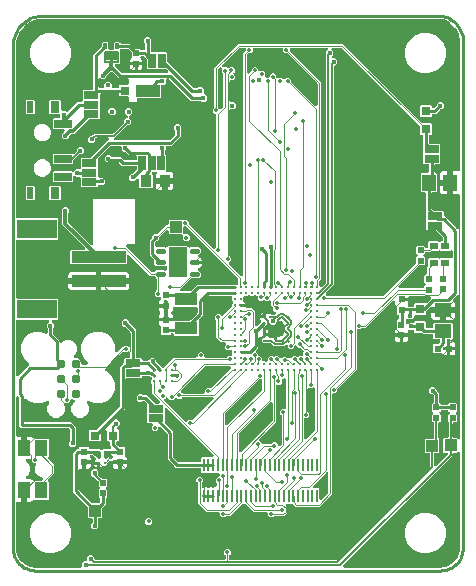
<source format=gbr>
G04 EAGLE Gerber RS-274X export*
G75*
%MOMM*%
%FSLAX34Y34*%
%LPD*%
%INTop Copper*%
%IPPOS*%
%AMOC8*
5,1,8,0,0,1.08239X$1,22.5*%
G01*
%ADD10R,1.150000X1.450000*%
%ADD11R,0.620000X0.620000*%
%ADD12R,1.450000X1.150000*%
%ADD13R,0.950000X1.000000*%
%ADD14R,0.700000X0.600000*%
%ADD15R,4.600000X1.000000*%
%ADD16R,3.400000X1.600000*%
%ADD17C,0.787400*%
%ADD18R,1.270000X0.635000*%
%ADD19R,0.635000X1.270000*%
%ADD20R,0.200000X1.140000*%
%ADD21R,0.800000X0.800000*%
%ADD22R,0.500000X0.500000*%
%ADD23R,1.050000X1.400000*%
%ADD24R,1.500000X0.700000*%
%ADD25R,0.600000X1.000000*%
%ADD26R,0.800000X1.000000*%
%ADD27C,0.250000*%
%ADD28C,0.254000*%
%ADD29R,1.600000X2.500000*%
%ADD30C,0.450000*%
%ADD31R,1.905000X1.092200*%
%ADD32R,1.000000X1.000000*%
%ADD33C,0.304800*%
%ADD34R,2.000000X1.100000*%
%ADD35R,0.309213X0.500000*%
%ADD36R,0.309213X0.650000*%
%ADD37C,0.200000*%
%ADD38C,0.403200*%
%ADD39C,0.254000*%
%ADD40C,0.127000*%
%ADD41C,0.101600*%
%ADD42C,0.355600*%
%ADD43C,0.304800*%

G36*
X127078Y171731D02*
X127078Y171731D01*
X127197Y171734D01*
X127236Y171746D01*
X127276Y171749D01*
X127389Y171790D01*
X127503Y171823D01*
X127537Y171843D01*
X127576Y171857D01*
X127674Y171924D01*
X127777Y171984D01*
X127822Y172024D01*
X127839Y172036D01*
X127852Y172051D01*
X127897Y172091D01*
X128551Y172745D01*
X128604Y172775D01*
X128660Y172798D01*
X128740Y172856D01*
X128825Y172906D01*
X128901Y172972D01*
X128917Y172984D01*
X128925Y172994D01*
X128946Y173012D01*
X136274Y180341D01*
X155194Y180341D01*
X155312Y180356D01*
X155431Y180363D01*
X155469Y180376D01*
X155510Y180381D01*
X155620Y180424D01*
X155733Y180461D01*
X155768Y180483D01*
X155805Y180498D01*
X155901Y180567D01*
X156002Y180631D01*
X156030Y180661D01*
X156063Y180684D01*
X156139Y180776D01*
X156220Y180863D01*
X156240Y180898D01*
X156265Y180929D01*
X156316Y181037D01*
X156374Y181141D01*
X156384Y181181D01*
X156401Y181217D01*
X156423Y181334D01*
X156453Y181449D01*
X156457Y181509D01*
X156461Y181529D01*
X156459Y181550D01*
X156463Y181610D01*
X156463Y183276D01*
X158100Y184913D01*
X160416Y184913D01*
X162053Y183276D01*
X162053Y181610D01*
X162068Y181492D01*
X162075Y181373D01*
X162088Y181335D01*
X162093Y181294D01*
X162136Y181184D01*
X162173Y181071D01*
X162195Y181036D01*
X162210Y180999D01*
X162279Y180903D01*
X162343Y180802D01*
X162373Y180774D01*
X162396Y180741D01*
X162488Y180665D01*
X162575Y180584D01*
X162610Y180564D01*
X162641Y180539D01*
X162749Y180488D01*
X162853Y180430D01*
X162893Y180420D01*
X162929Y180403D01*
X163046Y180381D01*
X163161Y180351D01*
X163221Y180347D01*
X163241Y180343D01*
X163262Y180345D01*
X163322Y180341D01*
X180689Y180341D01*
X180787Y180353D01*
X180886Y180356D01*
X180944Y180373D01*
X181004Y180381D01*
X181096Y180417D01*
X181191Y180445D01*
X181244Y180475D01*
X181300Y180498D01*
X181380Y180556D01*
X181465Y180606D01*
X181541Y180672D01*
X181557Y180684D01*
X181565Y180694D01*
X181586Y180712D01*
X182484Y181611D01*
X184602Y181611D01*
X184740Y181628D01*
X184878Y181641D01*
X184897Y181648D01*
X184917Y181651D01*
X185047Y181702D01*
X185177Y181749D01*
X185194Y181760D01*
X185213Y181768D01*
X185325Y181849D01*
X185441Y181927D01*
X185454Y181943D01*
X185470Y181954D01*
X185559Y182062D01*
X185651Y182166D01*
X185660Y182184D01*
X185673Y182199D01*
X185732Y182325D01*
X185796Y182449D01*
X185800Y182469D01*
X185809Y182487D01*
X185835Y182623D01*
X185865Y182759D01*
X185865Y182780D01*
X185868Y182799D01*
X185860Y182938D01*
X185856Y183077D01*
X185850Y183097D01*
X185849Y183117D01*
X185806Y183249D01*
X185767Y183383D01*
X185757Y183400D01*
X185751Y183419D01*
X185676Y183537D01*
X185606Y183657D01*
X185587Y183678D01*
X185580Y183688D01*
X185565Y183702D01*
X185499Y183778D01*
X185491Y183785D01*
X185491Y185587D01*
X185474Y185725D01*
X185461Y185863D01*
X185454Y185882D01*
X185451Y185902D01*
X185400Y186032D01*
X185353Y186162D01*
X185342Y186179D01*
X185334Y186198D01*
X185253Y186310D01*
X185175Y186426D01*
X185159Y186439D01*
X185148Y186455D01*
X185041Y186544D01*
X184936Y186636D01*
X184918Y186645D01*
X184903Y186658D01*
X184777Y186717D01*
X184653Y186781D01*
X184633Y186785D01*
X184615Y186794D01*
X184479Y186820D01*
X184343Y186850D01*
X184322Y186850D01*
X184303Y186853D01*
X184164Y186845D01*
X184025Y186841D01*
X184005Y186835D01*
X183985Y186834D01*
X183853Y186791D01*
X183719Y186752D01*
X183702Y186742D01*
X183683Y186736D01*
X183565Y186661D01*
X183445Y186591D01*
X183424Y186572D01*
X183414Y186566D01*
X183400Y186551D01*
X183325Y186484D01*
X183276Y186435D01*
X180960Y186435D01*
X179323Y188072D01*
X179323Y190388D01*
X180062Y191127D01*
X180147Y191236D01*
X180236Y191343D01*
X180245Y191362D01*
X180257Y191378D01*
X180312Y191505D01*
X180372Y191631D01*
X180375Y191651D01*
X180383Y191670D01*
X180405Y191808D01*
X180431Y191944D01*
X180430Y191964D01*
X180433Y191984D01*
X180420Y192123D01*
X180412Y192261D01*
X180405Y192280D01*
X180404Y192300D01*
X180356Y192432D01*
X180314Y192563D01*
X180303Y192581D01*
X180296Y192600D01*
X180218Y192715D01*
X180143Y192832D01*
X180129Y192846D01*
X180117Y192863D01*
X180013Y192955D01*
X179912Y193050D01*
X179894Y193060D01*
X179879Y193073D01*
X179755Y193136D01*
X179633Y193204D01*
X179614Y193209D01*
X179596Y193218D01*
X179460Y193248D01*
X179325Y193283D01*
X179297Y193285D01*
X179285Y193288D01*
X179265Y193287D01*
X179165Y193293D01*
X176152Y193293D01*
X172211Y197234D01*
X172211Y211423D01*
X172199Y211521D01*
X172196Y211620D01*
X172179Y211678D01*
X172171Y211738D01*
X172135Y211830D01*
X172107Y211925D01*
X172077Y211978D01*
X172054Y212034D01*
X171996Y212114D01*
X171946Y212199D01*
X171880Y212275D01*
X171868Y212291D01*
X171858Y212299D01*
X171840Y212320D01*
X170941Y213218D01*
X170941Y215534D01*
X172578Y217171D01*
X174894Y217171D01*
X176023Y216042D01*
X176117Y215969D01*
X176206Y215890D01*
X176242Y215872D01*
X176274Y215847D01*
X176383Y215800D01*
X176489Y215745D01*
X176529Y215737D01*
X176566Y215721D01*
X176683Y215702D01*
X176799Y215676D01*
X176840Y215677D01*
X176880Y215671D01*
X176998Y215682D01*
X177117Y215685D01*
X177156Y215697D01*
X177196Y215700D01*
X177309Y215741D01*
X177423Y215774D01*
X177458Y215794D01*
X177496Y215808D01*
X177594Y215875D01*
X177697Y215935D01*
X177742Y215975D01*
X177759Y215987D01*
X177772Y216002D01*
X177818Y216042D01*
X185120Y223344D01*
X185180Y223422D01*
X185248Y223494D01*
X185277Y223547D01*
X185315Y223595D01*
X185354Y223686D01*
X185402Y223773D01*
X185417Y223831D01*
X185441Y223887D01*
X185456Y223985D01*
X185481Y224081D01*
X185487Y224181D01*
X185491Y224201D01*
X185490Y224213D01*
X185491Y224241D01*
X185491Y225663D01*
X186155Y226327D01*
X186228Y226420D01*
X186307Y226510D01*
X186325Y226546D01*
X186350Y226578D01*
X186397Y226687D01*
X186451Y226793D01*
X186460Y226832D01*
X186476Y226870D01*
X186495Y226987D01*
X186521Y227103D01*
X186520Y227144D01*
X186526Y227184D01*
X186515Y227302D01*
X186511Y227421D01*
X186500Y227460D01*
X186496Y227500D01*
X186456Y227612D01*
X186423Y227727D01*
X186402Y227762D01*
X186389Y227800D01*
X186322Y227898D01*
X186261Y228001D01*
X186222Y228046D01*
X186210Y228063D01*
X186195Y228076D01*
X186155Y228122D01*
X185491Y228785D01*
X185491Y231168D01*
X185476Y231286D01*
X185469Y231405D01*
X185457Y231443D01*
X185451Y231484D01*
X185408Y231594D01*
X185371Y231707D01*
X185349Y231742D01*
X185334Y231779D01*
X185265Y231875D01*
X185201Y231976D01*
X185171Y232004D01*
X185148Y232037D01*
X185056Y232112D01*
X184969Y232194D01*
X184934Y232214D01*
X184903Y232239D01*
X184795Y232290D01*
X184691Y232348D01*
X184651Y232358D01*
X184615Y232375D01*
X184498Y232397D01*
X184383Y232427D01*
X184323Y232431D01*
X184303Y232435D01*
X184282Y232433D01*
X184222Y232437D01*
X166347Y232437D01*
X166249Y232425D01*
X166150Y232422D01*
X166091Y232405D01*
X166031Y232397D01*
X165939Y232361D01*
X165844Y232333D01*
X165792Y232303D01*
X165736Y232280D01*
X165656Y232222D01*
X165570Y232172D01*
X165495Y232106D01*
X165478Y232094D01*
X165471Y232084D01*
X165449Y232065D01*
X161408Y228025D01*
X161348Y227946D01*
X161280Y227874D01*
X161251Y227821D01*
X161214Y227773D01*
X161174Y227682D01*
X161126Y227596D01*
X161111Y227537D01*
X161087Y227481D01*
X161072Y227383D01*
X161047Y227288D01*
X161041Y227188D01*
X161037Y227167D01*
X161039Y227155D01*
X161037Y227127D01*
X161037Y215969D01*
X157538Y212470D01*
X157465Y212376D01*
X157387Y212287D01*
X157368Y212251D01*
X157343Y212219D01*
X157296Y212110D01*
X157242Y212004D01*
X157233Y211964D01*
X157217Y211927D01*
X157198Y211809D01*
X157172Y211693D01*
X157174Y211653D01*
X157167Y211613D01*
X157178Y211494D01*
X157182Y211376D01*
X157193Y211337D01*
X157197Y211297D01*
X157237Y211184D01*
X157270Y211070D01*
X157291Y211035D01*
X157305Y210997D01*
X157354Y210925D01*
X157354Y199096D01*
X156758Y198500D01*
X136866Y198500D01*
X136270Y199096D01*
X136270Y199970D01*
X136255Y200088D01*
X136248Y200207D01*
X136235Y200245D01*
X136230Y200286D01*
X136187Y200396D01*
X136150Y200509D01*
X136128Y200544D01*
X136113Y200581D01*
X136044Y200677D01*
X135980Y200778D01*
X135950Y200806D01*
X135927Y200839D01*
X135835Y200915D01*
X135748Y200996D01*
X135713Y201016D01*
X135682Y201041D01*
X135574Y201092D01*
X135470Y201150D01*
X135430Y201160D01*
X135394Y201177D01*
X135277Y201199D01*
X135162Y201229D01*
X135102Y201233D01*
X135082Y201237D01*
X135061Y201235D01*
X135001Y201239D01*
X134926Y201239D01*
X134808Y201224D01*
X134689Y201217D01*
X134651Y201204D01*
X134610Y201199D01*
X134500Y201156D01*
X134387Y201119D01*
X134352Y201097D01*
X134315Y201082D01*
X134219Y201013D01*
X134118Y200949D01*
X134090Y200919D01*
X134057Y200896D01*
X133981Y200804D01*
X133900Y200717D01*
X133880Y200682D01*
X133855Y200651D01*
X133804Y200543D01*
X133746Y200439D01*
X133736Y200399D01*
X133719Y200363D01*
X133697Y200246D01*
X133667Y200131D01*
X133663Y200071D01*
X133659Y200051D01*
X133661Y200030D01*
X133659Y200007D01*
X133061Y199409D01*
X126019Y199409D01*
X125423Y200005D01*
X125423Y206346D01*
X125410Y206451D01*
X125406Y206557D01*
X125390Y206609D01*
X125383Y206662D01*
X125344Y206760D01*
X125314Y206862D01*
X125286Y206908D01*
X125266Y206958D01*
X125204Y207043D01*
X125149Y207134D01*
X125111Y207172D01*
X125080Y207215D01*
X124998Y207283D01*
X124922Y207357D01*
X124904Y207369D01*
X124407Y207866D01*
X124072Y208445D01*
X123899Y209092D01*
X123899Y210977D01*
X129260Y210977D01*
X129378Y210992D01*
X129497Y210999D01*
X129535Y211011D01*
X129555Y211014D01*
X129660Y210987D01*
X129720Y210983D01*
X129740Y210979D01*
X129760Y210981D01*
X129820Y210977D01*
X135861Y210977D01*
X135959Y210989D01*
X136058Y210992D01*
X136117Y211009D01*
X136177Y211017D01*
X136269Y211053D01*
X136364Y211081D01*
X136416Y211111D01*
X136472Y211134D01*
X136552Y211192D01*
X136638Y211242D01*
X136713Y211308D01*
X136730Y211320D01*
X136737Y211330D01*
X136759Y211348D01*
X136866Y211456D01*
X149530Y211456D01*
X149628Y211468D01*
X149727Y211471D01*
X149785Y211488D01*
X149846Y211496D01*
X149938Y211532D01*
X150033Y211560D01*
X150085Y211590D01*
X150141Y211613D01*
X150221Y211671D01*
X150307Y211721D01*
X150382Y211787D01*
X150399Y211799D01*
X150406Y211809D01*
X150428Y211827D01*
X156092Y217491D01*
X156152Y217570D01*
X156220Y217642D01*
X156249Y217695D01*
X156286Y217743D01*
X156326Y217834D01*
X156374Y217920D01*
X156389Y217979D01*
X156413Y218035D01*
X156428Y218133D01*
X156453Y218228D01*
X156459Y218328D01*
X156463Y218349D01*
X156461Y218361D01*
X156463Y218389D01*
X156463Y222123D01*
X156448Y222241D01*
X156441Y222360D01*
X156428Y222398D01*
X156423Y222439D01*
X156380Y222549D01*
X156343Y222662D01*
X156321Y222697D01*
X156306Y222734D01*
X156237Y222830D01*
X156173Y222931D01*
X156143Y222959D01*
X156120Y222992D01*
X156028Y223068D01*
X155941Y223149D01*
X155906Y223169D01*
X155875Y223194D01*
X155767Y223245D01*
X155663Y223303D01*
X155623Y223313D01*
X155587Y223330D01*
X155470Y223352D01*
X155355Y223382D01*
X155295Y223386D01*
X155275Y223390D01*
X155254Y223388D01*
X155194Y223392D01*
X136450Y223392D01*
X136332Y223377D01*
X136213Y223370D01*
X136175Y223357D01*
X136134Y223352D01*
X136024Y223309D01*
X135911Y223272D01*
X135876Y223250D01*
X135839Y223235D01*
X135743Y223166D01*
X135642Y223102D01*
X135614Y223072D01*
X135581Y223049D01*
X135505Y222957D01*
X135424Y222870D01*
X135404Y222835D01*
X135379Y222804D01*
X135328Y222696D01*
X135270Y222592D01*
X135260Y222552D01*
X135243Y222516D01*
X135221Y222399D01*
X135191Y222284D01*
X135187Y222224D01*
X135183Y222204D01*
X135183Y222202D01*
X135183Y222201D01*
X135184Y222182D01*
X135181Y222123D01*
X135181Y220666D01*
X135008Y220019D01*
X134673Y219440D01*
X134444Y219211D01*
X134371Y219116D01*
X134292Y219027D01*
X134283Y219009D01*
X134270Y218994D01*
X134261Y218976D01*
X134249Y218959D01*
X134201Y218850D01*
X134147Y218744D01*
X134143Y218724D01*
X134134Y218706D01*
X134131Y218687D01*
X134122Y218667D01*
X134104Y218550D01*
X134078Y218434D01*
X134078Y218413D01*
X134075Y218394D01*
X134076Y218374D01*
X134073Y218353D01*
X134084Y218235D01*
X134087Y218116D01*
X134093Y218095D01*
X134094Y218076D01*
X134100Y218058D01*
X134102Y218037D01*
X134143Y217924D01*
X134176Y217810D01*
X134187Y217792D01*
X134192Y217774D01*
X134203Y217758D01*
X134210Y217737D01*
X134277Y217639D01*
X134337Y217536D01*
X134357Y217514D01*
X134363Y217505D01*
X134375Y217493D01*
X134377Y217491D01*
X134388Y217474D01*
X134404Y217461D01*
X134444Y217416D01*
X134673Y217186D01*
X135008Y216607D01*
X135181Y215960D01*
X135181Y214075D01*
X131089Y214075D01*
X131089Y223820D01*
X131074Y223938D01*
X131067Y224057D01*
X131055Y224095D01*
X131052Y224115D01*
X131079Y224220D01*
X131083Y224280D01*
X131087Y224300D01*
X131085Y224320D01*
X131089Y224380D01*
X131089Y227714D01*
X131074Y227832D01*
X131067Y227951D01*
X131054Y227989D01*
X131049Y228030D01*
X131006Y228140D01*
X130969Y228253D01*
X130947Y228288D01*
X130932Y228325D01*
X130863Y228421D01*
X130799Y228522D01*
X130769Y228550D01*
X130746Y228583D01*
X130654Y228659D01*
X130567Y228740D01*
X130532Y228760D01*
X130501Y228785D01*
X130393Y228836D01*
X130289Y228894D01*
X130249Y228904D01*
X130213Y228921D01*
X130096Y228943D01*
X129981Y228973D01*
X129921Y228977D01*
X129901Y228981D01*
X129880Y228979D01*
X129820Y228983D01*
X129260Y228983D01*
X129142Y228968D01*
X129023Y228961D01*
X128985Y228948D01*
X128944Y228943D01*
X128834Y228900D01*
X128721Y228863D01*
X128686Y228841D01*
X128649Y228826D01*
X128552Y228757D01*
X128452Y228693D01*
X128424Y228663D01*
X128391Y228640D01*
X128315Y228548D01*
X128234Y228461D01*
X128214Y228426D01*
X128189Y228395D01*
X128138Y228287D01*
X128080Y228183D01*
X128070Y228143D01*
X128053Y228107D01*
X128031Y227990D01*
X128001Y227875D01*
X127997Y227815D01*
X127993Y227795D01*
X127995Y227774D01*
X127991Y227714D01*
X127991Y225649D01*
X123899Y225649D01*
X123899Y227534D01*
X124072Y228181D01*
X124407Y228760D01*
X124923Y229276D01*
X124962Y229301D01*
X124999Y229340D01*
X125042Y229372D01*
X125108Y229455D01*
X125180Y229532D01*
X125206Y229579D01*
X125239Y229621D01*
X125283Y229718D01*
X125334Y229811D01*
X125347Y229863D01*
X125369Y229912D01*
X125387Y230016D01*
X125413Y230119D01*
X125418Y230204D01*
X125422Y230225D01*
X125421Y230241D01*
X125423Y230280D01*
X125423Y230378D01*
X125408Y230496D01*
X125401Y230615D01*
X125388Y230653D01*
X125383Y230694D01*
X125340Y230804D01*
X125303Y230917D01*
X125281Y230952D01*
X125266Y230989D01*
X125197Y231085D01*
X125133Y231186D01*
X125103Y231214D01*
X125080Y231247D01*
X124988Y231323D01*
X124901Y231404D01*
X124866Y231424D01*
X124835Y231449D01*
X124727Y231500D01*
X124623Y231558D01*
X124583Y231568D01*
X124547Y231585D01*
X124430Y231607D01*
X124315Y231637D01*
X124255Y231641D01*
X124235Y231645D01*
X124214Y231643D01*
X124154Y231647D01*
X122032Y231647D01*
X120395Y233284D01*
X120395Y235600D01*
X121294Y236498D01*
X121354Y236576D01*
X121422Y236648D01*
X121451Y236701D01*
X121488Y236749D01*
X121528Y236840D01*
X121576Y236927D01*
X121591Y236985D01*
X121615Y237041D01*
X121630Y237139D01*
X121655Y237235D01*
X121661Y237335D01*
X121665Y237355D01*
X121663Y237367D01*
X121665Y237395D01*
X121665Y246993D01*
X121653Y247091D01*
X121650Y247190D01*
X121633Y247249D01*
X121625Y247309D01*
X121589Y247401D01*
X121561Y247496D01*
X121531Y247548D01*
X121508Y247604D01*
X121450Y247684D01*
X121400Y247770D01*
X121334Y247845D01*
X121322Y247862D01*
X121312Y247870D01*
X121294Y247891D01*
X120129Y249055D01*
X120051Y249116D01*
X119978Y249184D01*
X119925Y249213D01*
X119877Y249250D01*
X119787Y249290D01*
X119700Y249338D01*
X119641Y249353D01*
X119586Y249377D01*
X119488Y249392D01*
X119392Y249417D01*
X119292Y249423D01*
X119271Y249427D01*
X119259Y249425D01*
X119231Y249427D01*
X116462Y249427D01*
X98743Y267146D01*
X98634Y267231D01*
X98527Y267320D01*
X98508Y267329D01*
X98492Y267341D01*
X98364Y267397D01*
X98239Y267456D01*
X98219Y267459D01*
X98200Y267468D01*
X98062Y267489D01*
X97926Y267515D01*
X97906Y267514D01*
X97886Y267517D01*
X97747Y267504D01*
X97609Y267496D01*
X97590Y267489D01*
X97570Y267488D01*
X97438Y267440D01*
X97307Y267398D01*
X97289Y267387D01*
X97270Y267380D01*
X97155Y267302D01*
X97038Y267227D01*
X97024Y267213D01*
X97007Y267201D01*
X96915Y267097D01*
X96820Y266996D01*
X96810Y266978D01*
X96797Y266963D01*
X96733Y266839D01*
X96666Y266717D01*
X96661Y266698D01*
X96652Y266680D01*
X96622Y266544D01*
X96587Y266409D01*
X96585Y266381D01*
X96582Y266369D01*
X96583Y266349D01*
X96577Y266249D01*
X96577Y259849D01*
X95981Y259253D01*
X49139Y259253D01*
X48543Y259849D01*
X48543Y270691D01*
X49139Y271287D01*
X59886Y271287D01*
X60023Y271304D01*
X60162Y271317D01*
X60181Y271324D01*
X60201Y271327D01*
X60330Y271378D01*
X60462Y271425D01*
X60478Y271436D01*
X60497Y271444D01*
X60609Y271525D01*
X60725Y271603D01*
X60738Y271619D01*
X60754Y271630D01*
X60843Y271738D01*
X60935Y271842D01*
X60944Y271860D01*
X60957Y271875D01*
X61017Y272001D01*
X61080Y272125D01*
X61084Y272145D01*
X61093Y272163D01*
X61119Y272299D01*
X61149Y272435D01*
X61149Y272456D01*
X61153Y272475D01*
X61144Y272614D01*
X61140Y272753D01*
X61134Y272773D01*
X61133Y272793D01*
X61090Y272925D01*
X61051Y273059D01*
X61041Y273076D01*
X61035Y273095D01*
X60960Y273213D01*
X60890Y273333D01*
X60871Y273354D01*
X60865Y273364D01*
X60850Y273378D01*
X60783Y273453D01*
X43769Y290468D01*
X41909Y292328D01*
X41909Y302526D01*
X41897Y302624D01*
X41894Y302723D01*
X41877Y302781D01*
X41869Y302842D01*
X41833Y302934D01*
X41805Y303029D01*
X41775Y303081D01*
X41752Y303137D01*
X41694Y303217D01*
X41644Y303303D01*
X41578Y303378D01*
X41566Y303395D01*
X41556Y303402D01*
X41538Y303424D01*
X41417Y303544D01*
X41417Y306056D01*
X43194Y307833D01*
X45706Y307833D01*
X47483Y306056D01*
X47483Y303544D01*
X47362Y303424D01*
X47302Y303345D01*
X47234Y303273D01*
X47205Y303220D01*
X47168Y303172D01*
X47128Y303081D01*
X47080Y302995D01*
X47065Y302936D01*
X47041Y302880D01*
X47026Y302782D01*
X47001Y302687D01*
X46995Y302587D01*
X46991Y302566D01*
X46993Y302554D01*
X46991Y302526D01*
X46991Y294958D01*
X47003Y294860D01*
X47006Y294761D01*
X47023Y294703D01*
X47031Y294643D01*
X47067Y294551D01*
X47095Y294455D01*
X47125Y294403D01*
X47148Y294347D01*
X47206Y294267D01*
X47256Y294182D01*
X47322Y294106D01*
X47334Y294090D01*
X47344Y294082D01*
X47362Y294061D01*
X65651Y275773D01*
X65739Y275704D01*
X65772Y275673D01*
X65790Y275663D01*
X65867Y275599D01*
X65886Y275590D01*
X65902Y275578D01*
X66030Y275522D01*
X66155Y275463D01*
X66175Y275459D01*
X66194Y275451D01*
X66332Y275429D01*
X66468Y275403D01*
X66488Y275405D01*
X66508Y275401D01*
X66647Y275415D01*
X66785Y275423D01*
X66804Y275429D01*
X66824Y275431D01*
X66956Y275478D01*
X67087Y275521D01*
X67105Y275532D01*
X67124Y275539D01*
X67239Y275617D01*
X67356Y275691D01*
X67370Y275706D01*
X67387Y275717D01*
X67479Y275822D01*
X67574Y275923D01*
X67584Y275941D01*
X67597Y275956D01*
X67661Y276080D01*
X67728Y276201D01*
X67733Y276221D01*
X67742Y276239D01*
X67772Y276375D01*
X67807Y276509D01*
X67809Y276537D01*
X67812Y276549D01*
X67811Y276570D01*
X67814Y276612D01*
X67815Y276618D01*
X67814Y276624D01*
X67817Y276670D01*
X67817Y314198D01*
X67818Y314199D01*
X103378Y314199D01*
X103379Y314198D01*
X103379Y276098D01*
X103378Y276097D01*
X97169Y276097D01*
X97032Y276080D01*
X96893Y276067D01*
X96874Y276060D01*
X96854Y276057D01*
X96725Y276006D01*
X96594Y275959D01*
X96577Y275948D01*
X96558Y275940D01*
X96446Y275859D01*
X96330Y275781D01*
X96317Y275765D01*
X96301Y275754D01*
X96212Y275646D01*
X96120Y275542D01*
X96111Y275524D01*
X96098Y275509D01*
X96039Y275383D01*
X95975Y275259D01*
X95971Y275239D01*
X95962Y275221D01*
X95936Y275085D01*
X95906Y274949D01*
X95906Y274928D01*
X95903Y274909D01*
X95911Y274770D01*
X95915Y274631D01*
X95921Y274611D01*
X95922Y274591D01*
X95965Y274459D01*
X96004Y274325D01*
X96014Y274308D01*
X96020Y274289D01*
X96095Y274171D01*
X96165Y274051D01*
X96184Y274030D01*
X96191Y274020D01*
X96205Y274006D01*
X96272Y273931D01*
X117354Y252848D01*
X117432Y252788D01*
X117504Y252720D01*
X117557Y252691D01*
X117605Y252654D01*
X117696Y252614D01*
X117783Y252566D01*
X117841Y252551D01*
X117897Y252527D01*
X117995Y252512D01*
X118091Y252487D01*
X118191Y252481D01*
X118211Y252477D01*
X118223Y252479D01*
X118251Y252477D01*
X119419Y252477D01*
X119517Y252489D01*
X119616Y252492D01*
X119675Y252509D01*
X119735Y252517D01*
X119827Y252553D01*
X119922Y252581D01*
X119974Y252611D01*
X120030Y252634D01*
X120111Y252692D01*
X120196Y252742D01*
X120271Y252808D01*
X120288Y252820D01*
X120296Y252830D01*
X120317Y252848D01*
X121593Y254125D01*
X128310Y254125D01*
X128372Y254076D01*
X128479Y253987D01*
X128498Y253979D01*
X128514Y253966D01*
X128642Y253911D01*
X128767Y253852D01*
X128787Y253848D01*
X128806Y253840D01*
X128943Y253818D01*
X129080Y253792D01*
X129100Y253793D01*
X129120Y253790D01*
X129258Y253803D01*
X129397Y253812D01*
X129416Y253818D01*
X129436Y253820D01*
X129567Y253867D01*
X129699Y253910D01*
X129717Y253921D01*
X129736Y253928D01*
X129851Y254006D01*
X129968Y254080D01*
X129982Y254095D01*
X129999Y254106D01*
X130091Y254210D01*
X130186Y254312D01*
X130196Y254329D01*
X130209Y254345D01*
X130272Y254468D01*
X130340Y254590D01*
X130345Y254610D01*
X130354Y254628D01*
X130384Y254764D01*
X130419Y254898D01*
X130421Y254926D01*
X130424Y254938D01*
X130423Y254959D01*
X130429Y255059D01*
X130429Y256657D01*
X130412Y256795D01*
X130399Y256934D01*
X130392Y256953D01*
X130389Y256973D01*
X130338Y257102D01*
X130291Y257233D01*
X130280Y257250D01*
X130272Y257268D01*
X130191Y257381D01*
X130113Y257496D01*
X130097Y257509D01*
X130086Y257526D01*
X129978Y257614D01*
X129874Y257706D01*
X129856Y257716D01*
X129841Y257729D01*
X129715Y257788D01*
X129591Y257851D01*
X129571Y257856D01*
X129553Y257864D01*
X129417Y257890D01*
X129281Y257921D01*
X129260Y257920D01*
X129241Y257924D01*
X129102Y257915D01*
X128963Y257911D01*
X128943Y257905D01*
X128923Y257904D01*
X128791Y257861D01*
X128657Y257823D01*
X128640Y257812D01*
X128621Y257806D01*
X128503Y257732D01*
X128383Y257661D01*
X128362Y257642D01*
X128352Y257636D01*
X128338Y257621D01*
X128304Y257591D01*
X121593Y257591D01*
X119679Y259505D01*
X119679Y262365D01*
X119667Y262463D01*
X119664Y262562D01*
X119647Y262621D01*
X119639Y262681D01*
X119603Y262773D01*
X119575Y262868D01*
X119545Y262920D01*
X119522Y262976D01*
X119464Y263056D01*
X119414Y263142D01*
X119348Y263217D01*
X119336Y263234D01*
X119326Y263241D01*
X119308Y263263D01*
X115801Y266769D01*
X115801Y279817D01*
X117500Y281515D01*
X117560Y281594D01*
X117628Y281666D01*
X117657Y281719D01*
X117694Y281767D01*
X117734Y281858D01*
X117782Y281944D01*
X117797Y282003D01*
X117821Y282059D01*
X117836Y282157D01*
X117861Y282252D01*
X117867Y282352D01*
X117871Y282373D01*
X117869Y282385D01*
X117871Y282413D01*
X117871Y282942D01*
X119648Y284719D01*
X121509Y284719D01*
X121607Y284731D01*
X121706Y284734D01*
X121764Y284751D01*
X121824Y284759D01*
X121916Y284795D01*
X122011Y284823D01*
X122064Y284853D01*
X122120Y284876D01*
X122200Y284934D01*
X122285Y284984D01*
X122361Y285050D01*
X122377Y285062D01*
X122385Y285072D01*
X122406Y285090D01*
X129670Y292355D01*
X130636Y292355D01*
X130754Y292370D01*
X130873Y292377D01*
X130911Y292390D01*
X130952Y292395D01*
X131062Y292438D01*
X131175Y292475D01*
X131210Y292497D01*
X131247Y292512D01*
X131343Y292581D01*
X131444Y292645D01*
X131472Y292675D01*
X131505Y292698D01*
X131581Y292790D01*
X131662Y292877D01*
X131682Y292912D01*
X131707Y292943D01*
X131758Y293051D01*
X131816Y293155D01*
X131826Y293195D01*
X131843Y293231D01*
X131865Y293348D01*
X131895Y293463D01*
X131899Y293523D01*
X131903Y293543D01*
X131901Y293564D01*
X131905Y293624D01*
X131905Y296251D01*
X132501Y296847D01*
X143385Y296847D01*
X143400Y296839D01*
X143431Y296815D01*
X143541Y296767D01*
X143647Y296713D01*
X143686Y296704D01*
X143723Y296688D01*
X143841Y296670D01*
X143957Y296644D01*
X143998Y296645D01*
X144037Y296638D01*
X144156Y296650D01*
X144275Y296653D01*
X144314Y296664D01*
X144354Y296668D01*
X144466Y296709D01*
X144581Y296742D01*
X144615Y296762D01*
X144653Y296776D01*
X144752Y296843D01*
X144854Y296903D01*
X144881Y296927D01*
X147208Y296927D01*
X148845Y295290D01*
X148845Y294019D01*
X148857Y293921D01*
X148860Y293822D01*
X148877Y293764D01*
X148885Y293704D01*
X148921Y293612D01*
X148949Y293517D01*
X148979Y293464D01*
X149002Y293408D01*
X149060Y293328D01*
X149110Y293243D01*
X149176Y293167D01*
X149188Y293151D01*
X149198Y293143D01*
X149216Y293122D01*
X169527Y272811D01*
X169622Y272738D01*
X169711Y272659D01*
X169747Y272641D01*
X169779Y272616D01*
X169888Y272568D01*
X169994Y272514D01*
X170034Y272506D01*
X170071Y272490D01*
X170188Y272471D01*
X170304Y272445D01*
X170345Y272446D01*
X170385Y272440D01*
X170504Y272451D01*
X170622Y272454D01*
X170661Y272466D01*
X170701Y272469D01*
X170814Y272510D01*
X170928Y272543D01*
X170963Y272563D01*
X171001Y272577D01*
X171099Y272644D01*
X171202Y272704D01*
X171247Y272744D01*
X171264Y272756D01*
X171277Y272771D01*
X171323Y272811D01*
X171840Y273328D01*
X171900Y273406D01*
X171968Y273478D01*
X171997Y273531D01*
X172034Y273579D01*
X172074Y273670D01*
X172122Y273757D01*
X172137Y273815D01*
X172161Y273871D01*
X172176Y273969D01*
X172201Y274065D01*
X172207Y274165D01*
X172211Y274185D01*
X172209Y274197D01*
X172211Y274225D01*
X172211Y385572D01*
X172196Y385690D01*
X172189Y385809D01*
X172176Y385847D01*
X172171Y385888D01*
X172128Y385998D01*
X172091Y386111D01*
X172069Y386146D01*
X172054Y386183D01*
X171985Y386279D01*
X171921Y386380D01*
X171891Y386408D01*
X171868Y386441D01*
X171776Y386517D01*
X171689Y386598D01*
X171654Y386618D01*
X171623Y386643D01*
X171515Y386694D01*
X171411Y386752D01*
X171371Y386762D01*
X171335Y386779D01*
X171218Y386801D01*
X171103Y386831D01*
X171062Y386834D01*
X169417Y388478D01*
X169417Y390794D01*
X170315Y391692D01*
X170376Y391770D01*
X170444Y391842D01*
X170473Y391895D01*
X170510Y391943D01*
X170550Y392034D01*
X170598Y392121D01*
X170613Y392179D01*
X170637Y392235D01*
X170652Y392333D01*
X170677Y392429D01*
X170683Y392529D01*
X170687Y392549D01*
X170685Y392561D01*
X170687Y392589D01*
X170687Y425828D01*
X190630Y445771D01*
X279524Y445771D01*
X346152Y379142D01*
X346230Y379082D01*
X346302Y379014D01*
X346355Y378985D01*
X346403Y378948D01*
X346494Y378908D01*
X346581Y378860D01*
X346639Y378845D01*
X346695Y378821D01*
X346793Y378806D01*
X346889Y378781D01*
X346989Y378775D01*
X347009Y378771D01*
X347021Y378773D01*
X347049Y378771D01*
X354179Y378771D01*
X354775Y378175D01*
X354775Y369333D01*
X354179Y368737D01*
X353314Y368737D01*
X353196Y368722D01*
X353077Y368715D01*
X353039Y368702D01*
X352998Y368697D01*
X352888Y368654D01*
X352775Y368617D01*
X352740Y368595D01*
X352703Y368580D01*
X352607Y368511D01*
X352506Y368447D01*
X352478Y368417D01*
X352445Y368394D01*
X352369Y368302D01*
X352288Y368215D01*
X352268Y368180D01*
X352243Y368149D01*
X352192Y368041D01*
X352134Y367937D01*
X352124Y367897D01*
X352107Y367861D01*
X352085Y367744D01*
X352055Y367629D01*
X352051Y367569D01*
X352047Y367549D01*
X352049Y367528D01*
X352045Y367468D01*
X352045Y362915D01*
X352057Y362817D01*
X352060Y362718D01*
X352077Y362660D01*
X352085Y362599D01*
X352121Y362507D01*
X352149Y362412D01*
X352179Y362360D01*
X352202Y362304D01*
X352260Y362224D01*
X352310Y362138D01*
X352376Y362063D01*
X352388Y362046D01*
X352398Y362039D01*
X352416Y362017D01*
X353254Y361179D01*
X353333Y361119D01*
X353405Y361051D01*
X353458Y361022D01*
X353506Y360985D01*
X353597Y360945D01*
X353683Y360897D01*
X353742Y360882D01*
X353798Y360858D01*
X353896Y360843D01*
X353991Y360818D01*
X354091Y360812D01*
X354112Y360808D01*
X354124Y360810D01*
X354152Y360808D01*
X361355Y360808D01*
X361951Y360212D01*
X361951Y344892D01*
X361355Y344296D01*
X358140Y344296D01*
X358022Y344281D01*
X357903Y344274D01*
X357865Y344261D01*
X357824Y344256D01*
X357714Y344213D01*
X357601Y344176D01*
X357566Y344154D01*
X357529Y344139D01*
X357433Y344070D01*
X357332Y344006D01*
X357304Y343976D01*
X357271Y343953D01*
X357195Y343861D01*
X357114Y343774D01*
X357094Y343739D01*
X357069Y343708D01*
X357018Y343600D01*
X356960Y343496D01*
X356950Y343456D01*
X356933Y343420D01*
X356911Y343303D01*
X356881Y343188D01*
X356877Y343128D01*
X356873Y343108D01*
X356875Y343087D01*
X356871Y343027D01*
X356871Y337958D01*
X356886Y337840D01*
X356893Y337721D01*
X356906Y337683D01*
X356911Y337642D01*
X356954Y337532D01*
X356991Y337419D01*
X357013Y337384D01*
X357028Y337347D01*
X357097Y337251D01*
X357161Y337150D01*
X357191Y337122D01*
X357214Y337089D01*
X357306Y337013D01*
X357393Y336932D01*
X357428Y336912D01*
X357459Y336887D01*
X357567Y336836D01*
X357671Y336778D01*
X357711Y336768D01*
X357747Y336751D01*
X357864Y336729D01*
X357979Y336699D01*
X358039Y336695D01*
X358059Y336691D01*
X358080Y336693D01*
X358103Y336691D01*
X358701Y336093D01*
X358701Y320751D01*
X358105Y320155D01*
X355490Y320155D01*
X355372Y320140D01*
X355253Y320133D01*
X355215Y320120D01*
X355174Y320115D01*
X355064Y320072D01*
X354951Y320035D01*
X354916Y320013D01*
X354879Y319998D01*
X354783Y319929D01*
X354682Y319865D01*
X354654Y319835D01*
X354621Y319812D01*
X354545Y319720D01*
X354464Y319633D01*
X354444Y319598D01*
X354419Y319567D01*
X354368Y319459D01*
X354310Y319355D01*
X354300Y319315D01*
X354283Y319279D01*
X354261Y319162D01*
X354231Y319047D01*
X354227Y318987D01*
X354223Y318967D01*
X354225Y318946D01*
X354221Y318886D01*
X354221Y307145D01*
X354233Y307047D01*
X354236Y306948D01*
X354253Y306890D01*
X354261Y306829D01*
X354297Y306737D01*
X354325Y306642D01*
X354355Y306590D01*
X354378Y306534D01*
X354436Y306454D01*
X354486Y306368D01*
X354552Y306293D01*
X354564Y306276D01*
X354574Y306269D01*
X354592Y306247D01*
X356048Y304791D01*
X356127Y304731D01*
X356199Y304663D01*
X356252Y304634D01*
X356300Y304597D01*
X356391Y304557D01*
X356477Y304509D01*
X356536Y304494D01*
X356592Y304470D01*
X356690Y304455D01*
X356785Y304430D01*
X356885Y304424D01*
X356906Y304420D01*
X356918Y304422D01*
X356946Y304420D01*
X364149Y304420D01*
X364745Y303824D01*
X364745Y301117D01*
X364760Y300999D01*
X364767Y300880D01*
X364780Y300842D01*
X364785Y300801D01*
X364828Y300691D01*
X364865Y300578D01*
X364887Y300543D01*
X364902Y300506D01*
X364971Y300410D01*
X365035Y300309D01*
X365065Y300281D01*
X365088Y300248D01*
X365180Y300172D01*
X365267Y300091D01*
X365302Y300071D01*
X365333Y300046D01*
X365441Y299995D01*
X365516Y299953D01*
X375225Y290244D01*
X375226Y290244D01*
X376293Y289177D01*
X376402Y289093D01*
X376509Y289003D01*
X376528Y288995D01*
X376544Y288982D01*
X376671Y288927D01*
X376797Y288868D01*
X376817Y288864D01*
X376836Y288856D01*
X376974Y288834D01*
X377110Y288808D01*
X377130Y288809D01*
X377150Y288806D01*
X377289Y288819D01*
X377427Y288828D01*
X377446Y288834D01*
X377466Y288836D01*
X377598Y288883D01*
X377729Y288926D01*
X377747Y288937D01*
X377766Y288944D01*
X377881Y289022D01*
X377998Y289096D01*
X378012Y289111D01*
X378029Y289122D01*
X378121Y289226D01*
X378216Y289328D01*
X378226Y289345D01*
X378239Y289361D01*
X378302Y289484D01*
X378370Y289606D01*
X378375Y289626D01*
X378384Y289644D01*
X378414Y289780D01*
X378449Y289914D01*
X378451Y289942D01*
X378454Y289954D01*
X378453Y289975D01*
X378459Y290075D01*
X378459Y317642D01*
X378443Y317774D01*
X378432Y317906D01*
X378423Y317931D01*
X378419Y317958D01*
X378371Y318081D01*
X378327Y318206D01*
X378312Y318229D01*
X378302Y318253D01*
X378224Y318361D01*
X378151Y318471D01*
X378131Y318489D01*
X378116Y318511D01*
X378013Y318596D01*
X377915Y318684D01*
X377891Y318696D01*
X377871Y318714D01*
X377750Y318770D01*
X377633Y318832D01*
X377607Y318838D01*
X377583Y318849D01*
X377453Y318874D01*
X377323Y318904D01*
X377297Y318904D01*
X377271Y318909D01*
X377138Y318901D01*
X377005Y318898D01*
X376980Y318891D01*
X376953Y318889D01*
X376827Y318848D01*
X376800Y318841D01*
X376018Y318631D01*
X372473Y318631D01*
X372473Y327152D01*
X372458Y327270D01*
X372451Y327389D01*
X372438Y327427D01*
X372433Y327467D01*
X372389Y327578D01*
X372353Y327691D01*
X372331Y327726D01*
X372316Y327763D01*
X372246Y327859D01*
X372183Y327960D01*
X372153Y327988D01*
X372129Y328020D01*
X372038Y328096D01*
X371951Y328178D01*
X371916Y328197D01*
X371884Y328223D01*
X371777Y328274D01*
X371673Y328331D01*
X371633Y328342D01*
X371597Y328359D01*
X371480Y328381D01*
X371365Y328411D01*
X371304Y328415D01*
X371284Y328419D01*
X371264Y328417D01*
X371204Y328421D01*
X369933Y328421D01*
X369933Y328423D01*
X371204Y328423D01*
X371322Y328438D01*
X371441Y328445D01*
X371479Y328458D01*
X371519Y328463D01*
X371630Y328507D01*
X371743Y328543D01*
X371778Y328565D01*
X371815Y328580D01*
X371911Y328650D01*
X372012Y328713D01*
X372040Y328743D01*
X372072Y328767D01*
X372148Y328858D01*
X372230Y328945D01*
X372249Y328980D01*
X372275Y329012D01*
X372326Y329119D01*
X372383Y329223D01*
X372394Y329263D01*
X372411Y329299D01*
X372433Y329416D01*
X372463Y329531D01*
X372467Y329592D01*
X372471Y329612D01*
X372469Y329632D01*
X372473Y329692D01*
X372473Y338213D01*
X376018Y338213D01*
X376752Y338016D01*
X376797Y337995D01*
X376823Y337990D01*
X376848Y337980D01*
X376979Y337960D01*
X377110Y337935D01*
X377136Y337937D01*
X377162Y337933D01*
X377294Y337947D01*
X377427Y337955D01*
X377452Y337963D01*
X377479Y337966D01*
X377603Y338012D01*
X377729Y338053D01*
X377752Y338067D01*
X377777Y338076D01*
X377886Y338152D01*
X377998Y338223D01*
X378016Y338243D01*
X378038Y338258D01*
X378125Y338358D01*
X378216Y338455D01*
X378229Y338478D01*
X378246Y338498D01*
X378306Y338617D01*
X378370Y338733D01*
X378376Y338759D01*
X378388Y338783D01*
X378416Y338913D01*
X378449Y339041D01*
X378451Y339079D01*
X378455Y339094D01*
X378454Y339116D01*
X378459Y339202D01*
X378459Y443230D01*
X378458Y443239D01*
X378459Y443248D01*
X378438Y443396D01*
X378419Y443546D01*
X378416Y443554D01*
X378415Y443563D01*
X378358Y443700D01*
X378330Y443773D01*
X378447Y444591D01*
X378447Y444601D01*
X378449Y444610D01*
X378459Y444771D01*
X378459Y445679D01*
X378480Y445743D01*
X378520Y445835D01*
X378529Y445893D01*
X378548Y445949D01*
X378568Y446109D01*
X378680Y447878D01*
X378676Y447947D01*
X378681Y448015D01*
X378664Y448176D01*
X377664Y453921D01*
X377629Y454035D01*
X377602Y454150D01*
X377577Y454206D01*
X377571Y454225D01*
X377560Y454243D01*
X377536Y454297D01*
X374810Y459453D01*
X374741Y459550D01*
X374679Y459651D01*
X374639Y459696D01*
X374627Y459713D01*
X374611Y459726D01*
X374571Y459770D01*
X370385Y463831D01*
X370290Y463903D01*
X370200Y463980D01*
X370147Y464010D01*
X370131Y464022D01*
X370112Y464030D01*
X370060Y464060D01*
X364824Y466628D01*
X364759Y466651D01*
X364698Y466682D01*
X364543Y466727D01*
X361860Y467329D01*
X361800Y467334D01*
X361743Y467349D01*
X361582Y467359D01*
X25400Y467359D01*
X25378Y467357D01*
X25300Y467355D01*
X21923Y467090D01*
X21855Y467076D01*
X21786Y467071D01*
X21693Y467047D01*
X21685Y467046D01*
X21677Y467043D01*
X21630Y467031D01*
X15206Y464944D01*
X15099Y464894D01*
X14988Y464850D01*
X14937Y464817D01*
X14918Y464809D01*
X14903Y464796D01*
X14852Y464764D01*
X9388Y460793D01*
X9301Y460712D01*
X9209Y460636D01*
X9171Y460590D01*
X9156Y460576D01*
X9145Y460558D01*
X9107Y460512D01*
X5136Y455048D01*
X5079Y454944D01*
X5015Y454844D01*
X4993Y454787D01*
X4983Y454769D01*
X4978Y454749D01*
X4956Y454694D01*
X2869Y448270D01*
X2856Y448202D01*
X2833Y448136D01*
X2810Y447977D01*
X2545Y444600D01*
X2546Y444578D01*
X2541Y444500D01*
X2541Y299556D01*
X2556Y299438D01*
X2563Y299319D01*
X2576Y299281D01*
X2581Y299240D01*
X2624Y299130D01*
X2661Y299017D01*
X2683Y298982D01*
X2698Y298945D01*
X2767Y298849D01*
X2831Y298748D01*
X2861Y298720D01*
X2884Y298687D01*
X2976Y298611D01*
X3063Y298530D01*
X3098Y298510D01*
X3129Y298485D01*
X3237Y298434D01*
X3341Y298376D01*
X3381Y298366D01*
X3417Y298349D01*
X3534Y298327D01*
X3649Y298297D01*
X3709Y298293D01*
X3729Y298289D01*
X3750Y298291D01*
X3810Y298287D01*
X37981Y298287D01*
X38577Y297691D01*
X38577Y280849D01*
X37981Y280253D01*
X3810Y280253D01*
X3692Y280238D01*
X3573Y280231D01*
X3535Y280218D01*
X3494Y280213D01*
X3384Y280170D01*
X3271Y280133D01*
X3236Y280111D01*
X3199Y280096D01*
X3103Y280027D01*
X3002Y279963D01*
X2974Y279933D01*
X2941Y279910D01*
X2865Y279818D01*
X2784Y279731D01*
X2764Y279696D01*
X2739Y279665D01*
X2688Y279557D01*
X2630Y279453D01*
X2620Y279413D01*
X2603Y279377D01*
X2581Y279260D01*
X2551Y279145D01*
X2547Y279085D01*
X2543Y279065D01*
X2545Y279044D01*
X2541Y278984D01*
X2541Y231556D01*
X2556Y231438D01*
X2563Y231319D01*
X2576Y231281D01*
X2581Y231240D01*
X2624Y231130D01*
X2661Y231017D01*
X2683Y230982D01*
X2698Y230945D01*
X2767Y230849D01*
X2831Y230748D01*
X2861Y230720D01*
X2884Y230687D01*
X2976Y230611D01*
X3063Y230530D01*
X3098Y230510D01*
X3129Y230485D01*
X3237Y230434D01*
X3341Y230376D01*
X3381Y230366D01*
X3417Y230349D01*
X3534Y230327D01*
X3649Y230297D01*
X3709Y230293D01*
X3729Y230289D01*
X3750Y230291D01*
X3810Y230287D01*
X37981Y230287D01*
X38577Y229691D01*
X38577Y212849D01*
X37981Y212253D01*
X34114Y212253D01*
X33976Y212236D01*
X33838Y212223D01*
X33818Y212216D01*
X33798Y212213D01*
X33669Y212162D01*
X33538Y212115D01*
X33521Y212104D01*
X33503Y212096D01*
X33390Y212015D01*
X33275Y211937D01*
X33262Y211921D01*
X33245Y211910D01*
X33157Y211802D01*
X33065Y211698D01*
X33055Y211680D01*
X33043Y211665D01*
X32983Y211539D01*
X32920Y211415D01*
X32916Y211395D01*
X32907Y211377D01*
X32881Y211240D01*
X32850Y211105D01*
X32851Y211084D01*
X32847Y211065D01*
X32856Y210926D01*
X32860Y210787D01*
X32866Y210767D01*
X32867Y210747D01*
X32910Y210615D01*
X32948Y210481D01*
X32959Y210464D01*
X32965Y210445D01*
X33040Y210327D01*
X33110Y210207D01*
X33129Y210186D01*
X33135Y210176D01*
X33150Y210162D01*
X33216Y210087D01*
X34783Y208520D01*
X34783Y206008D01*
X34408Y205634D01*
X34348Y205555D01*
X34280Y205483D01*
X34251Y205430D01*
X34214Y205382D01*
X34174Y205291D01*
X34126Y205205D01*
X34111Y205146D01*
X34087Y205090D01*
X34072Y204992D01*
X34047Y204897D01*
X34041Y204797D01*
X34037Y204776D01*
X34039Y204764D01*
X34037Y204736D01*
X34037Y200946D01*
X34049Y200848D01*
X34052Y200749D01*
X34069Y200691D01*
X34077Y200631D01*
X34113Y200539D01*
X34141Y200443D01*
X34171Y200391D01*
X34194Y200335D01*
X34252Y200255D01*
X34302Y200170D01*
X34368Y200094D01*
X34380Y200078D01*
X34390Y200070D01*
X34408Y200049D01*
X39307Y195150D01*
X39307Y193939D01*
X39325Y193801D01*
X39338Y193663D01*
X39345Y193644D01*
X39347Y193624D01*
X39398Y193495D01*
X39445Y193364D01*
X39457Y193347D01*
X39464Y193328D01*
X39546Y193215D01*
X39624Y193100D01*
X39639Y193087D01*
X39651Y193071D01*
X39758Y192982D01*
X39862Y192890D01*
X39880Y192881D01*
X39896Y192868D01*
X40022Y192809D01*
X40146Y192745D01*
X40165Y192741D01*
X40184Y192732D01*
X40320Y192706D01*
X40456Y192676D01*
X40476Y192676D01*
X40496Y192672D01*
X40634Y192681D01*
X40774Y192685D01*
X40793Y192691D01*
X40813Y192692D01*
X40945Y192735D01*
X41079Y192774D01*
X41097Y192784D01*
X41116Y192790D01*
X41234Y192865D01*
X41353Y192935D01*
X41374Y192954D01*
X41385Y192960D01*
X41399Y192975D01*
X41474Y193042D01*
X42491Y194059D01*
X45245Y195200D01*
X48227Y195200D01*
X50981Y194059D01*
X53089Y191951D01*
X54230Y189197D01*
X54230Y186215D01*
X53089Y183461D01*
X51754Y182126D01*
X51669Y182017D01*
X51580Y181910D01*
X51572Y181891D01*
X51559Y181875D01*
X51504Y181748D01*
X51445Y181622D01*
X51441Y181602D01*
X51433Y181583D01*
X51411Y181445D01*
X51385Y181309D01*
X51386Y181289D01*
X51383Y181269D01*
X51396Y181130D01*
X51405Y180992D01*
X51411Y180973D01*
X51413Y180953D01*
X51460Y180821D01*
X51503Y180690D01*
X51514Y180672D01*
X51520Y180653D01*
X51599Y180538D01*
X51673Y180421D01*
X51688Y180407D01*
X51699Y180390D01*
X51803Y180298D01*
X51905Y180203D01*
X51922Y180193D01*
X51937Y180180D01*
X52062Y180116D01*
X52183Y180049D01*
X52203Y180044D01*
X52221Y180035D01*
X52357Y180005D01*
X52491Y179970D01*
X52519Y179968D01*
X52531Y179965D01*
X52551Y179966D01*
X52652Y179960D01*
X54071Y179960D01*
X55892Y179206D01*
X57286Y177812D01*
X58040Y175991D01*
X58040Y175514D01*
X58055Y175396D01*
X58062Y175277D01*
X58075Y175239D01*
X58080Y175198D01*
X58123Y175088D01*
X58160Y174975D01*
X58182Y174940D01*
X58197Y174903D01*
X58266Y174807D01*
X58330Y174706D01*
X58360Y174678D01*
X58383Y174645D01*
X58475Y174569D01*
X58562Y174488D01*
X58597Y174468D01*
X58628Y174443D01*
X58736Y174392D01*
X58840Y174334D01*
X58880Y174324D01*
X58916Y174307D01*
X59033Y174285D01*
X59148Y174255D01*
X59208Y174251D01*
X59228Y174247D01*
X59249Y174249D01*
X59309Y174245D01*
X62147Y174245D01*
X62284Y174262D01*
X62423Y174275D01*
X62442Y174282D01*
X62462Y174285D01*
X62591Y174336D01*
X62722Y174383D01*
X62739Y174394D01*
X62758Y174402D01*
X62871Y174483D01*
X62986Y174561D01*
X62999Y174577D01*
X63015Y174588D01*
X63104Y174696D01*
X63196Y174800D01*
X63205Y174818D01*
X63218Y174833D01*
X63277Y174959D01*
X63341Y175083D01*
X63345Y175103D01*
X63354Y175121D01*
X63380Y175257D01*
X63410Y175393D01*
X63410Y175414D01*
X63414Y175433D01*
X63405Y175572D01*
X63401Y175711D01*
X63395Y175731D01*
X63394Y175751D01*
X63351Y175883D01*
X63312Y176017D01*
X63302Y176034D01*
X63296Y176053D01*
X63221Y176171D01*
X63151Y176291D01*
X63132Y176312D01*
X63126Y176322D01*
X63111Y176336D01*
X63044Y176411D01*
X59915Y179540D01*
X57721Y184839D01*
X57721Y190573D01*
X59915Y195872D01*
X63970Y199927D01*
X69269Y202121D01*
X75003Y202121D01*
X80302Y199927D01*
X84357Y195872D01*
X86551Y190573D01*
X86551Y186006D01*
X86569Y185868D01*
X86582Y185729D01*
X86589Y185710D01*
X86591Y185690D01*
X86642Y185561D01*
X86689Y185430D01*
X86701Y185413D01*
X86708Y185395D01*
X86790Y185282D01*
X86868Y185167D01*
X86883Y185154D01*
X86895Y185137D01*
X87002Y185048D01*
X87106Y184957D01*
X87124Y184947D01*
X87140Y184934D01*
X87266Y184875D01*
X87390Y184812D01*
X87409Y184807D01*
X87428Y184799D01*
X87564Y184773D01*
X87700Y184742D01*
X87720Y184743D01*
X87740Y184739D01*
X87878Y184748D01*
X88018Y184752D01*
X88037Y184758D01*
X88057Y184759D01*
X88190Y184802D01*
X88323Y184840D01*
X88341Y184851D01*
X88360Y184857D01*
X88478Y184931D01*
X88597Y185002D01*
X88618Y185020D01*
X88629Y185027D01*
X88643Y185042D01*
X88718Y185108D01*
X92592Y188982D01*
X92649Y188989D01*
X92748Y188992D01*
X92806Y189009D01*
X92866Y189017D01*
X92958Y189053D01*
X93053Y189081D01*
X93106Y189111D01*
X93162Y189134D01*
X93242Y189192D01*
X93327Y189242D01*
X93403Y189308D01*
X93419Y189320D01*
X93427Y189330D01*
X93448Y189349D01*
X94346Y190247D01*
X96662Y190247D01*
X97147Y189762D01*
X97256Y189677D01*
X97363Y189588D01*
X97382Y189579D01*
X97398Y189567D01*
X97526Y189512D01*
X97651Y189452D01*
X97671Y189449D01*
X97690Y189441D01*
X97828Y189419D01*
X97964Y189393D01*
X97984Y189394D01*
X98004Y189391D01*
X98143Y189404D01*
X98281Y189412D01*
X98300Y189419D01*
X98320Y189420D01*
X98451Y189468D01*
X98583Y189510D01*
X98601Y189521D01*
X98620Y189528D01*
X98734Y189606D01*
X98852Y189681D01*
X98866Y189695D01*
X98883Y189707D01*
X98975Y189811D01*
X99070Y189912D01*
X99080Y189930D01*
X99093Y189945D01*
X99156Y190069D01*
X99224Y190191D01*
X99229Y190210D01*
X99238Y190228D01*
X99268Y190364D01*
X99303Y190499D01*
X99305Y190527D01*
X99308Y190539D01*
X99307Y190559D01*
X99313Y190659D01*
X99313Y201727D01*
X99301Y201825D01*
X99298Y201924D01*
X99281Y201982D01*
X99273Y202043D01*
X99237Y202135D01*
X99209Y202230D01*
X99179Y202282D01*
X99156Y202338D01*
X99098Y202418D01*
X99048Y202504D01*
X98982Y202579D01*
X98970Y202596D01*
X98960Y202603D01*
X98942Y202625D01*
X95421Y206146D01*
X95342Y206206D01*
X95270Y206274D01*
X95217Y206303D01*
X95169Y206340D01*
X95078Y206380D01*
X94992Y206428D01*
X94933Y206443D01*
X94877Y206467D01*
X94779Y206482D01*
X94684Y206507D01*
X94584Y206513D01*
X94563Y206517D01*
X94551Y206515D01*
X94523Y206517D01*
X93994Y206517D01*
X92217Y208294D01*
X92217Y210806D01*
X93994Y212583D01*
X96506Y212583D01*
X98283Y210806D01*
X98283Y210277D01*
X98295Y210179D01*
X98298Y210080D01*
X98315Y210022D01*
X98323Y209961D01*
X98359Y209869D01*
X98387Y209774D01*
X98417Y209722D01*
X98440Y209666D01*
X98498Y209586D01*
X98548Y209500D01*
X98614Y209425D01*
X98626Y209408D01*
X98636Y209401D01*
X98654Y209379D01*
X103887Y204147D01*
X103887Y180975D01*
X103902Y180857D01*
X103909Y180738D01*
X103922Y180700D01*
X103927Y180659D01*
X103971Y180548D01*
X104007Y180436D01*
X104029Y180401D01*
X104044Y180364D01*
X104113Y180268D01*
X104177Y180167D01*
X104207Y180139D01*
X104230Y180106D01*
X104322Y180030D01*
X104409Y179949D01*
X104444Y179929D01*
X104475Y179904D01*
X104583Y179853D01*
X104687Y179795D01*
X104727Y179785D01*
X104763Y179768D01*
X104880Y179746D01*
X104995Y179716D01*
X105055Y179712D01*
X105075Y179708D01*
X105096Y179710D01*
X105156Y179706D01*
X108371Y179706D01*
X108967Y179110D01*
X108967Y179070D01*
X108982Y178952D01*
X108989Y178833D01*
X109002Y178795D01*
X109007Y178754D01*
X109050Y178644D01*
X109087Y178531D01*
X109109Y178496D01*
X109124Y178459D01*
X109193Y178363D01*
X109257Y178262D01*
X109287Y178234D01*
X109310Y178201D01*
X109402Y178125D01*
X109489Y178044D01*
X109524Y178024D01*
X109555Y177999D01*
X109663Y177948D01*
X109767Y177890D01*
X109807Y177880D01*
X109843Y177863D01*
X109960Y177841D01*
X110075Y177811D01*
X110135Y177807D01*
X110155Y177803D01*
X110176Y177805D01*
X110236Y177801D01*
X114312Y177801D01*
X114410Y177813D01*
X114509Y177816D01*
X114567Y177833D01*
X114628Y177841D01*
X114720Y177877D01*
X114815Y177905D01*
X114867Y177935D01*
X114923Y177958D01*
X115003Y178016D01*
X115089Y178066D01*
X115164Y178132D01*
X115181Y178144D01*
X115188Y178154D01*
X115210Y178172D01*
X117249Y180212D01*
X119761Y180212D01*
X121538Y178435D01*
X121538Y177210D01*
X121550Y177112D01*
X121553Y177013D01*
X121570Y176955D01*
X121578Y176895D01*
X121614Y176802D01*
X121642Y176707D01*
X121672Y176655D01*
X121695Y176599D01*
X121753Y176519D01*
X121803Y176433D01*
X121869Y176358D01*
X121881Y176342D01*
X121891Y176334D01*
X121909Y176313D01*
X125841Y172381D01*
X125862Y172345D01*
X125928Y172270D01*
X125940Y172254D01*
X125950Y172246D01*
X125968Y172225D01*
X126102Y172091D01*
X126197Y172018D01*
X126286Y171939D01*
X126322Y171921D01*
X126354Y171896D01*
X126463Y171848D01*
X126569Y171794D01*
X126608Y171785D01*
X126646Y171769D01*
X126763Y171751D01*
X126879Y171725D01*
X126920Y171726D01*
X126960Y171720D01*
X127078Y171731D01*
G37*
G36*
X57538Y2556D02*
X57538Y2556D01*
X57657Y2563D01*
X57695Y2576D01*
X57736Y2581D01*
X57846Y2624D01*
X57959Y2661D01*
X57994Y2683D01*
X58031Y2698D01*
X58127Y2767D01*
X58228Y2831D01*
X58256Y2861D01*
X58289Y2884D01*
X58365Y2976D01*
X58446Y3063D01*
X58466Y3098D01*
X58491Y3129D01*
X58542Y3237D01*
X58600Y3341D01*
X58610Y3381D01*
X58627Y3417D01*
X58649Y3534D01*
X58679Y3649D01*
X58683Y3709D01*
X58687Y3729D01*
X58685Y3750D01*
X58689Y3810D01*
X58689Y6082D01*
X60466Y7859D01*
X61669Y7859D01*
X61787Y7874D01*
X61906Y7881D01*
X61944Y7894D01*
X61985Y7899D01*
X62095Y7942D01*
X62209Y7979D01*
X62243Y8001D01*
X62280Y8016D01*
X62377Y8085D01*
X62477Y8149D01*
X62505Y8179D01*
X62538Y8202D01*
X62614Y8294D01*
X62695Y8381D01*
X62715Y8416D01*
X62740Y8447D01*
X62791Y8555D01*
X62849Y8659D01*
X62859Y8699D01*
X62876Y8735D01*
X62898Y8852D01*
X62928Y8967D01*
X62932Y9027D01*
X62936Y9047D01*
X62935Y9068D01*
X62938Y9128D01*
X62938Y11416D01*
X64715Y13193D01*
X67227Y13193D01*
X69004Y11416D01*
X69004Y10033D01*
X69019Y9915D01*
X69026Y9796D01*
X69039Y9758D01*
X69044Y9717D01*
X69087Y9607D01*
X69124Y9494D01*
X69146Y9459D01*
X69161Y9422D01*
X69231Y9326D01*
X69294Y9225D01*
X69324Y9197D01*
X69348Y9164D01*
X69439Y9088D01*
X69526Y9007D01*
X69561Y8987D01*
X69592Y8962D01*
X69700Y8911D01*
X69804Y8853D01*
X69844Y8843D01*
X69880Y8826D01*
X69997Y8804D01*
X70112Y8774D01*
X70173Y8770D01*
X70193Y8766D01*
X70213Y8768D01*
X70273Y8764D01*
X178816Y8764D01*
X178934Y8779D01*
X179053Y8786D01*
X179091Y8799D01*
X179132Y8804D01*
X179242Y8847D01*
X179355Y8884D01*
X179390Y8906D01*
X179427Y8921D01*
X179523Y8990D01*
X179624Y9054D01*
X179652Y9084D01*
X179685Y9107D01*
X179761Y9199D01*
X179842Y9286D01*
X179862Y9321D01*
X179887Y9352D01*
X179938Y9460D01*
X179996Y9564D01*
X180006Y9604D01*
X180023Y9640D01*
X180045Y9757D01*
X180075Y9872D01*
X180079Y9932D01*
X180083Y9952D01*
X180081Y9973D01*
X180085Y10033D01*
X180085Y12541D01*
X180073Y12639D01*
X180070Y12738D01*
X180053Y12796D01*
X180045Y12856D01*
X180009Y12948D01*
X179981Y13043D01*
X179951Y13096D01*
X179928Y13152D01*
X179870Y13232D01*
X179820Y13317D01*
X179754Y13393D01*
X179742Y13409D01*
X179732Y13417D01*
X179714Y13438D01*
X178815Y14336D01*
X178815Y16652D01*
X180452Y18289D01*
X182768Y18289D01*
X184405Y16652D01*
X184405Y14336D01*
X183506Y13438D01*
X183446Y13360D01*
X183378Y13288D01*
X183349Y13235D01*
X183312Y13187D01*
X183272Y13096D01*
X183224Y13009D01*
X183209Y12951D01*
X183185Y12895D01*
X183170Y12797D01*
X183145Y12701D01*
X183139Y12601D01*
X183135Y12581D01*
X183137Y12569D01*
X183135Y12541D01*
X183135Y10033D01*
X183150Y9915D01*
X183157Y9796D01*
X183170Y9758D01*
X183175Y9717D01*
X183218Y9607D01*
X183255Y9494D01*
X183277Y9459D01*
X183292Y9422D01*
X183361Y9326D01*
X183425Y9225D01*
X183455Y9197D01*
X183478Y9164D01*
X183570Y9088D01*
X183657Y9007D01*
X183692Y8987D01*
X183723Y8962D01*
X183831Y8911D01*
X183935Y8853D01*
X183975Y8843D01*
X184011Y8826D01*
X184128Y8804D01*
X184243Y8774D01*
X184303Y8770D01*
X184323Y8766D01*
X184344Y8768D01*
X184404Y8764D01*
X273618Y8764D01*
X273716Y8776D01*
X273815Y8779D01*
X273874Y8796D01*
X273934Y8804D01*
X274026Y8840D01*
X274121Y8868D01*
X274173Y8898D01*
X274229Y8921D01*
X274309Y8979D01*
X274395Y9029D01*
X274470Y9095D01*
X274487Y9107D01*
X274494Y9117D01*
X274516Y9135D01*
X353069Y87688D01*
X353129Y87767D01*
X353197Y87839D01*
X353226Y87892D01*
X353263Y87940D01*
X353303Y88031D01*
X353351Y88117D01*
X353366Y88176D01*
X353390Y88232D01*
X353405Y88330D01*
X353430Y88425D01*
X353436Y88525D01*
X353440Y88546D01*
X353438Y88558D01*
X353440Y88586D01*
X353440Y98378D01*
X353425Y98496D01*
X353418Y98615D01*
X353405Y98653D01*
X353400Y98694D01*
X353357Y98804D01*
X353320Y98917D01*
X353298Y98952D01*
X353283Y98989D01*
X353214Y99085D01*
X353150Y99186D01*
X353120Y99214D01*
X353097Y99247D01*
X353005Y99323D01*
X352918Y99404D01*
X352883Y99424D01*
X352852Y99449D01*
X352744Y99500D01*
X352640Y99558D01*
X352600Y99568D01*
X352564Y99585D01*
X352447Y99607D01*
X352332Y99637D01*
X352272Y99641D01*
X352252Y99645D01*
X352231Y99643D01*
X352171Y99647D01*
X349671Y99647D01*
X349075Y100243D01*
X349075Y111085D01*
X349671Y111681D01*
X355727Y111681D01*
X355845Y111696D01*
X355964Y111703D01*
X356002Y111716D01*
X356043Y111721D01*
X356153Y111764D01*
X356266Y111801D01*
X356301Y111823D01*
X356338Y111838D01*
X356434Y111907D01*
X356535Y111971D01*
X356563Y112001D01*
X356596Y112024D01*
X356672Y112116D01*
X356753Y112203D01*
X356773Y112238D01*
X356798Y112269D01*
X356849Y112377D01*
X356907Y112481D01*
X356917Y112521D01*
X356934Y112557D01*
X356956Y112674D01*
X356986Y112789D01*
X356990Y112849D01*
X356994Y112869D01*
X356993Y112881D01*
X356994Y112885D01*
X356993Y112897D01*
X356996Y112950D01*
X356996Y124318D01*
X356981Y124436D01*
X356974Y124555D01*
X356961Y124593D01*
X356956Y124634D01*
X356913Y124744D01*
X356876Y124857D01*
X356854Y124892D01*
X356839Y124929D01*
X356770Y125025D01*
X356706Y125126D01*
X356676Y125154D01*
X356653Y125187D01*
X356561Y125263D01*
X356474Y125344D01*
X356439Y125364D01*
X356408Y125389D01*
X356300Y125440D01*
X356196Y125498D01*
X356156Y125508D01*
X356120Y125525D01*
X356003Y125547D01*
X355888Y125577D01*
X355828Y125581D01*
X355808Y125585D01*
X355787Y125583D01*
X355727Y125587D01*
X355131Y126183D01*
X355131Y132025D01*
X355813Y132706D01*
X355885Y132800D01*
X355964Y132890D01*
X355983Y132926D01*
X356008Y132958D01*
X356055Y133067D01*
X356109Y133173D01*
X356118Y133212D01*
X356134Y133250D01*
X356153Y133367D01*
X356179Y133483D01*
X356177Y133524D01*
X356184Y133564D01*
X356173Y133682D01*
X356169Y133801D01*
X356158Y133840D01*
X356154Y133880D01*
X356114Y133993D01*
X356081Y134107D01*
X356060Y134141D01*
X356046Y134180D01*
X355980Y134278D01*
X355919Y134381D01*
X355879Y134426D01*
X355868Y134443D01*
X355853Y134456D01*
X355813Y134501D01*
X355131Y135183D01*
X355131Y141025D01*
X355989Y141883D01*
X356050Y141961D01*
X356118Y142034D01*
X356147Y142087D01*
X356184Y142135D01*
X356224Y142225D01*
X356272Y142312D01*
X356287Y142371D01*
X356311Y142426D01*
X356326Y142524D01*
X356351Y142620D01*
X356357Y142720D01*
X356361Y142741D01*
X356359Y142753D01*
X356361Y142781D01*
X356361Y147879D01*
X356349Y147977D01*
X356346Y148076D01*
X356329Y148134D01*
X356321Y148195D01*
X356285Y148287D01*
X356257Y148382D01*
X356227Y148434D01*
X356204Y148490D01*
X356146Y148570D01*
X356096Y148656D01*
X356030Y148731D01*
X356018Y148748D01*
X356008Y148755D01*
X355990Y148777D01*
X355771Y148996D01*
X355692Y149056D01*
X355620Y149124D01*
X355567Y149153D01*
X355519Y149190D01*
X355428Y149230D01*
X355342Y149278D01*
X355283Y149293D01*
X355227Y149317D01*
X355129Y149332D01*
X355034Y149357D01*
X354934Y149363D01*
X354913Y149367D01*
X354901Y149365D01*
X354873Y149367D01*
X354344Y149367D01*
X352567Y151144D01*
X352567Y153656D01*
X354344Y155433D01*
X356856Y155433D01*
X358633Y153656D01*
X358633Y153127D01*
X358645Y153029D01*
X358648Y152930D01*
X358665Y152872D01*
X358673Y152811D01*
X358709Y152719D01*
X358737Y152624D01*
X358767Y152572D01*
X358790Y152516D01*
X358848Y152436D01*
X358898Y152350D01*
X358964Y152275D01*
X358976Y152258D01*
X358986Y152251D01*
X359004Y152229D01*
X360935Y150299D01*
X360935Y142781D01*
X360947Y142683D01*
X360950Y142584D01*
X360967Y142525D01*
X360975Y142465D01*
X361011Y142373D01*
X361039Y142278D01*
X361069Y142226D01*
X361092Y142170D01*
X361150Y142090D01*
X361200Y142004D01*
X361266Y141929D01*
X361278Y141912D01*
X361288Y141905D01*
X361306Y141883D01*
X362427Y140762D01*
X362506Y140702D01*
X362578Y140634D01*
X362631Y140605D01*
X362679Y140568D01*
X362770Y140528D01*
X362856Y140480D01*
X362915Y140465D01*
X362970Y140441D01*
X363068Y140426D01*
X363164Y140401D01*
X363264Y140395D01*
X363285Y140391D01*
X363297Y140393D01*
X363325Y140391D01*
X367687Y140391D01*
X367785Y140403D01*
X367884Y140406D01*
X367943Y140423D01*
X368003Y140431D01*
X368095Y140467D01*
X368190Y140495D01*
X368242Y140525D01*
X368298Y140548D01*
X368379Y140606D01*
X368464Y140656D01*
X368539Y140722D01*
X368556Y140734D01*
X368564Y140744D01*
X368585Y140763D01*
X369443Y141621D01*
X375285Y141621D01*
X375881Y141025D01*
X375881Y135183D01*
X375199Y134501D01*
X375126Y134407D01*
X375048Y134318D01*
X375029Y134282D01*
X375004Y134250D01*
X374957Y134141D01*
X374903Y134035D01*
X374894Y133996D01*
X374878Y133958D01*
X374859Y133841D01*
X374833Y133725D01*
X374835Y133684D01*
X374828Y133644D01*
X374839Y133526D01*
X374843Y133407D01*
X374854Y133368D01*
X374858Y133328D01*
X374898Y133216D01*
X374931Y133101D01*
X374952Y133066D01*
X374966Y133028D01*
X375033Y132930D01*
X375093Y132827D01*
X375133Y132782D01*
X375144Y132765D01*
X375160Y132752D01*
X375199Y132706D01*
X375881Y132025D01*
X375881Y126183D01*
X375285Y125587D01*
X373507Y125587D01*
X373389Y125572D01*
X373270Y125565D01*
X373232Y125552D01*
X373191Y125547D01*
X373081Y125504D01*
X372968Y125467D01*
X372933Y125445D01*
X372896Y125430D01*
X372800Y125361D01*
X372699Y125297D01*
X372671Y125267D01*
X372638Y125244D01*
X372562Y125152D01*
X372481Y125065D01*
X372461Y125030D01*
X372436Y124999D01*
X372385Y124891D01*
X372327Y124787D01*
X372317Y124747D01*
X372300Y124711D01*
X372278Y124594D01*
X372248Y124479D01*
X372244Y124419D01*
X372240Y124399D01*
X372242Y124378D01*
X372238Y124318D01*
X372238Y113204D01*
X372253Y113086D01*
X372260Y112967D01*
X372273Y112929D01*
X372278Y112888D01*
X372321Y112778D01*
X372358Y112665D01*
X372380Y112630D01*
X372395Y112593D01*
X372464Y112497D01*
X372528Y112396D01*
X372558Y112368D01*
X372581Y112335D01*
X372673Y112259D01*
X372760Y112178D01*
X372795Y112158D01*
X372826Y112133D01*
X372934Y112082D01*
X373038Y112024D01*
X373078Y112014D01*
X373114Y111997D01*
X373231Y111975D01*
X373346Y111945D01*
X373406Y111941D01*
X373426Y111937D01*
X373447Y111939D01*
X373507Y111935D01*
X376007Y111935D01*
X376292Y111649D01*
X376402Y111564D01*
X376509Y111475D01*
X376528Y111467D01*
X376544Y111454D01*
X376672Y111399D01*
X376797Y111340D01*
X376817Y111336D01*
X376836Y111328D01*
X376974Y111306D01*
X377110Y111280D01*
X377130Y111281D01*
X377150Y111278D01*
X377289Y111291D01*
X377427Y111300D01*
X377446Y111306D01*
X377466Y111308D01*
X377597Y111355D01*
X377729Y111398D01*
X377747Y111409D01*
X377766Y111416D01*
X377880Y111494D01*
X377998Y111568D01*
X378012Y111583D01*
X378029Y111594D01*
X378121Y111698D01*
X378216Y111800D01*
X378226Y111817D01*
X378239Y111833D01*
X378302Y111956D01*
X378370Y112078D01*
X378375Y112098D01*
X378384Y112116D01*
X378414Y112252D01*
X378449Y112386D01*
X378451Y112414D01*
X378454Y112426D01*
X378453Y112447D01*
X378459Y112547D01*
X378459Y232461D01*
X378442Y232599D01*
X378429Y232737D01*
X378422Y232757D01*
X378419Y232777D01*
X378368Y232906D01*
X378321Y233037D01*
X378310Y233054D01*
X378302Y233072D01*
X378221Y233185D01*
X378143Y233300D01*
X378127Y233313D01*
X378116Y233330D01*
X378008Y233418D01*
X377904Y233510D01*
X377886Y233520D01*
X377871Y233532D01*
X377745Y233592D01*
X377621Y233655D01*
X377601Y233659D01*
X377583Y233668D01*
X377447Y233694D01*
X377311Y233725D01*
X377290Y233724D01*
X377271Y233728D01*
X377132Y233719D01*
X376993Y233715D01*
X376973Y233709D01*
X376953Y233708D01*
X376821Y233665D01*
X376687Y233627D01*
X376670Y233616D01*
X376651Y233610D01*
X376533Y233535D01*
X376413Y233465D01*
X376392Y233446D01*
X376382Y233440D01*
X376368Y233425D01*
X376293Y233359D01*
X373197Y230263D01*
X373124Y230169D01*
X373045Y230080D01*
X373027Y230044D01*
X373002Y230012D01*
X372955Y229903D01*
X372901Y229796D01*
X372892Y229757D01*
X372876Y229720D01*
X372857Y229602D01*
X372831Y229486D01*
X372832Y229446D01*
X372826Y229406D01*
X372837Y229287D01*
X372841Y229168D01*
X372852Y229130D01*
X372856Y229089D01*
X372896Y228977D01*
X372929Y228863D01*
X372950Y228828D01*
X372963Y228790D01*
X373030Y228691D01*
X373091Y228589D01*
X373131Y228544D01*
X373142Y228527D01*
X373157Y228513D01*
X373197Y228468D01*
X373519Y228146D01*
X373854Y227567D01*
X374027Y226920D01*
X374027Y223375D01*
X365506Y223375D01*
X365388Y223360D01*
X365269Y223353D01*
X365231Y223340D01*
X365191Y223335D01*
X365080Y223291D01*
X364967Y223255D01*
X364932Y223233D01*
X364895Y223218D01*
X364799Y223148D01*
X364698Y223085D01*
X364670Y223055D01*
X364638Y223031D01*
X364562Y222940D01*
X364480Y222853D01*
X364461Y222818D01*
X364435Y222786D01*
X364384Y222679D01*
X364327Y222575D01*
X364316Y222535D01*
X364299Y222499D01*
X364277Y222382D01*
X364247Y222267D01*
X364243Y222206D01*
X364239Y222186D01*
X364241Y222166D01*
X364237Y222106D01*
X364237Y220835D01*
X364235Y220835D01*
X364235Y222106D01*
X364220Y222224D01*
X364213Y222343D01*
X364200Y222381D01*
X364195Y222421D01*
X364151Y222532D01*
X364115Y222645D01*
X364093Y222680D01*
X364078Y222717D01*
X364008Y222813D01*
X363945Y222914D01*
X363915Y222942D01*
X363891Y222974D01*
X363800Y223050D01*
X363713Y223132D01*
X363678Y223151D01*
X363646Y223177D01*
X363539Y223228D01*
X363435Y223285D01*
X363395Y223296D01*
X363359Y223313D01*
X363242Y223335D01*
X363127Y223365D01*
X363066Y223369D01*
X363046Y223373D01*
X363026Y223371D01*
X362966Y223375D01*
X354302Y223375D01*
X354204Y223363D01*
X354105Y223360D01*
X354047Y223343D01*
X353986Y223335D01*
X353894Y223299D01*
X353799Y223271D01*
X353747Y223241D01*
X353691Y223218D01*
X353611Y223160D01*
X353525Y223110D01*
X353450Y223043D01*
X353433Y223031D01*
X353426Y223022D01*
X353404Y223003D01*
X350320Y219919D01*
X350260Y219841D01*
X350192Y219769D01*
X350163Y219716D01*
X350126Y219668D01*
X350086Y219577D01*
X350038Y219491D01*
X350023Y219432D01*
X349999Y219376D01*
X349984Y219278D01*
X349959Y219183D01*
X349953Y219083D01*
X349949Y219062D01*
X349951Y219050D01*
X349949Y219022D01*
X349949Y216693D01*
X349353Y216097D01*
X340852Y216097D01*
X340734Y216082D01*
X340615Y216075D01*
X340577Y216062D01*
X340536Y216057D01*
X340426Y216014D01*
X340313Y215977D01*
X340278Y215955D01*
X340241Y215940D01*
X340145Y215871D01*
X340044Y215807D01*
X340016Y215777D01*
X339983Y215754D01*
X339907Y215662D01*
X339826Y215575D01*
X339806Y215540D01*
X339781Y215509D01*
X339730Y215401D01*
X339672Y215297D01*
X339662Y215257D01*
X339645Y215221D01*
X339623Y215104D01*
X339593Y214989D01*
X339589Y214929D01*
X339585Y214909D01*
X339587Y214888D01*
X339583Y214828D01*
X339583Y214644D01*
X337806Y212867D01*
X335294Y212867D01*
X335214Y212948D01*
X335104Y213033D01*
X334997Y213121D01*
X334978Y213130D01*
X334962Y213143D01*
X334835Y213198D01*
X334709Y213257D01*
X334689Y213261D01*
X334670Y213269D01*
X334533Y213291D01*
X334396Y213317D01*
X334376Y213316D01*
X334356Y213319D01*
X334217Y213306D01*
X334079Y213297D01*
X334060Y213291D01*
X334040Y213289D01*
X333908Y213242D01*
X333777Y213199D01*
X333760Y213188D01*
X333740Y213181D01*
X333625Y213103D01*
X333508Y213029D01*
X333494Y213014D01*
X333477Y213003D01*
X333385Y212899D01*
X333290Y212797D01*
X333280Y212780D01*
X333267Y212764D01*
X333203Y212640D01*
X333136Y212519D01*
X333131Y212499D01*
X333122Y212481D01*
X333092Y212345D01*
X333057Y212211D01*
X333055Y212183D01*
X333052Y212171D01*
X333053Y212150D01*
X333047Y212050D01*
X333047Y209844D01*
X333064Y209706D01*
X333077Y209568D01*
X333084Y209549D01*
X333087Y209528D01*
X333138Y209399D01*
X333185Y209268D01*
X333196Y209251D01*
X333204Y209233D01*
X333285Y209120D01*
X333363Y209005D01*
X333379Y208992D01*
X333390Y208975D01*
X333498Y208887D01*
X333602Y208795D01*
X333620Y208785D01*
X333635Y208773D01*
X333761Y208713D01*
X333885Y208650D01*
X333905Y208646D01*
X333923Y208637D01*
X334060Y208611D01*
X334195Y208580D01*
X334216Y208581D01*
X334235Y208577D01*
X334374Y208586D01*
X334513Y208590D01*
X334533Y208596D01*
X334553Y208597D01*
X334685Y208640D01*
X334819Y208678D01*
X334836Y208689D01*
X334855Y208695D01*
X334973Y208769D01*
X335093Y208840D01*
X335114Y208859D01*
X335124Y208865D01*
X335138Y208880D01*
X335213Y208946D01*
X336056Y209789D01*
X338646Y209789D01*
X338764Y209804D01*
X338795Y209806D01*
X338843Y209807D01*
X338850Y209809D01*
X338883Y209811D01*
X338921Y209824D01*
X338962Y209829D01*
X339072Y209872D01*
X339099Y209881D01*
X339149Y209895D01*
X339155Y209899D01*
X339185Y209909D01*
X339220Y209931D01*
X339257Y209946D01*
X339353Y210015D01*
X339369Y210026D01*
X339423Y210057D01*
X339432Y210065D01*
X339454Y210079D01*
X339482Y210109D01*
X339515Y210132D01*
X339531Y210153D01*
X339544Y210163D01*
X340511Y211131D01*
X349353Y211131D01*
X349949Y210535D01*
X349949Y206392D01*
X349964Y206274D01*
X349971Y206155D01*
X349984Y206117D01*
X349989Y206076D01*
X350032Y205966D01*
X350069Y205853D01*
X350091Y205818D01*
X350106Y205781D01*
X350175Y205685D01*
X350239Y205584D01*
X350269Y205556D01*
X350292Y205523D01*
X350384Y205447D01*
X350471Y205366D01*
X350506Y205346D01*
X350537Y205321D01*
X350645Y205270D01*
X350749Y205212D01*
X350789Y205202D01*
X350825Y205185D01*
X350942Y205163D01*
X351057Y205133D01*
X351117Y205129D01*
X351137Y205125D01*
X351158Y205127D01*
X351218Y205123D01*
X354700Y205123D01*
X354818Y205138D01*
X354937Y205145D01*
X354975Y205158D01*
X355016Y205163D01*
X355126Y205206D01*
X355239Y205243D01*
X355274Y205265D01*
X355311Y205280D01*
X355407Y205349D01*
X355508Y205413D01*
X355536Y205443D01*
X355569Y205466D01*
X355645Y205558D01*
X355726Y205645D01*
X355746Y205680D01*
X355771Y205711D01*
X355822Y205819D01*
X355880Y205923D01*
X355890Y205963D01*
X355907Y205999D01*
X355929Y206116D01*
X355959Y206231D01*
X355963Y206291D01*
X355967Y206311D01*
X355965Y206332D01*
X355969Y206392D01*
X355969Y209007D01*
X356565Y209603D01*
X371907Y209603D01*
X372503Y209007D01*
X372503Y196665D01*
X371605Y195767D01*
X371521Y195658D01*
X371431Y195551D01*
X371423Y195532D01*
X371410Y195516D01*
X371355Y195389D01*
X371296Y195263D01*
X371292Y195243D01*
X371284Y195224D01*
X371262Y195086D01*
X371236Y194950D01*
X371237Y194930D01*
X371234Y194910D01*
X371247Y194771D01*
X371256Y194633D01*
X371262Y194614D01*
X371264Y194594D01*
X371311Y194462D01*
X371354Y194331D01*
X371365Y194313D01*
X371372Y194294D01*
X371450Y194179D01*
X371524Y194062D01*
X371539Y194048D01*
X371550Y194031D01*
X371654Y193939D01*
X371756Y193844D01*
X371773Y193834D01*
X371789Y193821D01*
X371913Y193757D01*
X372034Y193690D01*
X372054Y193685D01*
X372072Y193676D01*
X372208Y193646D01*
X372342Y193611D01*
X372370Y193609D01*
X372382Y193606D01*
X372401Y193607D01*
X373071Y193428D01*
X373650Y193093D01*
X374123Y192620D01*
X374458Y192041D01*
X374631Y191394D01*
X374631Y189509D01*
X370539Y189509D01*
X370539Y194800D01*
X370524Y194918D01*
X370517Y195037D01*
X370504Y195075D01*
X370499Y195116D01*
X370456Y195226D01*
X370419Y195339D01*
X370397Y195374D01*
X370382Y195411D01*
X370313Y195507D01*
X370249Y195608D01*
X370219Y195636D01*
X370196Y195669D01*
X370104Y195745D01*
X370017Y195826D01*
X369982Y195846D01*
X369951Y195871D01*
X369843Y195922D01*
X369739Y195980D01*
X369699Y195990D01*
X369663Y196007D01*
X369546Y196029D01*
X369431Y196059D01*
X369371Y196063D01*
X369351Y196067D01*
X369330Y196065D01*
X369270Y196069D01*
X368710Y196069D01*
X368592Y196054D01*
X368473Y196047D01*
X368435Y196034D01*
X368394Y196029D01*
X368284Y195986D01*
X368171Y195949D01*
X368136Y195927D01*
X368099Y195912D01*
X368002Y195843D01*
X367902Y195779D01*
X367874Y195749D01*
X367841Y195726D01*
X367765Y195634D01*
X367684Y195547D01*
X367664Y195512D01*
X367639Y195481D01*
X367588Y195373D01*
X367530Y195269D01*
X367520Y195229D01*
X367503Y195193D01*
X367481Y195076D01*
X367451Y194961D01*
X367447Y194901D01*
X367443Y194881D01*
X367445Y194860D01*
X367441Y194800D01*
X367441Y189509D01*
X365376Y189509D01*
X365258Y189494D01*
X365139Y189487D01*
X365101Y189474D01*
X365060Y189469D01*
X364950Y189426D01*
X364837Y189389D01*
X364802Y189367D01*
X364765Y189352D01*
X364669Y189283D01*
X364568Y189219D01*
X364540Y189189D01*
X364507Y189166D01*
X364431Y189074D01*
X364350Y188987D01*
X364330Y188952D01*
X364305Y188921D01*
X364254Y188813D01*
X364196Y188709D01*
X364186Y188669D01*
X364169Y188633D01*
X364147Y188516D01*
X364117Y188401D01*
X364113Y188341D01*
X364109Y188321D01*
X364111Y188300D01*
X364107Y188240D01*
X364107Y187680D01*
X364122Y187562D01*
X364129Y187443D01*
X364142Y187405D01*
X364147Y187364D01*
X364190Y187254D01*
X364227Y187141D01*
X364249Y187106D01*
X364264Y187069D01*
X364333Y186972D01*
X364397Y186872D01*
X364427Y186844D01*
X364450Y186811D01*
X364542Y186735D01*
X364629Y186654D01*
X364664Y186634D01*
X364695Y186609D01*
X364803Y186558D01*
X364907Y186500D01*
X364947Y186490D01*
X364983Y186473D01*
X365100Y186451D01*
X365215Y186421D01*
X365275Y186417D01*
X365295Y186413D01*
X365316Y186415D01*
X365376Y186411D01*
X367441Y186411D01*
X367441Y182319D01*
X365556Y182319D01*
X364909Y182492D01*
X364330Y182827D01*
X363814Y183343D01*
X363789Y183382D01*
X363750Y183419D01*
X363718Y183462D01*
X363635Y183528D01*
X363558Y183600D01*
X363511Y183626D01*
X363469Y183659D01*
X363372Y183703D01*
X363279Y183754D01*
X363227Y183767D01*
X363178Y183789D01*
X363074Y183807D01*
X362971Y183833D01*
X362886Y183838D01*
X362865Y183842D01*
X362849Y183841D01*
X362810Y183843D01*
X356469Y183843D01*
X355873Y184439D01*
X355873Y191481D01*
X356469Y192077D01*
X360048Y192077D01*
X360166Y192092D01*
X360285Y192099D01*
X360323Y192112D01*
X360364Y192117D01*
X360474Y192160D01*
X360587Y192197D01*
X360622Y192219D01*
X360659Y192234D01*
X360755Y192303D01*
X360856Y192367D01*
X360884Y192397D01*
X360917Y192420D01*
X360993Y192512D01*
X361074Y192599D01*
X361094Y192634D01*
X361119Y192665D01*
X361170Y192773D01*
X361212Y192848D01*
X361578Y193214D01*
X361638Y193293D01*
X361706Y193365D01*
X361735Y193418D01*
X361772Y193466D01*
X361812Y193557D01*
X361860Y193643D01*
X361875Y193702D01*
X361899Y193757D01*
X361914Y193855D01*
X361939Y193951D01*
X361945Y194051D01*
X361949Y194072D01*
X361947Y194084D01*
X361949Y194112D01*
X361949Y194800D01*
X361934Y194918D01*
X361927Y195037D01*
X361914Y195075D01*
X361909Y195116D01*
X361866Y195226D01*
X361829Y195339D01*
X361807Y195374D01*
X361792Y195411D01*
X361723Y195507D01*
X361659Y195608D01*
X361629Y195636D01*
X361606Y195669D01*
X361514Y195745D01*
X361427Y195826D01*
X361392Y195846D01*
X361361Y195871D01*
X361253Y195922D01*
X361149Y195980D01*
X361109Y195990D01*
X361073Y196007D01*
X360956Y196029D01*
X360841Y196059D01*
X360781Y196063D01*
X360761Y196067D01*
X360740Y196065D01*
X360680Y196069D01*
X356565Y196069D01*
X355969Y196665D01*
X355969Y199280D01*
X355954Y199398D01*
X355947Y199517D01*
X355934Y199555D01*
X355929Y199596D01*
X355886Y199706D01*
X355849Y199819D01*
X355827Y199854D01*
X355812Y199891D01*
X355743Y199987D01*
X355679Y200088D01*
X355649Y200116D01*
X355626Y200149D01*
X355534Y200225D01*
X355447Y200306D01*
X355412Y200326D01*
X355381Y200351D01*
X355273Y200402D01*
X355169Y200460D01*
X355129Y200470D01*
X355093Y200487D01*
X354976Y200509D01*
X354861Y200539D01*
X354801Y200543D01*
X354781Y200547D01*
X354760Y200545D01*
X354700Y200549D01*
X347263Y200549D01*
X347087Y200726D01*
X347008Y200786D01*
X346936Y200854D01*
X346883Y200883D01*
X346835Y200920D01*
X346744Y200960D01*
X346658Y201008D01*
X346599Y201023D01*
X346543Y201047D01*
X346445Y201062D01*
X346350Y201087D01*
X346250Y201093D01*
X346229Y201097D01*
X346217Y201095D01*
X346189Y201097D01*
X340511Y201097D01*
X339915Y201693D01*
X339915Y202454D01*
X339900Y202572D01*
X339893Y202691D01*
X339880Y202729D01*
X339875Y202770D01*
X339832Y202880D01*
X339795Y202993D01*
X339773Y203028D01*
X339758Y203065D01*
X339689Y203161D01*
X339625Y203262D01*
X339595Y203290D01*
X339572Y203323D01*
X339480Y203399D01*
X339393Y203480D01*
X339358Y203500D01*
X339327Y203525D01*
X339219Y203576D01*
X339115Y203634D01*
X339075Y203644D01*
X339039Y203661D01*
X338922Y203683D01*
X338807Y203713D01*
X338747Y203717D01*
X338727Y203721D01*
X338706Y203719D01*
X338646Y203723D01*
X335840Y203723D01*
X335722Y203708D01*
X335603Y203701D01*
X335565Y203688D01*
X335524Y203683D01*
X335414Y203640D01*
X335301Y203603D01*
X335266Y203581D01*
X335229Y203566D01*
X335133Y203497D01*
X335032Y203433D01*
X335004Y203403D01*
X334971Y203380D01*
X334895Y203288D01*
X334814Y203201D01*
X334794Y203166D01*
X334769Y203135D01*
X334718Y203027D01*
X334660Y202923D01*
X334650Y202883D01*
X334633Y202847D01*
X334611Y202730D01*
X334581Y202615D01*
X334577Y202555D01*
X334573Y202535D01*
X334575Y202514D01*
X334571Y202454D01*
X334571Y200757D01*
X329210Y200757D01*
X329092Y200742D01*
X328973Y200735D01*
X328935Y200722D01*
X328915Y200720D01*
X328810Y200747D01*
X328750Y200751D01*
X328730Y200755D01*
X328710Y200753D01*
X328650Y200757D01*
X323289Y200757D01*
X323289Y202642D01*
X323462Y203289D01*
X323797Y203868D01*
X324313Y204384D01*
X324352Y204409D01*
X324389Y204448D01*
X324432Y204480D01*
X324498Y204563D01*
X324570Y204640D01*
X324596Y204687D01*
X324629Y204729D01*
X324673Y204826D01*
X324724Y204919D01*
X324737Y204971D01*
X324759Y205020D01*
X324777Y205124D01*
X324803Y205227D01*
X324808Y205312D01*
X324812Y205333D01*
X324811Y205349D01*
X324813Y205388D01*
X324813Y211729D01*
X325409Y212325D01*
X325628Y212325D01*
X325746Y212340D01*
X325865Y212347D01*
X325903Y212360D01*
X325944Y212365D01*
X326054Y212408D01*
X326167Y212445D01*
X326202Y212467D01*
X326239Y212482D01*
X326335Y212551D01*
X326436Y212615D01*
X326464Y212645D01*
X326497Y212668D01*
X326573Y212760D01*
X326654Y212847D01*
X326674Y212882D01*
X326699Y212913D01*
X326750Y213021D01*
X326808Y213125D01*
X326818Y213165D01*
X326835Y213201D01*
X326857Y213318D01*
X326887Y213433D01*
X326891Y213493D01*
X326895Y213513D01*
X326893Y213534D01*
X326897Y213594D01*
X326897Y215158D01*
X326882Y215276D01*
X326875Y215395D01*
X326862Y215433D01*
X326857Y215474D01*
X326814Y215584D01*
X326777Y215697D01*
X326755Y215732D01*
X326740Y215769D01*
X326671Y215865D01*
X326607Y215966D01*
X326577Y215994D01*
X326554Y216027D01*
X326462Y216103D01*
X326375Y216184D01*
X326340Y216204D01*
X326309Y216229D01*
X326201Y216280D01*
X326097Y216338D01*
X326057Y216348D01*
X326021Y216365D01*
X325904Y216387D01*
X325789Y216417D01*
X325729Y216421D01*
X325709Y216425D01*
X325688Y216423D01*
X325665Y216425D01*
X325067Y217023D01*
X325067Y223364D01*
X325054Y223469D01*
X325050Y223575D01*
X325034Y223627D01*
X325027Y223680D01*
X324988Y223778D01*
X324958Y223880D01*
X324930Y223926D01*
X324910Y223976D01*
X324848Y224061D01*
X324793Y224152D01*
X324755Y224190D01*
X324724Y224233D01*
X324642Y224301D01*
X324566Y224375D01*
X324548Y224387D01*
X324051Y224884D01*
X323716Y225463D01*
X323543Y226110D01*
X323543Y227137D01*
X323526Y227274D01*
X323513Y227413D01*
X323506Y227432D01*
X323503Y227452D01*
X323452Y227581D01*
X323405Y227712D01*
X323394Y227729D01*
X323386Y227748D01*
X323305Y227860D01*
X323227Y227976D01*
X323211Y227989D01*
X323200Y228005D01*
X323092Y228094D01*
X322988Y228186D01*
X322970Y228195D01*
X322955Y228208D01*
X322829Y228267D01*
X322705Y228331D01*
X322685Y228335D01*
X322667Y228344D01*
X322531Y228370D01*
X322395Y228400D01*
X322374Y228400D01*
X322355Y228403D01*
X322216Y228395D01*
X322077Y228391D01*
X322057Y228385D01*
X322037Y228384D01*
X321905Y228341D01*
X321771Y228302D01*
X321754Y228292D01*
X321735Y228286D01*
X321617Y228211D01*
X321497Y228141D01*
X321476Y228122D01*
X321466Y228115D01*
X321452Y228101D01*
X321377Y228034D01*
X299082Y205739D01*
X296069Y205739D01*
X295971Y205727D01*
X295872Y205724D01*
X295814Y205707D01*
X295754Y205699D01*
X295662Y205663D01*
X295567Y205635D01*
X295514Y205605D01*
X295458Y205582D01*
X295378Y205524D01*
X295293Y205474D01*
X295217Y205408D01*
X295201Y205396D01*
X295193Y205386D01*
X295172Y205368D01*
X294274Y204469D01*
X292608Y204469D01*
X292490Y204454D01*
X292371Y204447D01*
X292333Y204434D01*
X292292Y204429D01*
X292182Y204386D01*
X292069Y204349D01*
X292034Y204327D01*
X291997Y204312D01*
X291901Y204243D01*
X291800Y204179D01*
X291772Y204149D01*
X291739Y204126D01*
X291663Y204034D01*
X291582Y203947D01*
X291562Y203912D01*
X291537Y203881D01*
X291486Y203773D01*
X291428Y203669D01*
X291418Y203629D01*
X291401Y203593D01*
X291379Y203476D01*
X291349Y203361D01*
X291345Y203301D01*
X291341Y203281D01*
X291343Y203260D01*
X291339Y203200D01*
X291339Y170310D01*
X274946Y153918D01*
X274886Y153840D01*
X274818Y153768D01*
X274789Y153715D01*
X274752Y153667D01*
X274712Y153576D01*
X274664Y153489D01*
X274649Y153431D01*
X274625Y153375D01*
X274610Y153277D01*
X274585Y153181D01*
X274579Y153081D01*
X274575Y153061D01*
X274577Y153049D01*
X274575Y153021D01*
X274575Y151750D01*
X272938Y150113D01*
X271526Y150113D01*
X271408Y150098D01*
X271289Y150091D01*
X271251Y150078D01*
X271210Y150073D01*
X271100Y150030D01*
X270987Y149993D01*
X270952Y149971D01*
X270915Y149956D01*
X270819Y149887D01*
X270718Y149823D01*
X270690Y149793D01*
X270657Y149770D01*
X270581Y149678D01*
X270500Y149591D01*
X270480Y149556D01*
X270455Y149525D01*
X270404Y149417D01*
X270346Y149313D01*
X270336Y149273D01*
X270319Y149237D01*
X270297Y149120D01*
X270267Y149005D01*
X270263Y148945D01*
X270259Y148925D01*
X270261Y148904D01*
X270257Y148844D01*
X270257Y64646D01*
X259712Y54101D01*
X239398Y54101D01*
X237588Y55912D01*
X237510Y55972D01*
X237438Y56040D01*
X237385Y56069D01*
X237337Y56106D01*
X237246Y56146D01*
X237159Y56194D01*
X237101Y56209D01*
X237045Y56233D01*
X236947Y56248D01*
X236851Y56273D01*
X236751Y56279D01*
X236731Y56283D01*
X236719Y56281D01*
X236691Y56283D01*
X235911Y56283D01*
X235904Y56286D01*
X235786Y56305D01*
X235670Y56331D01*
X235630Y56329D01*
X235590Y56336D01*
X235471Y56325D01*
X235352Y56321D01*
X235314Y56310D01*
X235274Y56306D01*
X235211Y56283D01*
X232401Y56283D01*
X232263Y56266D01*
X232125Y56253D01*
X232106Y56246D01*
X232086Y56243D01*
X231957Y56192D01*
X231826Y56145D01*
X231809Y56134D01*
X231790Y56126D01*
X231678Y56045D01*
X231562Y55967D01*
X231549Y55951D01*
X231533Y55940D01*
X231444Y55832D01*
X231352Y55728D01*
X231343Y55710D01*
X231330Y55695D01*
X231271Y55569D01*
X231207Y55445D01*
X231203Y55425D01*
X231194Y55407D01*
X231168Y55270D01*
X231138Y55135D01*
X231138Y55114D01*
X231135Y55095D01*
X231143Y54956D01*
X231147Y54817D01*
X231153Y54797D01*
X231154Y54777D01*
X231197Y54645D01*
X231236Y54511D01*
X231246Y54494D01*
X231252Y54475D01*
X231327Y54357D01*
X231397Y54237D01*
X231416Y54216D01*
X231423Y54206D01*
X231438Y54192D01*
X231504Y54117D01*
X232411Y53210D01*
X232411Y48898D01*
X229740Y46227D01*
X221647Y46227D01*
X221549Y46215D01*
X221450Y46212D01*
X221392Y46195D01*
X221332Y46187D01*
X221240Y46151D01*
X221145Y46123D01*
X221092Y46093D01*
X221036Y46070D01*
X220956Y46012D01*
X220871Y45962D01*
X220795Y45896D01*
X220779Y45884D01*
X220771Y45874D01*
X220750Y45856D01*
X219852Y44957D01*
X217536Y44957D01*
X215899Y46594D01*
X215899Y48260D01*
X215884Y48378D01*
X215877Y48497D01*
X215864Y48535D01*
X215859Y48576D01*
X215816Y48686D01*
X215779Y48799D01*
X215757Y48834D01*
X215742Y48871D01*
X215673Y48967D01*
X215609Y49068D01*
X215579Y49096D01*
X215556Y49129D01*
X215464Y49205D01*
X215377Y49286D01*
X215342Y49306D01*
X215311Y49331D01*
X215203Y49382D01*
X215099Y49440D01*
X215059Y49450D01*
X215023Y49467D01*
X214906Y49489D01*
X214791Y49519D01*
X214731Y49523D01*
X214711Y49527D01*
X214690Y49525D01*
X214630Y49529D01*
X203838Y49529D01*
X197456Y55912D01*
X197378Y55972D01*
X197306Y56040D01*
X197253Y56069D01*
X197205Y56106D01*
X197114Y56146D01*
X197027Y56194D01*
X196969Y56209D01*
X196913Y56233D01*
X196815Y56248D01*
X196719Y56273D01*
X196619Y56279D01*
X196599Y56283D01*
X196587Y56281D01*
X196559Y56283D01*
X195911Y56283D01*
X195904Y56286D01*
X195786Y56305D01*
X195670Y56331D01*
X195630Y56329D01*
X195590Y56336D01*
X195471Y56325D01*
X195352Y56321D01*
X195314Y56310D01*
X195274Y56306D01*
X195211Y56283D01*
X194601Y56283D01*
X194503Y56271D01*
X194404Y56268D01*
X194346Y56251D01*
X194286Y56243D01*
X194194Y56207D01*
X194099Y56179D01*
X194046Y56149D01*
X193990Y56126D01*
X193910Y56068D01*
X193825Y56018D01*
X193749Y55952D01*
X193733Y55940D01*
X193725Y55930D01*
X193704Y55912D01*
X184020Y46227D01*
X181007Y46227D01*
X180909Y46215D01*
X180810Y46212D01*
X180752Y46195D01*
X180692Y46187D01*
X180600Y46151D01*
X180505Y46123D01*
X180452Y46093D01*
X180396Y46070D01*
X180316Y46012D01*
X180231Y45962D01*
X180155Y45896D01*
X180139Y45884D01*
X180131Y45874D01*
X180110Y45856D01*
X179212Y44957D01*
X176896Y44957D01*
X175259Y46594D01*
X175259Y48260D01*
X175244Y48378D01*
X175237Y48497D01*
X175224Y48535D01*
X175219Y48576D01*
X175176Y48686D01*
X175139Y48799D01*
X175117Y48834D01*
X175102Y48871D01*
X175033Y48967D01*
X174969Y49068D01*
X174939Y49096D01*
X174916Y49129D01*
X174824Y49205D01*
X174737Y49286D01*
X174702Y49306D01*
X174671Y49331D01*
X174563Y49382D01*
X174459Y49440D01*
X174419Y49450D01*
X174383Y49467D01*
X174266Y49489D01*
X174151Y49519D01*
X174091Y49523D01*
X174071Y49527D01*
X174050Y49525D01*
X173990Y49529D01*
X163960Y49529D01*
X156717Y56772D01*
X156717Y73755D01*
X156705Y73853D01*
X156702Y73952D01*
X156685Y74010D01*
X156677Y74070D01*
X156641Y74162D01*
X156613Y74257D01*
X156583Y74310D01*
X156560Y74366D01*
X156502Y74446D01*
X156452Y74531D01*
X156386Y74607D01*
X156374Y74623D01*
X156364Y74631D01*
X156346Y74652D01*
X155447Y75550D01*
X155447Y77866D01*
X157084Y79503D01*
X159400Y79503D01*
X161037Y77866D01*
X161037Y75550D01*
X160138Y74652D01*
X160078Y74574D01*
X160010Y74502D01*
X159981Y74449D01*
X159944Y74401D01*
X159904Y74310D01*
X159856Y74223D01*
X159841Y74165D01*
X159817Y74109D01*
X159802Y74011D01*
X159777Y73915D01*
X159771Y73815D01*
X159767Y73795D01*
X159769Y73783D01*
X159767Y73755D01*
X159767Y72510D01*
X159782Y72392D01*
X159789Y72273D01*
X159802Y72235D01*
X159807Y72194D01*
X159850Y72084D01*
X159887Y71971D01*
X159909Y71936D01*
X159924Y71899D01*
X159994Y71802D01*
X160057Y71702D01*
X160087Y71674D01*
X160110Y71641D01*
X160202Y71565D01*
X160281Y71492D01*
X160281Y71088D01*
X160282Y71078D01*
X160281Y71068D01*
X160302Y70920D01*
X160320Y70772D01*
X160324Y70763D01*
X160326Y70753D01*
X160383Y70615D01*
X160437Y70477D01*
X160443Y70469D01*
X160447Y70459D01*
X160537Y70340D01*
X160624Y70219D01*
X160632Y70213D01*
X160638Y70205D01*
X160754Y70112D01*
X160869Y70017D01*
X160878Y70012D01*
X160886Y70006D01*
X161023Y69944D01*
X161157Y69881D01*
X161167Y69879D01*
X161176Y69875D01*
X161324Y69849D01*
X161469Y69821D01*
X161479Y69822D01*
X161489Y69820D01*
X161639Y69832D01*
X161787Y69841D01*
X161796Y69844D01*
X161807Y69845D01*
X161948Y69893D01*
X162089Y69939D01*
X162098Y69944D01*
X162107Y69948D01*
X162232Y70030D01*
X162358Y70109D01*
X162365Y70117D01*
X162373Y70122D01*
X162489Y70234D01*
X162529Y70291D01*
X162575Y70340D01*
X162576Y70341D01*
X162620Y70421D01*
X162672Y70495D01*
X162696Y70559D01*
X162730Y70620D01*
X162752Y70707D01*
X162784Y70792D01*
X162792Y70861D01*
X162809Y70928D01*
X162819Y71088D01*
X162819Y71241D01*
X162884Y71241D01*
X163221Y71150D01*
X163313Y71138D01*
X163403Y71116D01*
X163470Y71116D01*
X163537Y71107D01*
X163628Y71118D01*
X163721Y71119D01*
X163836Y71142D01*
X163852Y71144D01*
X163860Y71147D01*
X163879Y71150D01*
X164216Y71241D01*
X164281Y71241D01*
X164281Y71088D01*
X164293Y70990D01*
X164296Y70891D01*
X164308Y70851D01*
X164311Y70812D01*
X164318Y70793D01*
X164320Y70773D01*
X164357Y70681D01*
X164384Y70586D01*
X164405Y70550D01*
X164419Y70512D01*
X164430Y70496D01*
X164437Y70477D01*
X164496Y70397D01*
X164546Y70312D01*
X164586Y70266D01*
X164597Y70249D01*
X164612Y70236D01*
X164624Y70220D01*
X164634Y70212D01*
X164652Y70191D01*
X164653Y70191D01*
X164747Y70118D01*
X164836Y70039D01*
X164854Y70030D01*
X164869Y70017D01*
X164887Y70008D01*
X164904Y69996D01*
X165013Y69948D01*
X165119Y69894D01*
X165139Y69890D01*
X165157Y69881D01*
X165159Y69881D01*
X165176Y69878D01*
X165196Y69869D01*
X165313Y69851D01*
X165429Y69825D01*
X165450Y69825D01*
X165470Y69822D01*
X165489Y69823D01*
X165510Y69819D01*
X165628Y69831D01*
X165747Y69834D01*
X165767Y69840D01*
X165787Y69841D01*
X165806Y69847D01*
X165826Y69849D01*
X165939Y69890D01*
X166053Y69923D01*
X166071Y69933D01*
X166090Y69939D01*
X166106Y69950D01*
X166126Y69957D01*
X166224Y70024D01*
X166327Y70084D01*
X166348Y70103D01*
X166358Y70109D01*
X166372Y70124D01*
X166389Y70135D01*
X166402Y70151D01*
X166448Y70191D01*
X166508Y70269D01*
X166576Y70341D01*
X166586Y70359D01*
X166599Y70374D01*
X166618Y70410D01*
X166643Y70442D01*
X166682Y70533D01*
X166730Y70620D01*
X166735Y70639D01*
X166744Y70657D01*
X166753Y70696D01*
X166769Y70734D01*
X166784Y70832D01*
X166809Y70928D01*
X166811Y70956D01*
X166814Y70967D01*
X166813Y70987D01*
X166816Y71028D01*
X166819Y71048D01*
X166818Y71060D01*
X166819Y71088D01*
X166819Y71241D01*
X166885Y71241D01*
X167222Y71150D01*
X167313Y71138D01*
X167403Y71116D01*
X167470Y71116D01*
X167537Y71107D01*
X167628Y71118D01*
X167721Y71119D01*
X167836Y71142D01*
X167853Y71144D01*
X167860Y71147D01*
X167879Y71150D01*
X168216Y71241D01*
X168281Y71241D01*
X168281Y71088D01*
X168289Y71020D01*
X168288Y70951D01*
X168309Y70863D01*
X168320Y70773D01*
X168346Y70709D01*
X168362Y70642D01*
X168404Y70561D01*
X168437Y70477D01*
X168478Y70421D01*
X168510Y70360D01*
X168611Y70235D01*
X168611Y70234D01*
X168618Y70228D01*
X168624Y70220D01*
X168625Y70219D01*
X168740Y70124D01*
X168853Y70027D01*
X168862Y70023D01*
X168870Y70017D01*
X169004Y69953D01*
X169138Y69887D01*
X169148Y69885D01*
X169157Y69881D01*
X169304Y69853D01*
X169450Y69823D01*
X169460Y69823D01*
X169470Y69821D01*
X169619Y69831D01*
X169767Y69837D01*
X169777Y69840D01*
X169787Y69841D01*
X169929Y69887D01*
X170071Y69931D01*
X170080Y69936D01*
X170090Y69939D01*
X170216Y70019D01*
X170343Y70097D01*
X170350Y70104D01*
X170358Y70109D01*
X170460Y70218D01*
X170564Y70325D01*
X170569Y70333D01*
X170576Y70341D01*
X170648Y70471D01*
X170722Y70601D01*
X170725Y70610D01*
X170730Y70619D01*
X170767Y70763D01*
X170807Y70907D01*
X170807Y70918D01*
X170809Y70927D01*
X170819Y71088D01*
X170819Y71241D01*
X170885Y71241D01*
X171375Y71109D01*
X171465Y71097D01*
X171490Y71090D01*
X171518Y71089D01*
X171624Y71068D01*
X171657Y71071D01*
X171691Y71066D01*
X171816Y71080D01*
X171941Y71088D01*
X171973Y71099D01*
X172006Y71102D01*
X172124Y71148D01*
X172243Y71186D01*
X172272Y71204D01*
X172303Y71216D01*
X172406Y71289D01*
X172512Y71356D01*
X172535Y71381D01*
X172563Y71400D01*
X172644Y71496D01*
X172730Y71588D01*
X172746Y71618D01*
X172768Y71643D01*
X172823Y71756D01*
X172884Y71867D01*
X172892Y71899D01*
X172907Y71929D01*
X172932Y72053D01*
X172963Y72174D01*
X172966Y72223D01*
X172970Y72241D01*
X172969Y72259D01*
X172971Y72269D01*
X172970Y72282D01*
X172973Y72335D01*
X172973Y73501D01*
X172961Y73599D01*
X172958Y73698D01*
X172941Y73756D01*
X172933Y73816D01*
X172897Y73908D01*
X172869Y74003D01*
X172839Y74056D01*
X172816Y74112D01*
X172758Y74192D01*
X172708Y74277D01*
X172642Y74353D01*
X172630Y74369D01*
X172620Y74377D01*
X172602Y74398D01*
X171703Y75296D01*
X171703Y77612D01*
X173340Y79249D01*
X173736Y79249D01*
X173854Y79264D01*
X173973Y79271D01*
X174011Y79284D01*
X174052Y79289D01*
X174162Y79332D01*
X174275Y79369D01*
X174310Y79391D01*
X174347Y79406D01*
X174443Y79475D01*
X174544Y79539D01*
X174572Y79569D01*
X174605Y79592D01*
X174681Y79684D01*
X174762Y79771D01*
X174782Y79806D01*
X174807Y79837D01*
X174858Y79945D01*
X174916Y80049D01*
X174926Y80089D01*
X174943Y80125D01*
X174965Y80242D01*
X174995Y80357D01*
X174999Y80417D01*
X175003Y80437D01*
X175001Y80458D01*
X175005Y80518D01*
X175005Y81414D01*
X174990Y81532D01*
X174983Y81651D01*
X174970Y81689D01*
X174965Y81730D01*
X174922Y81840D01*
X174885Y81953D01*
X174863Y81988D01*
X174848Y82025D01*
X174779Y82121D01*
X174715Y82222D01*
X174685Y82250D01*
X174662Y82283D01*
X174570Y82359D01*
X174483Y82440D01*
X174448Y82460D01*
X174417Y82485D01*
X174309Y82536D01*
X174205Y82594D01*
X174165Y82604D01*
X174129Y82621D01*
X174012Y82643D01*
X173897Y82673D01*
X173837Y82677D01*
X173817Y82681D01*
X173796Y82679D01*
X173736Y82683D01*
X171911Y82683D01*
X171904Y82686D01*
X171786Y82705D01*
X171670Y82731D01*
X171630Y82729D01*
X171590Y82736D01*
X171471Y82725D01*
X171352Y82721D01*
X171314Y82710D01*
X171274Y82706D01*
X171211Y82683D01*
X167911Y82683D01*
X167904Y82686D01*
X167786Y82705D01*
X167670Y82731D01*
X167630Y82729D01*
X167590Y82736D01*
X167471Y82725D01*
X167352Y82721D01*
X167314Y82710D01*
X167274Y82706D01*
X167211Y82683D01*
X163911Y82683D01*
X163905Y82686D01*
X163787Y82705D01*
X163671Y82731D01*
X163630Y82729D01*
X163591Y82736D01*
X163472Y82725D01*
X163353Y82721D01*
X163314Y82710D01*
X163274Y82706D01*
X163211Y82683D01*
X160129Y82683D01*
X159533Y83279D01*
X159533Y85844D01*
X159518Y85962D01*
X159511Y86081D01*
X159499Y86119D01*
X159493Y86160D01*
X159450Y86270D01*
X159413Y86383D01*
X159391Y86418D01*
X159376Y86455D01*
X159307Y86551D01*
X159243Y86652D01*
X159213Y86680D01*
X159190Y86713D01*
X159098Y86789D01*
X159011Y86870D01*
X158976Y86890D01*
X158945Y86915D01*
X158837Y86966D01*
X158733Y87024D01*
X158693Y87034D01*
X158657Y87051D01*
X158540Y87073D01*
X158425Y87103D01*
X158365Y87107D01*
X158345Y87111D01*
X158324Y87109D01*
X158264Y87113D01*
X138253Y87113D01*
X136542Y88824D01*
X136542Y88825D01*
X132775Y92592D01*
X132774Y92592D01*
X131063Y94303D01*
X131063Y115367D01*
X131051Y115465D01*
X131048Y115564D01*
X131031Y115623D01*
X131023Y115683D01*
X130987Y115775D01*
X130959Y115870D01*
X130929Y115922D01*
X130906Y115978D01*
X130848Y116058D01*
X130798Y116144D01*
X130732Y116219D01*
X130720Y116236D01*
X130710Y116243D01*
X130692Y116265D01*
X125357Y121599D01*
X125248Y121684D01*
X125141Y121772D01*
X125122Y121781D01*
X125106Y121794D01*
X124978Y121849D01*
X124853Y121908D01*
X124833Y121912D01*
X124814Y121920D01*
X124676Y121942D01*
X124540Y121968D01*
X124520Y121967D01*
X124500Y121970D01*
X124361Y121957D01*
X124223Y121948D01*
X124204Y121942D01*
X124184Y121940D01*
X124052Y121893D01*
X123921Y121850D01*
X123903Y121839D01*
X123884Y121832D01*
X123769Y121754D01*
X123652Y121680D01*
X123638Y121665D01*
X123621Y121654D01*
X123529Y121550D01*
X123434Y121448D01*
X123424Y121430D01*
X123411Y121415D01*
X123347Y121291D01*
X123280Y121170D01*
X123275Y121150D01*
X123266Y121132D01*
X123236Y120996D01*
X123201Y120862D01*
X123199Y120834D01*
X123196Y120822D01*
X123197Y120801D01*
X123191Y120701D01*
X123191Y119746D01*
X121554Y118109D01*
X119238Y118109D01*
X117601Y119746D01*
X117601Y122062D01*
X118213Y122674D01*
X118298Y122783D01*
X118387Y122890D01*
X118396Y122909D01*
X118408Y122925D01*
X118463Y123052D01*
X118523Y123178D01*
X118526Y123198D01*
X118534Y123217D01*
X118556Y123355D01*
X118582Y123491D01*
X118581Y123511D01*
X118584Y123531D01*
X118571Y123670D01*
X118563Y123808D01*
X118556Y123827D01*
X118555Y123847D01*
X118507Y123979D01*
X118465Y124110D01*
X118454Y124128D01*
X118447Y124147D01*
X118369Y124262D01*
X118294Y124379D01*
X118280Y124393D01*
X118268Y124410D01*
X118164Y124502D01*
X118063Y124597D01*
X118045Y124607D01*
X118030Y124620D01*
X117906Y124683D01*
X117784Y124751D01*
X117765Y124756D01*
X117747Y124765D01*
X117611Y124795D01*
X117476Y124830D01*
X117448Y124832D01*
X117436Y124835D01*
X117416Y124834D01*
X117316Y124840D01*
X114387Y124840D01*
X113791Y125436D01*
X113791Y140767D01*
X113779Y140865D01*
X113776Y140964D01*
X113759Y141023D01*
X113751Y141083D01*
X113715Y141175D01*
X113687Y141270D01*
X113657Y141322D01*
X113634Y141378D01*
X113576Y141458D01*
X113526Y141544D01*
X113460Y141619D01*
X113448Y141636D01*
X113438Y141643D01*
X113420Y141665D01*
X111693Y143392D01*
X111614Y143452D01*
X111542Y143520D01*
X111489Y143549D01*
X111441Y143586D01*
X111350Y143626D01*
X111264Y143674D01*
X111205Y143689D01*
X111149Y143713D01*
X111052Y143728D01*
X110956Y143753D01*
X110856Y143759D01*
X110835Y143763D01*
X110823Y143761D01*
X110795Y143763D01*
X110478Y143763D01*
X110380Y143751D01*
X110281Y143748D01*
X110223Y143731D01*
X110162Y143723D01*
X110070Y143687D01*
X109975Y143659D01*
X109923Y143629D01*
X109867Y143606D01*
X109787Y143548D01*
X109701Y143498D01*
X109626Y143432D01*
X109609Y143420D01*
X109602Y143410D01*
X109580Y143392D01*
X109206Y143017D01*
X106694Y143017D01*
X104917Y144794D01*
X104917Y147306D01*
X106694Y149083D01*
X109206Y149083D01*
X109580Y148708D01*
X109659Y148648D01*
X109731Y148580D01*
X109784Y148551D01*
X109832Y148514D01*
X109923Y148474D01*
X110009Y148426D01*
X110068Y148411D01*
X110124Y148387D01*
X110222Y148372D01*
X110317Y148347D01*
X110417Y148341D01*
X110438Y148337D01*
X110450Y148339D01*
X110478Y148337D01*
X113215Y148337D01*
X114926Y146625D01*
X119828Y141723D01*
X119907Y141663D01*
X119979Y141595D01*
X120032Y141566D01*
X120080Y141529D01*
X120171Y141489D01*
X120257Y141441D01*
X120316Y141426D01*
X120372Y141402D01*
X120470Y141387D01*
X120565Y141362D01*
X120665Y141356D01*
X120686Y141352D01*
X120698Y141354D01*
X120726Y141352D01*
X123430Y141352D01*
X123567Y141369D01*
X123706Y141382D01*
X123725Y141389D01*
X123745Y141392D01*
X123874Y141443D01*
X124005Y141490D01*
X124022Y141501D01*
X124041Y141509D01*
X124153Y141590D01*
X124269Y141668D01*
X124282Y141684D01*
X124298Y141695D01*
X124387Y141803D01*
X124479Y141907D01*
X124488Y141925D01*
X124501Y141940D01*
X124560Y142066D01*
X124624Y142190D01*
X124628Y142210D01*
X124637Y142228D01*
X124663Y142364D01*
X124693Y142500D01*
X124693Y142521D01*
X124696Y142540D01*
X124688Y142679D01*
X124684Y142818D01*
X124678Y142838D01*
X124677Y142858D01*
X124634Y142990D01*
X124595Y143124D01*
X124585Y143141D01*
X124579Y143160D01*
X124504Y143278D01*
X124434Y143398D01*
X124415Y143419D01*
X124408Y143429D01*
X124393Y143443D01*
X124327Y143518D01*
X118109Y149736D01*
X118109Y157372D01*
X118097Y157470D01*
X118094Y157569D01*
X118077Y157627D01*
X118069Y157687D01*
X118033Y157779D01*
X118005Y157875D01*
X117975Y157927D01*
X117952Y157983D01*
X117894Y158063D01*
X117844Y158148D01*
X117803Y158195D01*
X117801Y158197D01*
X117799Y158200D01*
X117778Y158224D01*
X117766Y158240D01*
X117756Y158248D01*
X117738Y158269D01*
X116959Y159048D01*
X116959Y161152D01*
X117509Y161702D01*
X117582Y161796D01*
X117661Y161886D01*
X117679Y161922D01*
X117704Y161954D01*
X117752Y162063D01*
X117806Y162169D01*
X117815Y162208D01*
X117831Y162246D01*
X117849Y162363D01*
X117875Y162479D01*
X117874Y162520D01*
X117880Y162560D01*
X117869Y162678D01*
X117866Y162797D01*
X117854Y162836D01*
X117851Y162876D01*
X117810Y162989D01*
X117777Y163103D01*
X117757Y163137D01*
X117743Y163176D01*
X117676Y163274D01*
X117616Y163377D01*
X117576Y163422D01*
X117564Y163439D01*
X117549Y163452D01*
X117509Y163497D01*
X117375Y163632D01*
X117297Y163692D01*
X117225Y163760D01*
X117209Y163769D01*
X116988Y163990D01*
X116894Y164063D01*
X116805Y164142D01*
X116769Y164160D01*
X116737Y164185D01*
X116628Y164232D01*
X116521Y164286D01*
X116482Y164295D01*
X116445Y164311D01*
X116327Y164330D01*
X116211Y164356D01*
X116171Y164355D01*
X116131Y164361D01*
X116047Y164353D01*
X113044Y164353D01*
X112670Y164728D01*
X112591Y164788D01*
X112519Y164856D01*
X112466Y164885D01*
X112418Y164922D01*
X112327Y164962D01*
X112241Y165010D01*
X112182Y165025D01*
X112126Y165049D01*
X112028Y165064D01*
X111933Y165089D01*
X111833Y165095D01*
X111812Y165099D01*
X111800Y165097D01*
X111772Y165099D01*
X110236Y165099D01*
X110118Y165084D01*
X109999Y165077D01*
X109961Y165064D01*
X109920Y165059D01*
X109810Y165016D01*
X109697Y164979D01*
X109662Y164957D01*
X109625Y164942D01*
X109529Y164873D01*
X109428Y164809D01*
X109400Y164779D01*
X109367Y164756D01*
X109291Y164664D01*
X109210Y164577D01*
X109190Y164542D01*
X109165Y164511D01*
X109114Y164403D01*
X109056Y164299D01*
X109046Y164259D01*
X109029Y164223D01*
X109007Y164106D01*
X108977Y163991D01*
X108973Y163931D01*
X108969Y163911D01*
X108971Y163890D01*
X108967Y163830D01*
X108967Y163790D01*
X108371Y163194D01*
X96520Y163194D01*
X96402Y163179D01*
X96283Y163172D01*
X96245Y163159D01*
X96204Y163154D01*
X96094Y163111D01*
X95981Y163074D01*
X95946Y163052D01*
X95909Y163037D01*
X95813Y162968D01*
X95712Y162904D01*
X95684Y162874D01*
X95651Y162851D01*
X95575Y162759D01*
X95494Y162672D01*
X95474Y162637D01*
X95449Y162606D01*
X95398Y162498D01*
X95340Y162394D01*
X95330Y162354D01*
X95313Y162318D01*
X95291Y162201D01*
X95261Y162086D01*
X95257Y162026D01*
X95253Y162006D01*
X95255Y161985D01*
X95251Y161925D01*
X95251Y136855D01*
X93539Y135144D01*
X88055Y129659D01*
X87970Y129550D01*
X87882Y129443D01*
X87873Y129424D01*
X87860Y129408D01*
X87805Y129280D01*
X87746Y129155D01*
X87742Y129135D01*
X87734Y129116D01*
X87712Y128978D01*
X87686Y128842D01*
X87687Y128822D01*
X87684Y128802D01*
X87697Y128663D01*
X87706Y128525D01*
X87712Y128506D01*
X87714Y128486D01*
X87761Y128354D01*
X87804Y128223D01*
X87815Y128205D01*
X87822Y128186D01*
X87900Y128071D01*
X87974Y127954D01*
X87989Y127940D01*
X88000Y127923D01*
X88105Y127831D01*
X88206Y127736D01*
X88223Y127726D01*
X88239Y127713D01*
X88363Y127649D01*
X88484Y127582D01*
X88504Y127577D01*
X88522Y127568D01*
X88567Y127558D01*
X90409Y125716D01*
X90409Y123204D01*
X88600Y121395D01*
X88527Y121301D01*
X88448Y121212D01*
X88430Y121176D01*
X88405Y121144D01*
X88358Y121034D01*
X88304Y120928D01*
X88295Y120889D01*
X88279Y120852D01*
X88260Y120734D01*
X88234Y120618D01*
X88235Y120578D01*
X88229Y120538D01*
X88240Y120419D01*
X88244Y120300D01*
X88255Y120261D01*
X88259Y120221D01*
X88299Y120109D01*
X88332Y119995D01*
X88352Y119960D01*
X88366Y119922D01*
X88433Y119823D01*
X88493Y119721D01*
X88533Y119676D01*
X88545Y119659D01*
X88560Y119645D01*
X88600Y119600D01*
X89479Y118721D01*
X89479Y109879D01*
X88883Y109283D01*
X88459Y109283D01*
X88321Y109266D01*
X88183Y109253D01*
X88163Y109246D01*
X88143Y109243D01*
X88014Y109192D01*
X87883Y109145D01*
X87866Y109134D01*
X87848Y109126D01*
X87735Y109045D01*
X87620Y108967D01*
X87607Y108951D01*
X87590Y108940D01*
X87502Y108832D01*
X87410Y108728D01*
X87400Y108710D01*
X87388Y108695D01*
X87328Y108569D01*
X87265Y108445D01*
X87261Y108425D01*
X87252Y108407D01*
X87226Y108270D01*
X87195Y108135D01*
X87196Y108114D01*
X87192Y108095D01*
X87201Y107956D01*
X87205Y107817D01*
X87211Y107797D01*
X87212Y107777D01*
X87255Y107645D01*
X87293Y107511D01*
X87304Y107494D01*
X87310Y107475D01*
X87385Y107357D01*
X87455Y107237D01*
X87474Y107216D01*
X87480Y107206D01*
X87495Y107192D01*
X87561Y107117D01*
X89423Y105254D01*
X89502Y105194D01*
X89574Y105126D01*
X89627Y105097D01*
X89675Y105060D01*
X89766Y105020D01*
X89852Y104972D01*
X89911Y104957D01*
X89967Y104933D01*
X90064Y104918D01*
X90160Y104893D01*
X90260Y104887D01*
X90281Y104883D01*
X90293Y104885D01*
X90321Y104883D01*
X94199Y104883D01*
X94795Y104287D01*
X94795Y97946D01*
X94808Y97841D01*
X94812Y97735D01*
X94828Y97683D01*
X94835Y97630D01*
X94874Y97532D01*
X94904Y97430D01*
X94932Y97384D01*
X94952Y97334D01*
X95014Y97249D01*
X95069Y97158D01*
X95107Y97120D01*
X95138Y97077D01*
X95220Y97009D01*
X95296Y96935D01*
X95314Y96923D01*
X95811Y96426D01*
X96146Y95847D01*
X96319Y95200D01*
X96319Y93315D01*
X90958Y93315D01*
X90840Y93300D01*
X90721Y93293D01*
X90683Y93280D01*
X90663Y93278D01*
X90558Y93305D01*
X90498Y93309D01*
X90478Y93313D01*
X90458Y93311D01*
X90398Y93315D01*
X85347Y93315D01*
X85249Y93303D01*
X85150Y93300D01*
X85092Y93283D01*
X85032Y93275D01*
X84940Y93239D01*
X84845Y93211D01*
X84792Y93181D01*
X84736Y93158D01*
X84656Y93100D01*
X84571Y93050D01*
X84495Y92984D01*
X84479Y92972D01*
X84472Y92963D01*
X82437Y92963D01*
X82339Y92951D01*
X82240Y92948D01*
X82182Y92931D01*
X82122Y92923D01*
X82030Y92887D01*
X81935Y92859D01*
X81882Y92829D01*
X81826Y92806D01*
X81746Y92748D01*
X81661Y92698D01*
X81585Y92632D01*
X81569Y92620D01*
X81561Y92610D01*
X81540Y92592D01*
X80342Y91394D01*
X80282Y91316D01*
X80214Y91244D01*
X80185Y91191D01*
X80148Y91143D01*
X80108Y91052D01*
X80060Y90965D01*
X80045Y90907D01*
X80021Y90851D01*
X80006Y90753D01*
X79981Y90657D01*
X79975Y90557D01*
X79971Y90537D01*
X79973Y90525D01*
X79971Y90497D01*
X79971Y89811D01*
X78631Y88471D01*
X76312Y88471D01*
X76214Y88459D01*
X76115Y88456D01*
X76057Y88439D01*
X75997Y88431D01*
X75905Y88395D01*
X75810Y88367D01*
X75757Y88337D01*
X75701Y88314D01*
X75621Y88256D01*
X75536Y88206D01*
X75460Y88140D01*
X75444Y88128D01*
X75436Y88118D01*
X75415Y88100D01*
X75024Y87709D01*
X74155Y87207D01*
X73953Y87153D01*
X73953Y90758D01*
X73938Y90876D01*
X73931Y90995D01*
X73919Y91033D01*
X73914Y91073D01*
X73870Y91184D01*
X73833Y91297D01*
X73811Y91331D01*
X73797Y91369D01*
X73727Y91465D01*
X73663Y91566D01*
X73662Y91566D01*
X73633Y91594D01*
X73610Y91626D01*
X73609Y91627D01*
X73517Y91703D01*
X73431Y91784D01*
X73395Y91804D01*
X73364Y91830D01*
X73257Y91880D01*
X73152Y91938D01*
X73113Y91948D01*
X73077Y91965D01*
X72960Y91987D01*
X72844Y92017D01*
X72784Y92021D01*
X72764Y92025D01*
X72744Y92024D01*
X72684Y92027D01*
X69079Y92027D01*
X69133Y92229D01*
X69635Y93098D01*
X69975Y93438D01*
X70048Y93532D01*
X70127Y93621D01*
X70145Y93657D01*
X70170Y93689D01*
X70217Y93799D01*
X70271Y93905D01*
X70280Y93944D01*
X70296Y93981D01*
X70315Y94099D01*
X70341Y94215D01*
X70340Y94255D01*
X70346Y94295D01*
X70335Y94414D01*
X70331Y94533D01*
X70320Y94572D01*
X70316Y94612D01*
X70276Y94724D01*
X70243Y94838D01*
X70222Y94873D01*
X70209Y94911D01*
X70142Y95010D01*
X70081Y95112D01*
X70041Y95158D01*
X70030Y95174D01*
X70015Y95188D01*
X69975Y95233D01*
X69295Y95914D01*
X67434Y97774D01*
X67314Y97867D01*
X67194Y97962D01*
X67188Y97965D01*
X67183Y97969D01*
X67042Y98030D01*
X66904Y98091D01*
X66897Y98093D01*
X66891Y98095D01*
X66740Y98119D01*
X66590Y98145D01*
X66584Y98144D01*
X66577Y98145D01*
X66425Y98131D01*
X66273Y98118D01*
X66267Y98116D01*
X66260Y98115D01*
X66117Y98064D01*
X65973Y98014D01*
X65967Y98010D01*
X65961Y98008D01*
X65836Y97922D01*
X65708Y97838D01*
X65703Y97833D01*
X65698Y97829D01*
X65598Y97715D01*
X65495Y97602D01*
X65492Y97596D01*
X65487Y97591D01*
X65418Y97455D01*
X65347Y97320D01*
X65346Y97313D01*
X65343Y97307D01*
X65309Y97158D01*
X65274Y97010D01*
X65275Y97004D01*
X65273Y96997D01*
X65278Y96844D01*
X65281Y96692D01*
X65283Y96686D01*
X65283Y96679D01*
X65325Y96533D01*
X65366Y96386D01*
X65370Y96378D01*
X65371Y96374D01*
X65377Y96365D01*
X65437Y96242D01*
X65666Y95847D01*
X65839Y95200D01*
X65839Y93315D01*
X60478Y93315D01*
X60360Y93300D01*
X60241Y93293D01*
X60203Y93280D01*
X60163Y93275D01*
X60052Y93232D01*
X59939Y93195D01*
X59905Y93173D01*
X59867Y93158D01*
X59771Y93089D01*
X59670Y93025D01*
X59642Y92995D01*
X59610Y92972D01*
X59534Y92880D01*
X59452Y92793D01*
X59433Y92758D01*
X59407Y92727D01*
X59357Y92621D01*
X59344Y92613D01*
X59307Y92598D01*
X59210Y92528D01*
X59110Y92465D01*
X59082Y92435D01*
X59049Y92411D01*
X58973Y92320D01*
X58892Y92233D01*
X58872Y92198D01*
X58847Y92166D01*
X58796Y92059D01*
X58738Y91954D01*
X58728Y91915D01*
X58711Y91879D01*
X58689Y91762D01*
X58659Y91646D01*
X58655Y91586D01*
X58651Y91566D01*
X58653Y91546D01*
X58649Y91486D01*
X58649Y86125D01*
X56642Y86125D01*
X56524Y86110D01*
X56405Y86103D01*
X56367Y86090D01*
X56326Y86085D01*
X56216Y86042D01*
X56103Y86005D01*
X56068Y85983D01*
X56031Y85968D01*
X55935Y85899D01*
X55834Y85835D01*
X55806Y85805D01*
X55773Y85782D01*
X55697Y85690D01*
X55616Y85603D01*
X55596Y85568D01*
X55571Y85537D01*
X55520Y85429D01*
X55462Y85325D01*
X55452Y85285D01*
X55435Y85249D01*
X55413Y85132D01*
X55383Y85017D01*
X55379Y84957D01*
X55375Y84937D01*
X55377Y84916D01*
X55373Y84856D01*
X55373Y69037D01*
X55385Y68939D01*
X55388Y68840D01*
X55405Y68782D01*
X55413Y68721D01*
X55449Y68629D01*
X55477Y68534D01*
X55507Y68482D01*
X55530Y68426D01*
X55588Y68346D01*
X55638Y68260D01*
X55704Y68185D01*
X55716Y68168D01*
X55726Y68161D01*
X55744Y68139D01*
X66695Y57188D01*
X66774Y57128D01*
X66846Y57060D01*
X66899Y57031D01*
X66947Y56994D01*
X67038Y56954D01*
X67124Y56906D01*
X67183Y56891D01*
X67239Y56867D01*
X67337Y56852D01*
X67432Y56827D01*
X67532Y56821D01*
X67553Y56817D01*
X67565Y56819D01*
X67593Y56817D01*
X72107Y56817D01*
X72205Y56829D01*
X72304Y56832D01*
X72362Y56849D01*
X72423Y56857D01*
X72515Y56893D01*
X72610Y56921D01*
X72662Y56951D01*
X72718Y56974D01*
X72798Y57032D01*
X72884Y57082D01*
X72959Y57148D01*
X72976Y57160D01*
X72983Y57170D01*
X73005Y57189D01*
X73542Y57725D01*
X73602Y57804D01*
X73670Y57876D01*
X73699Y57929D01*
X73736Y57977D01*
X73776Y58068D01*
X73824Y58154D01*
X73839Y58213D01*
X73863Y58269D01*
X73878Y58366D01*
X73903Y58462D01*
X73909Y58562D01*
X73913Y58583D01*
X73911Y58595D01*
X73913Y58623D01*
X73913Y60673D01*
X73901Y60771D01*
X73898Y60870D01*
X73881Y60929D01*
X73873Y60989D01*
X73837Y61081D01*
X73809Y61176D01*
X73779Y61228D01*
X73756Y61284D01*
X73698Y61364D01*
X73648Y61450D01*
X73582Y61525D01*
X73570Y61542D01*
X73560Y61549D01*
X73542Y61571D01*
X72683Y62429D01*
X72683Y68271D01*
X73365Y68952D01*
X73437Y69046D01*
X73516Y69136D01*
X73535Y69172D01*
X73560Y69204D01*
X73607Y69313D01*
X73661Y69419D01*
X73670Y69458D01*
X73686Y69496D01*
X73705Y69613D01*
X73731Y69729D01*
X73729Y69770D01*
X73736Y69810D01*
X73725Y69928D01*
X73721Y70047D01*
X73710Y70086D01*
X73706Y70126D01*
X73666Y70239D01*
X73633Y70353D01*
X73612Y70387D01*
X73598Y70426D01*
X73532Y70524D01*
X73471Y70627D01*
X73431Y70672D01*
X73420Y70689D01*
X73405Y70702D01*
X73365Y70747D01*
X72683Y71429D01*
X72683Y75005D01*
X72671Y75103D01*
X72668Y75202D01*
X72651Y75261D01*
X72643Y75321D01*
X72607Y75413D01*
X72579Y75508D01*
X72549Y75560D01*
X72526Y75616D01*
X72468Y75696D01*
X72418Y75782D01*
X72352Y75857D01*
X72340Y75874D01*
X72330Y75881D01*
X72312Y75903D01*
X69069Y79146D01*
X68990Y79206D01*
X68918Y79274D01*
X68865Y79303D01*
X68817Y79340D01*
X68726Y79380D01*
X68640Y79428D01*
X68581Y79443D01*
X68525Y79467D01*
X68427Y79482D01*
X68332Y79507D01*
X68232Y79513D01*
X68211Y79517D01*
X68199Y79515D01*
X68171Y79517D01*
X68102Y79517D01*
X66325Y81294D01*
X66325Y83806D01*
X68102Y85583D01*
X69406Y85583D01*
X69544Y85600D01*
X69682Y85613D01*
X69701Y85620D01*
X69721Y85623D01*
X69850Y85674D01*
X69981Y85721D01*
X69998Y85732D01*
X70017Y85740D01*
X70129Y85821D01*
X70245Y85899D01*
X70258Y85915D01*
X70274Y85926D01*
X70363Y86034D01*
X70455Y86138D01*
X70464Y86156D01*
X70477Y86171D01*
X70536Y86297D01*
X70600Y86421D01*
X70604Y86441D01*
X70613Y86459D01*
X70639Y86596D01*
X70669Y86731D01*
X70669Y86752D01*
X70673Y86771D01*
X70664Y86910D01*
X70660Y87049D01*
X70654Y87069D01*
X70653Y87089D01*
X70610Y87221D01*
X70571Y87355D01*
X70561Y87372D01*
X70555Y87391D01*
X70480Y87509D01*
X70410Y87629D01*
X70391Y87650D01*
X70385Y87660D01*
X70370Y87674D01*
X70303Y87749D01*
X69635Y88418D01*
X69133Y89287D01*
X69079Y89489D01*
X71415Y89489D01*
X71415Y86566D01*
X71357Y86496D01*
X71265Y86392D01*
X71255Y86374D01*
X71243Y86359D01*
X71183Y86233D01*
X71120Y86109D01*
X71116Y86089D01*
X71107Y86071D01*
X71081Y85934D01*
X71050Y85799D01*
X71051Y85778D01*
X71047Y85759D01*
X71056Y85620D01*
X71060Y85481D01*
X71066Y85461D01*
X71067Y85441D01*
X71110Y85309D01*
X71148Y85175D01*
X71159Y85158D01*
X71165Y85139D01*
X71240Y85021D01*
X71310Y84901D01*
X71329Y84880D01*
X71335Y84870D01*
X71350Y84856D01*
X71416Y84781D01*
X72391Y83806D01*
X72391Y81021D01*
X72403Y80923D01*
X72406Y80824D01*
X72423Y80765D01*
X72431Y80705D01*
X72467Y80613D01*
X72495Y80518D01*
X72525Y80466D01*
X72548Y80410D01*
X72606Y80330D01*
X72656Y80244D01*
X72722Y80169D01*
X72734Y80152D01*
X72744Y80145D01*
X72762Y80123D01*
X74647Y78238D01*
X74726Y78178D01*
X74798Y78110D01*
X74851Y78081D01*
X74899Y78044D01*
X74990Y78004D01*
X75076Y77956D01*
X75135Y77941D01*
X75191Y77917D01*
X75289Y77902D01*
X75384Y77877D01*
X75484Y77871D01*
X75505Y77867D01*
X75517Y77869D01*
X75545Y77867D01*
X79121Y77867D01*
X79717Y77271D01*
X79717Y71429D01*
X79035Y70747D01*
X78962Y70653D01*
X78884Y70564D01*
X78865Y70528D01*
X78840Y70496D01*
X78793Y70387D01*
X78739Y70281D01*
X78730Y70242D01*
X78714Y70204D01*
X78695Y70087D01*
X78669Y69971D01*
X78671Y69930D01*
X78664Y69890D01*
X78675Y69772D01*
X78679Y69653D01*
X78690Y69614D01*
X78694Y69574D01*
X78734Y69462D01*
X78767Y69347D01*
X78788Y69312D01*
X78802Y69274D01*
X78868Y69176D01*
X78929Y69073D01*
X78969Y69028D01*
X78980Y69011D01*
X78996Y68998D01*
X79035Y68952D01*
X79717Y68271D01*
X79717Y62429D01*
X78858Y61571D01*
X78798Y61492D01*
X78730Y61420D01*
X78701Y61367D01*
X78664Y61319D01*
X78624Y61228D01*
X78576Y61142D01*
X78561Y61083D01*
X78537Y61027D01*
X78522Y60930D01*
X78497Y60834D01*
X78491Y60734D01*
X78487Y60713D01*
X78489Y60701D01*
X78487Y60673D01*
X78487Y56203D01*
X76238Y53955D01*
X76178Y53876D01*
X76110Y53804D01*
X76081Y53751D01*
X76044Y53703D01*
X76004Y53612D01*
X75956Y53526D01*
X75941Y53467D01*
X75917Y53411D01*
X75902Y53313D01*
X75877Y53218D01*
X75871Y53118D01*
X75867Y53097D01*
X75869Y53085D01*
X75867Y53057D01*
X75867Y45379D01*
X75271Y44783D01*
X73406Y44783D01*
X73288Y44768D01*
X73169Y44761D01*
X73131Y44748D01*
X73090Y44743D01*
X72980Y44700D01*
X72867Y44663D01*
X72832Y44641D01*
X72795Y44626D01*
X72699Y44557D01*
X72598Y44493D01*
X72570Y44463D01*
X72537Y44440D01*
X72461Y44348D01*
X72380Y44261D01*
X72360Y44226D01*
X72335Y44195D01*
X72284Y44087D01*
X72226Y43983D01*
X72216Y43943D01*
X72199Y43907D01*
X72177Y43790D01*
X72147Y43675D01*
X72143Y43615D01*
X72139Y43595D01*
X72141Y43574D01*
X72137Y43514D01*
X72137Y39866D01*
X72149Y39768D01*
X72152Y39669D01*
X72169Y39611D01*
X72177Y39550D01*
X72213Y39458D01*
X72241Y39363D01*
X72271Y39311D01*
X72294Y39255D01*
X72352Y39175D01*
X72375Y39136D01*
X72375Y36590D01*
X70598Y34813D01*
X68086Y34813D01*
X66309Y36590D01*
X66309Y39102D01*
X67192Y39984D01*
X67252Y40063D01*
X67320Y40135D01*
X67349Y40188D01*
X67386Y40236D01*
X67426Y40327D01*
X67474Y40413D01*
X67489Y40472D01*
X67513Y40528D01*
X67528Y40626D01*
X67553Y40721D01*
X67559Y40821D01*
X67563Y40842D01*
X67561Y40854D01*
X67563Y40882D01*
X67563Y43514D01*
X67548Y43632D01*
X67541Y43751D01*
X67528Y43789D01*
X67523Y43830D01*
X67480Y43940D01*
X67443Y44053D01*
X67421Y44088D01*
X67406Y44125D01*
X67337Y44221D01*
X67273Y44322D01*
X67243Y44350D01*
X67220Y44383D01*
X67128Y44459D01*
X67041Y44540D01*
X67006Y44560D01*
X66975Y44585D01*
X66867Y44636D01*
X66763Y44694D01*
X66723Y44704D01*
X66687Y44721D01*
X66570Y44743D01*
X66455Y44773D01*
X66395Y44777D01*
X66375Y44781D01*
X66354Y44779D01*
X66294Y44783D01*
X64429Y44783D01*
X63833Y45379D01*
X63833Y53057D01*
X63821Y53155D01*
X63818Y53254D01*
X63801Y53312D01*
X63793Y53373D01*
X63757Y53465D01*
X63729Y53560D01*
X63699Y53612D01*
X63676Y53668D01*
X63618Y53748D01*
X63568Y53834D01*
X63502Y53909D01*
X63490Y53926D01*
X63480Y53933D01*
X63462Y53955D01*
X50799Y66617D01*
X50799Y99245D01*
X54607Y103053D01*
X54812Y103053D01*
X54930Y103068D01*
X55049Y103075D01*
X55087Y103088D01*
X55128Y103093D01*
X55238Y103136D01*
X55351Y103173D01*
X55386Y103195D01*
X55423Y103210D01*
X55519Y103279D01*
X55620Y103343D01*
X55648Y103373D01*
X55681Y103396D01*
X55757Y103488D01*
X55838Y103575D01*
X55858Y103610D01*
X55883Y103641D01*
X55934Y103749D01*
X55992Y103853D01*
X56002Y103893D01*
X56019Y103929D01*
X56041Y104046D01*
X56071Y104161D01*
X56075Y104221D01*
X56079Y104241D01*
X56077Y104262D01*
X56079Y104285D01*
X56677Y104883D01*
X63719Y104883D01*
X64320Y104282D01*
X64330Y104204D01*
X64337Y104085D01*
X64350Y104047D01*
X64355Y104006D01*
X64398Y103896D01*
X64435Y103783D01*
X64457Y103748D01*
X64472Y103711D01*
X64541Y103615D01*
X64605Y103514D01*
X64635Y103486D01*
X64658Y103453D01*
X64750Y103377D01*
X64837Y103296D01*
X64872Y103276D01*
X64903Y103251D01*
X65011Y103200D01*
X65115Y103142D01*
X65155Y103132D01*
X65191Y103115D01*
X65308Y103093D01*
X65423Y103063D01*
X65483Y103059D01*
X65503Y103055D01*
X65524Y103057D01*
X65584Y103053D01*
X69031Y103053D01*
X69096Y103049D01*
X69117Y103045D01*
X69129Y103047D01*
X69157Y103045D01*
X73631Y103045D01*
X74286Y102389D01*
X74380Y102317D01*
X74470Y102238D01*
X74506Y102219D01*
X74538Y102195D01*
X74647Y102147D01*
X74753Y102093D01*
X74792Y102084D01*
X74830Y102068D01*
X74947Y102049D01*
X75063Y102023D01*
X75104Y102025D01*
X75144Y102018D01*
X75262Y102029D01*
X75381Y102033D01*
X75420Y102044D01*
X75460Y102048D01*
X75573Y102088D01*
X75687Y102121D01*
X75721Y102142D01*
X75760Y102156D01*
X75858Y102223D01*
X75961Y102283D01*
X76006Y102323D01*
X76023Y102334D01*
X76036Y102350D01*
X76081Y102389D01*
X76745Y103053D01*
X82093Y103053D01*
X82231Y103070D01*
X82369Y103083D01*
X82388Y103090D01*
X82409Y103093D01*
X82538Y103144D01*
X82669Y103191D01*
X82686Y103202D01*
X82704Y103210D01*
X82817Y103291D01*
X82932Y103369D01*
X82945Y103385D01*
X82962Y103396D01*
X83050Y103504D01*
X83142Y103608D01*
X83152Y103626D01*
X83164Y103641D01*
X83224Y103767D01*
X83287Y103891D01*
X83291Y103911D01*
X83300Y103929D01*
X83326Y104066D01*
X83357Y104201D01*
X83356Y104222D01*
X83360Y104241D01*
X83351Y104380D01*
X83347Y104519D01*
X83341Y104539D01*
X83340Y104559D01*
X83297Y104691D01*
X83259Y104825D01*
X83248Y104842D01*
X83242Y104861D01*
X83168Y104979D01*
X83097Y105099D01*
X83078Y105120D01*
X83072Y105130D01*
X83057Y105144D01*
X82991Y105219D01*
X82175Y106035D01*
X82175Y108014D01*
X82160Y108132D01*
X82153Y108251D01*
X82140Y108289D01*
X82135Y108330D01*
X82092Y108440D01*
X82055Y108553D01*
X82033Y108588D01*
X82018Y108625D01*
X81949Y108721D01*
X81885Y108822D01*
X81855Y108850D01*
X81832Y108883D01*
X81740Y108959D01*
X81653Y109040D01*
X81618Y109060D01*
X81587Y109085D01*
X81479Y109136D01*
X81375Y109194D01*
X81335Y109204D01*
X81299Y109221D01*
X81182Y109243D01*
X81067Y109273D01*
X81007Y109277D01*
X80987Y109281D01*
X80966Y109279D01*
X80906Y109283D01*
X80041Y109283D01*
X79445Y109879D01*
X79445Y117985D01*
X79428Y118123D01*
X79415Y118261D01*
X79408Y118281D01*
X79405Y118301D01*
X79354Y118430D01*
X79307Y118561D01*
X79296Y118578D01*
X79288Y118596D01*
X79207Y118708D01*
X79129Y118824D01*
X79113Y118837D01*
X79102Y118854D01*
X78994Y118943D01*
X78890Y119034D01*
X78872Y119044D01*
X78857Y119056D01*
X78731Y119116D01*
X78607Y119179D01*
X78587Y119183D01*
X78569Y119192D01*
X78433Y119218D01*
X78297Y119249D01*
X78276Y119248D01*
X78257Y119252D01*
X78118Y119243D01*
X77979Y119239D01*
X77959Y119233D01*
X77939Y119232D01*
X77807Y119189D01*
X77673Y119151D01*
X77656Y119140D01*
X77637Y119134D01*
X77519Y119060D01*
X77399Y118989D01*
X77378Y118970D01*
X77368Y118964D01*
X77354Y118949D01*
X77279Y118883D01*
X74850Y116455D01*
X74790Y116376D01*
X74722Y116304D01*
X74693Y116251D01*
X74656Y116203D01*
X74616Y116112D01*
X74568Y116026D01*
X74553Y115967D01*
X74529Y115911D01*
X74514Y115813D01*
X74489Y115718D01*
X74483Y115618D01*
X74479Y115597D01*
X74481Y115585D01*
X74479Y115557D01*
X74479Y109879D01*
X73883Y109283D01*
X65041Y109283D01*
X64445Y109879D01*
X64445Y118721D01*
X65041Y119317D01*
X70719Y119317D01*
X70817Y119329D01*
X70916Y119332D01*
X70975Y119349D01*
X71035Y119357D01*
X71127Y119393D01*
X71222Y119421D01*
X71274Y119451D01*
X71330Y119474D01*
X71410Y119532D01*
X71496Y119582D01*
X71571Y119648D01*
X71588Y119660D01*
X71595Y119670D01*
X71617Y119688D01*
X90306Y138377D01*
X90366Y138456D01*
X90434Y138528D01*
X90463Y138581D01*
X90500Y138629D01*
X90540Y138720D01*
X90588Y138806D01*
X90603Y138865D01*
X90627Y138921D01*
X90642Y139019D01*
X90667Y139114D01*
X90673Y139214D01*
X90677Y139235D01*
X90675Y139247D01*
X90677Y139275D01*
X90677Y172455D01*
X93463Y175241D01*
X93503Y175254D01*
X93538Y175276D01*
X93575Y175291D01*
X93671Y175360D01*
X93772Y175424D01*
X93800Y175454D01*
X93833Y175477D01*
X93909Y175569D01*
X93990Y175656D01*
X94010Y175691D01*
X94035Y175722D01*
X94086Y175830D01*
X94144Y175934D01*
X94154Y175974D01*
X94171Y176010D01*
X94193Y176127D01*
X94223Y176242D01*
X94227Y176302D01*
X94231Y176322D01*
X94230Y176341D01*
X94231Y176347D01*
X94230Y176355D01*
X94233Y176403D01*
X94233Y179110D01*
X94829Y179706D01*
X98044Y179706D01*
X98162Y179721D01*
X98281Y179728D01*
X98319Y179741D01*
X98360Y179746D01*
X98470Y179789D01*
X98583Y179826D01*
X98618Y179848D01*
X98655Y179863D01*
X98751Y179932D01*
X98852Y179996D01*
X98880Y180026D01*
X98913Y180049D01*
X98989Y180141D01*
X99070Y180228D01*
X99090Y180263D01*
X99115Y180294D01*
X99166Y180402D01*
X99224Y180506D01*
X99234Y180546D01*
X99251Y180582D01*
X99273Y180699D01*
X99303Y180814D01*
X99307Y180874D01*
X99311Y180894D01*
X99309Y180915D01*
X99313Y180975D01*
X99313Y184245D01*
X99296Y184383D01*
X99283Y184521D01*
X99276Y184540D01*
X99273Y184560D01*
X99222Y184689D01*
X99175Y184820D01*
X99164Y184837D01*
X99156Y184856D01*
X99075Y184968D01*
X98997Y185083D01*
X98981Y185097D01*
X98970Y185113D01*
X98862Y185202D01*
X98758Y185294D01*
X98740Y185303D01*
X98725Y185316D01*
X98599Y185375D01*
X98475Y185439D01*
X98455Y185443D01*
X98437Y185452D01*
X98300Y185478D01*
X98165Y185508D01*
X98144Y185508D01*
X98125Y185511D01*
X97986Y185503D01*
X97847Y185499D01*
X97827Y185493D01*
X97807Y185492D01*
X97675Y185449D01*
X97541Y185410D01*
X97524Y185400D01*
X97505Y185394D01*
X97387Y185319D01*
X97267Y185249D01*
X97246Y185230D01*
X97236Y185223D01*
X97222Y185208D01*
X97147Y185142D01*
X96662Y184657D01*
X94342Y184657D01*
X94266Y184716D01*
X94177Y184795D01*
X94141Y184813D01*
X94109Y184838D01*
X94000Y184885D01*
X93894Y184940D01*
X93854Y184948D01*
X93817Y184964D01*
X93700Y184983D01*
X93584Y185009D01*
X93543Y185008D01*
X93503Y185014D01*
X93385Y185003D01*
X93266Y185000D01*
X93227Y184988D01*
X93187Y184985D01*
X93074Y184944D01*
X92960Y184911D01*
X92926Y184891D01*
X92887Y184877D01*
X92789Y184810D01*
X92686Y184750D01*
X92641Y184710D01*
X92624Y184698D01*
X92611Y184683D01*
X92565Y184643D01*
X80382Y172460D01*
X79077Y171154D01*
X79014Y171130D01*
X78947Y171113D01*
X78867Y171071D01*
X78784Y171038D01*
X78727Y170997D01*
X78665Y170965D01*
X78599Y170904D01*
X78526Y170852D01*
X78482Y170798D01*
X78430Y170751D01*
X78381Y170676D01*
X78324Y170607D01*
X78294Y170543D01*
X78255Y170485D01*
X78226Y170400D01*
X78188Y170319D01*
X78175Y170250D01*
X78152Y170184D01*
X78145Y170095D01*
X78128Y170007D01*
X78133Y169937D01*
X78127Y169867D01*
X78142Y169779D01*
X78148Y169689D01*
X78169Y169623D01*
X78181Y169554D01*
X78218Y169472D01*
X78246Y169387D01*
X78283Y169328D01*
X78312Y169264D01*
X78368Y169194D01*
X78416Y169118D01*
X78467Y169070D01*
X78511Y169016D01*
X78582Y168961D01*
X78648Y168900D01*
X78709Y168866D01*
X78765Y168824D01*
X78909Y168753D01*
X80302Y168177D01*
X84357Y164122D01*
X86551Y158823D01*
X86551Y153089D01*
X84357Y147790D01*
X80302Y143735D01*
X75003Y141541D01*
X69269Y141541D01*
X64205Y143638D01*
X64137Y143657D01*
X64073Y143684D01*
X63985Y143699D01*
X63898Y143722D01*
X63828Y143723D01*
X63759Y143734D01*
X63670Y143726D01*
X63580Y143727D01*
X63512Y143711D01*
X63443Y143704D01*
X63358Y143674D01*
X63271Y143653D01*
X63209Y143620D01*
X63143Y143597D01*
X63069Y143546D01*
X62990Y143504D01*
X62938Y143457D01*
X62880Y143418D01*
X62821Y143351D01*
X62754Y143290D01*
X62716Y143232D01*
X62670Y143180D01*
X62629Y143100D01*
X62580Y143025D01*
X62557Y142959D01*
X62525Y142897D01*
X62505Y142809D01*
X62476Y142724D01*
X62471Y142654D01*
X62456Y142586D01*
X62458Y142497D01*
X62451Y142407D01*
X62463Y142338D01*
X62465Y142268D01*
X62490Y142182D01*
X62506Y142094D01*
X62534Y142030D01*
X62554Y141963D01*
X62599Y141885D01*
X62636Y141804D01*
X62680Y141749D01*
X62715Y141689D01*
X62822Y141568D01*
X63239Y141151D01*
X64380Y138397D01*
X64380Y135415D01*
X63239Y132661D01*
X61131Y130553D01*
X58377Y129412D01*
X55395Y129412D01*
X52641Y130553D01*
X50533Y132661D01*
X49392Y135415D01*
X49392Y138397D01*
X50533Y141151D01*
X52125Y142743D01*
X52155Y142782D01*
X52192Y142815D01*
X52253Y142907D01*
X52320Y142994D01*
X52340Y143040D01*
X52367Y143081D01*
X52403Y143185D01*
X52446Y143286D01*
X52454Y143335D01*
X52470Y143382D01*
X52479Y143491D01*
X52496Y143600D01*
X52491Y143649D01*
X52495Y143699D01*
X52477Y143807D01*
X52466Y143916D01*
X52449Y143963D01*
X52441Y144012D01*
X52396Y144112D01*
X52359Y144216D01*
X52331Y144257D01*
X52310Y144302D01*
X52242Y144388D01*
X52180Y144479D01*
X52143Y144512D01*
X52112Y144551D01*
X52024Y144617D01*
X51942Y144689D01*
X51897Y144712D01*
X51858Y144742D01*
X51713Y144813D01*
X50524Y145305D01*
X50476Y145319D01*
X50431Y145340D01*
X50323Y145360D01*
X50217Y145389D01*
X50167Y145390D01*
X50118Y145400D01*
X50009Y145393D01*
X49899Y145394D01*
X49851Y145383D01*
X49801Y145380D01*
X49697Y145346D01*
X49590Y145320D01*
X49546Y145297D01*
X49499Y145282D01*
X49406Y145223D01*
X49309Y145172D01*
X49272Y145138D01*
X49230Y145112D01*
X49155Y145032D01*
X49073Y144958D01*
X49046Y144916D01*
X49012Y144880D01*
X48959Y144784D01*
X48899Y144692D01*
X48882Y144645D01*
X48858Y144601D01*
X48831Y144495D01*
X48795Y144391D01*
X48791Y144342D01*
X48779Y144294D01*
X48769Y144133D01*
X48769Y143622D01*
X47132Y141985D01*
X44493Y141985D01*
X44443Y141979D01*
X44394Y141981D01*
X44286Y141959D01*
X44177Y141945D01*
X44131Y141927D01*
X44082Y141917D01*
X43984Y141869D01*
X43882Y141828D01*
X43841Y141799D01*
X43797Y141777D01*
X43713Y141706D01*
X43624Y141642D01*
X43593Y141603D01*
X43555Y141571D01*
X43492Y141481D01*
X43421Y141397D01*
X43400Y141352D01*
X43372Y141311D01*
X43333Y141208D01*
X43286Y141109D01*
X43277Y141060D01*
X43259Y141014D01*
X43247Y140904D01*
X43226Y140797D01*
X43229Y140747D01*
X43224Y140698D01*
X43239Y140589D01*
X43246Y140479D01*
X43261Y140432D01*
X43268Y140383D01*
X43320Y140230D01*
X44080Y138397D01*
X44080Y135415D01*
X42939Y132661D01*
X40831Y130553D01*
X38077Y129412D01*
X35095Y129412D01*
X32341Y130553D01*
X30233Y132661D01*
X29092Y135415D01*
X29092Y138397D01*
X30233Y141151D01*
X30650Y141568D01*
X30693Y141623D01*
X30743Y141672D01*
X30790Y141748D01*
X30845Y141819D01*
X30873Y141884D01*
X30910Y141943D01*
X30936Y142029D01*
X30972Y142111D01*
X30983Y142180D01*
X31003Y142247D01*
X31007Y142336D01*
X31022Y142425D01*
X31015Y142495D01*
X31018Y142565D01*
X31000Y142652D01*
X30992Y142742D01*
X30968Y142808D01*
X30954Y142876D01*
X30915Y142957D01*
X30884Y143041D01*
X30845Y143099D01*
X30814Y143162D01*
X30756Y143230D01*
X30706Y143304D01*
X30653Y143351D01*
X30608Y143404D01*
X30534Y143455D01*
X30467Y143515D01*
X30405Y143547D01*
X30348Y143587D01*
X30264Y143619D01*
X30184Y143660D01*
X30116Y143675D01*
X30051Y143700D01*
X29961Y143710D01*
X29874Y143729D01*
X29804Y143727D01*
X29735Y143735D01*
X29646Y143722D01*
X29556Y143720D01*
X29489Y143700D01*
X29420Y143690D01*
X29267Y143638D01*
X24203Y141541D01*
X18469Y141541D01*
X13170Y143735D01*
X11819Y145086D01*
X11710Y145171D01*
X11603Y145260D01*
X11584Y145269D01*
X11568Y145281D01*
X11441Y145336D01*
X11315Y145396D01*
X11295Y145400D01*
X11276Y145408D01*
X11138Y145430D01*
X11002Y145456D01*
X10982Y145454D01*
X10962Y145457D01*
X10823Y145444D01*
X10685Y145436D01*
X10666Y145430D01*
X10646Y145428D01*
X10514Y145380D01*
X10383Y145338D01*
X10365Y145327D01*
X10346Y145320D01*
X10231Y145242D01*
X10114Y145168D01*
X10100Y145153D01*
X10083Y145141D01*
X9991Y145037D01*
X9896Y144936D01*
X9886Y144918D01*
X9873Y144903D01*
X9809Y144779D01*
X9742Y144657D01*
X9737Y144638D01*
X9728Y144620D01*
X9698Y144484D01*
X9663Y144350D01*
X9661Y144321D01*
X9658Y144309D01*
X9659Y144289D01*
X9653Y144189D01*
X9653Y126746D01*
X9668Y126628D01*
X9675Y126509D01*
X9688Y126471D01*
X9693Y126430D01*
X9736Y126320D01*
X9773Y126207D01*
X9795Y126172D01*
X9810Y126135D01*
X9880Y126038D01*
X9943Y125938D01*
X9973Y125910D01*
X9996Y125877D01*
X10088Y125801D01*
X10175Y125720D01*
X10210Y125700D01*
X10241Y125675D01*
X10349Y125624D01*
X10453Y125566D01*
X10493Y125556D01*
X10529Y125539D01*
X10646Y125517D01*
X10761Y125487D01*
X10821Y125483D01*
X10841Y125479D01*
X10862Y125481D01*
X10922Y125477D01*
X49207Y125477D01*
X53087Y121597D01*
X53087Y110478D01*
X53099Y110380D01*
X53102Y110281D01*
X53119Y110222D01*
X53127Y110162D01*
X53163Y110070D01*
X53191Y109975D01*
X53221Y109923D01*
X53244Y109867D01*
X53302Y109787D01*
X53352Y109701D01*
X53418Y109626D01*
X53430Y109609D01*
X53440Y109601D01*
X53459Y109580D01*
X53833Y109206D01*
X53833Y106694D01*
X52056Y104917D01*
X49544Y104917D01*
X47767Y106694D01*
X47767Y109206D01*
X48141Y109580D01*
X48202Y109659D01*
X48270Y109731D01*
X48299Y109784D01*
X48336Y109832D01*
X48376Y109923D01*
X48424Y110009D01*
X48439Y110068D01*
X48463Y110124D01*
X48478Y110222D01*
X48503Y110317D01*
X48509Y110417D01*
X48513Y110438D01*
X48511Y110450D01*
X48513Y110478D01*
X48513Y119177D01*
X48501Y119275D01*
X48498Y119374D01*
X48481Y119432D01*
X48473Y119493D01*
X48437Y119585D01*
X48409Y119680D01*
X48379Y119732D01*
X48356Y119788D01*
X48298Y119868D01*
X48248Y119954D01*
X48182Y120029D01*
X48170Y120046D01*
X48160Y120053D01*
X48142Y120075D01*
X47685Y120532D01*
X47606Y120592D01*
X47534Y120660D01*
X47481Y120689D01*
X47433Y120726D01*
X47342Y120766D01*
X47256Y120814D01*
X47197Y120829D01*
X47141Y120853D01*
X47043Y120868D01*
X46948Y120893D01*
X46848Y120899D01*
X46827Y120903D01*
X46815Y120901D01*
X46787Y120903D01*
X6419Y120903D01*
X5079Y122243D01*
X5079Y146272D01*
X5072Y146326D01*
X5075Y146380D01*
X5053Y146483D01*
X5039Y146587D01*
X5019Y146638D01*
X5008Y146691D01*
X4945Y146839D01*
X4931Y146860D01*
X4928Y146869D01*
X4922Y146883D01*
X4843Y146992D01*
X4768Y147104D01*
X4750Y147120D01*
X4736Y147140D01*
X4632Y147226D01*
X4532Y147316D01*
X4510Y147327D01*
X4491Y147343D01*
X4369Y147400D01*
X4249Y147463D01*
X4225Y147468D01*
X4203Y147479D01*
X4071Y147504D01*
X3940Y147534D01*
X3915Y147534D01*
X3890Y147539D01*
X3756Y147530D01*
X3622Y147527D01*
X3598Y147520D01*
X3573Y147519D01*
X3445Y147477D01*
X3316Y147441D01*
X3294Y147428D01*
X3271Y147421D01*
X3157Y147349D01*
X3040Y147281D01*
X3023Y147264D01*
X3002Y147251D01*
X2910Y147153D01*
X2814Y147058D01*
X2801Y147037D01*
X2784Y147019D01*
X2719Y146901D01*
X2649Y146786D01*
X2642Y146762D01*
X2630Y146740D01*
X2597Y146610D01*
X2558Y146481D01*
X2557Y146457D01*
X2551Y146433D01*
X2541Y146272D01*
X2541Y114662D01*
X2556Y114544D01*
X2563Y114425D01*
X2576Y114387D01*
X2581Y114346D01*
X2624Y114236D01*
X2661Y114123D01*
X2683Y114088D01*
X2698Y114051D01*
X2767Y113955D01*
X2831Y113854D01*
X2861Y113826D01*
X2884Y113793D01*
X2976Y113717D01*
X3063Y113636D01*
X3098Y113616D01*
X3129Y113591D01*
X3237Y113540D01*
X3341Y113482D01*
X3381Y113472D01*
X3417Y113455D01*
X3534Y113433D01*
X3649Y113403D01*
X3709Y113399D01*
X3729Y113395D01*
X3750Y113397D01*
X3810Y113393D01*
X6975Y113393D01*
X6975Y105122D01*
X6990Y105004D01*
X6997Y104885D01*
X7010Y104847D01*
X7015Y104807D01*
X7058Y104696D01*
X7095Y104583D01*
X7117Y104548D01*
X7132Y104511D01*
X7202Y104415D01*
X7265Y104314D01*
X7295Y104286D01*
X7319Y104254D01*
X7410Y104178D01*
X7497Y104096D01*
X7532Y104077D01*
X7563Y104051D01*
X7671Y104000D01*
X7775Y103943D01*
X7815Y103932D01*
X7851Y103915D01*
X7968Y103893D01*
X8083Y103863D01*
X8144Y103859D01*
X8164Y103855D01*
X8184Y103857D01*
X8244Y103853D01*
X10784Y103853D01*
X10902Y103868D01*
X11021Y103875D01*
X11059Y103888D01*
X11099Y103893D01*
X11210Y103937D01*
X11323Y103973D01*
X11358Y103995D01*
X11395Y104010D01*
X11491Y104080D01*
X11592Y104143D01*
X11620Y104173D01*
X11652Y104197D01*
X11728Y104288D01*
X11810Y104375D01*
X11829Y104410D01*
X11855Y104442D01*
X11906Y104549D01*
X11963Y104653D01*
X11974Y104693D01*
X11991Y104729D01*
X12013Y104846D01*
X12043Y104961D01*
X12047Y105022D01*
X12051Y105042D01*
X12049Y105062D01*
X12053Y105122D01*
X12053Y113393D01*
X15098Y113393D01*
X15745Y113220D01*
X16324Y112885D01*
X16840Y112369D01*
X16865Y112330D01*
X16904Y112293D01*
X16936Y112250D01*
X17019Y112184D01*
X17096Y112112D01*
X17143Y112086D01*
X17185Y112053D01*
X17282Y112009D01*
X17375Y111958D01*
X17427Y111945D01*
X17476Y111923D01*
X17580Y111905D01*
X17683Y111879D01*
X17768Y111874D01*
X17789Y111870D01*
X17805Y111871D01*
X17844Y111869D01*
X29685Y111869D01*
X30281Y111273D01*
X30281Y96431D01*
X30115Y96265D01*
X30042Y96171D01*
X29963Y96081D01*
X29944Y96045D01*
X29920Y96013D01*
X29872Y95904D01*
X29818Y95798D01*
X29809Y95759D01*
X29793Y95722D01*
X29775Y95604D01*
X29749Y95488D01*
X29750Y95448D01*
X29743Y95407D01*
X29755Y95289D01*
X29758Y95170D01*
X29769Y95131D01*
X29773Y95091D01*
X29814Y94979D01*
X29847Y94864D01*
X29867Y94830D01*
X29881Y94792D01*
X29948Y94693D01*
X30008Y94591D01*
X30048Y94545D01*
X30059Y94528D01*
X30075Y94515D01*
X30115Y94470D01*
X33788Y90796D01*
X35053Y89532D01*
X35053Y82172D01*
X33788Y80908D01*
X30115Y77234D01*
X30042Y77140D01*
X29963Y77051D01*
X29944Y77015D01*
X29920Y76983D01*
X29872Y76874D01*
X29818Y76768D01*
X29809Y76728D01*
X29793Y76691D01*
X29775Y76573D01*
X29749Y76457D01*
X29750Y76417D01*
X29743Y76377D01*
X29755Y76258D01*
X29758Y76140D01*
X29769Y76101D01*
X29773Y76060D01*
X29814Y75948D01*
X29847Y75834D01*
X29867Y75799D01*
X29881Y75761D01*
X29948Y75663D01*
X30008Y75560D01*
X30048Y75515D01*
X30059Y75498D01*
X30075Y75485D01*
X30115Y75439D01*
X30281Y75273D01*
X30281Y60431D01*
X29685Y59835D01*
X17844Y59835D01*
X17739Y59822D01*
X17633Y59818D01*
X17581Y59802D01*
X17528Y59795D01*
X17430Y59756D01*
X17328Y59726D01*
X17282Y59698D01*
X17232Y59678D01*
X17147Y59616D01*
X17056Y59561D01*
X17018Y59523D01*
X16975Y59492D01*
X16907Y59410D01*
X16833Y59334D01*
X16821Y59316D01*
X16324Y58819D01*
X15745Y58484D01*
X15098Y58311D01*
X12053Y58311D01*
X12053Y66582D01*
X12038Y66700D01*
X12031Y66819D01*
X12018Y66857D01*
X12013Y66897D01*
X11969Y67008D01*
X11933Y67121D01*
X11911Y67156D01*
X11896Y67193D01*
X11826Y67289D01*
X11763Y67390D01*
X11733Y67418D01*
X11709Y67450D01*
X11618Y67526D01*
X11531Y67608D01*
X11496Y67627D01*
X11464Y67653D01*
X11357Y67704D01*
X11253Y67761D01*
X11213Y67772D01*
X11177Y67789D01*
X11060Y67811D01*
X10945Y67841D01*
X10884Y67845D01*
X10864Y67849D01*
X10844Y67847D01*
X10784Y67851D01*
X8244Y67851D01*
X8126Y67836D01*
X8007Y67829D01*
X7969Y67816D01*
X7929Y67811D01*
X7818Y67767D01*
X7705Y67731D01*
X7670Y67709D01*
X7633Y67694D01*
X7537Y67624D01*
X7436Y67561D01*
X7408Y67531D01*
X7375Y67507D01*
X7300Y67416D01*
X7218Y67329D01*
X7198Y67294D01*
X7173Y67262D01*
X7122Y67155D01*
X7064Y67051D01*
X7054Y67011D01*
X7037Y66975D01*
X7015Y66858D01*
X6985Y66743D01*
X6981Y66682D01*
X6977Y66662D01*
X6979Y66642D01*
X6975Y66582D01*
X6975Y58311D01*
X3810Y58311D01*
X3692Y58296D01*
X3573Y58289D01*
X3535Y58276D01*
X3494Y58271D01*
X3384Y58228D01*
X3271Y58191D01*
X3236Y58169D01*
X3199Y58154D01*
X3103Y58085D01*
X3002Y58021D01*
X2974Y57991D01*
X2941Y57968D01*
X2865Y57876D01*
X2784Y57789D01*
X2764Y57754D01*
X2739Y57723D01*
X2688Y57615D01*
X2630Y57511D01*
X2620Y57471D01*
X2603Y57435D01*
X2581Y57318D01*
X2551Y57203D01*
X2547Y57143D01*
X2543Y57123D01*
X2545Y57102D01*
X2541Y57042D01*
X2541Y19050D01*
X2543Y19028D01*
X2545Y18950D01*
X2732Y16566D01*
X2746Y16499D01*
X2751Y16430D01*
X2790Y16274D01*
X4264Y11739D01*
X4314Y11632D01*
X4358Y11521D01*
X4391Y11470D01*
X4399Y11451D01*
X4412Y11436D01*
X4444Y11385D01*
X7247Y7528D01*
X7328Y7441D01*
X7404Y7350D01*
X7451Y7311D01*
X7465Y7296D01*
X7482Y7285D01*
X7528Y7247D01*
X11385Y4444D01*
X11489Y4387D01*
X11589Y4323D01*
X11646Y4301D01*
X11664Y4291D01*
X11684Y4286D01*
X11739Y4264D01*
X16274Y2790D01*
X16342Y2778D01*
X16407Y2755D01*
X16566Y2732D01*
X18950Y2545D01*
X18972Y2546D01*
X19050Y2541D01*
X57420Y2541D01*
X57538Y2556D01*
G37*
G36*
X312885Y232423D02*
X312885Y232423D01*
X312984Y232426D01*
X313042Y232443D01*
X313102Y232451D01*
X313194Y232487D01*
X313289Y232515D01*
X313342Y232545D01*
X313398Y232568D01*
X313478Y232626D01*
X313563Y232676D01*
X313639Y232742D01*
X313655Y232754D01*
X313663Y232764D01*
X313684Y232782D01*
X341298Y260396D01*
X341358Y260474D01*
X341426Y260546D01*
X341455Y260599D01*
X341492Y260647D01*
X341532Y260738D01*
X341580Y260825D01*
X341595Y260883D01*
X341619Y260939D01*
X341634Y261037D01*
X341659Y261133D01*
X341665Y261233D01*
X341669Y261253D01*
X341667Y261265D01*
X341669Y261293D01*
X341669Y265121D01*
X342351Y265803D01*
X342424Y265897D01*
X342502Y265986D01*
X342521Y266022D01*
X342546Y266054D01*
X342593Y266163D01*
X342647Y266269D01*
X342656Y266308D01*
X342672Y266346D01*
X342691Y266463D01*
X342717Y266579D01*
X342715Y266620D01*
X342722Y266660D01*
X342711Y266778D01*
X342707Y266897D01*
X342696Y266936D01*
X342692Y266976D01*
X342652Y267088D01*
X342619Y267203D01*
X342598Y267238D01*
X342584Y267276D01*
X342518Y267374D01*
X342457Y267477D01*
X342417Y267522D01*
X342406Y267539D01*
X342390Y267552D01*
X342351Y267598D01*
X341669Y268279D01*
X341669Y274121D01*
X342265Y274717D01*
X348107Y274717D01*
X348703Y274121D01*
X348703Y274066D01*
X348718Y273948D01*
X348725Y273829D01*
X348738Y273791D01*
X348743Y273750D01*
X348786Y273640D01*
X348823Y273527D01*
X348845Y273492D01*
X348860Y273455D01*
X348929Y273359D01*
X348993Y273258D01*
X349023Y273230D01*
X349046Y273197D01*
X349138Y273121D01*
X349225Y273040D01*
X349260Y273020D01*
X349291Y272995D01*
X349399Y272944D01*
X349503Y272886D01*
X349543Y272876D01*
X349579Y272859D01*
X349696Y272837D01*
X349811Y272807D01*
X349871Y272803D01*
X349891Y272799D01*
X349912Y272801D01*
X349972Y272797D01*
X350402Y272797D01*
X350520Y272812D01*
X350639Y272819D01*
X350677Y272832D01*
X350718Y272837D01*
X350828Y272880D01*
X350941Y272917D01*
X350976Y272939D01*
X351013Y272954D01*
X351109Y273023D01*
X351210Y273087D01*
X351238Y273117D01*
X351271Y273140D01*
X351347Y273232D01*
X351428Y273319D01*
X351448Y273354D01*
X351473Y273385D01*
X351524Y273493D01*
X351582Y273597D01*
X351592Y273637D01*
X351609Y273673D01*
X351631Y273790D01*
X351661Y273905D01*
X351665Y273965D01*
X351669Y273985D01*
X351667Y274006D01*
X351671Y274066D01*
X351671Y278137D01*
X352267Y278733D01*
X360109Y278733D01*
X360290Y278551D01*
X360385Y278478D01*
X360474Y278400D01*
X360510Y278381D01*
X360542Y278356D01*
X360651Y278309D01*
X360757Y278255D01*
X360796Y278246D01*
X360834Y278230D01*
X360951Y278211D01*
X361067Y278185D01*
X361108Y278187D01*
X361148Y278180D01*
X361266Y278191D01*
X361385Y278195D01*
X361424Y278206D01*
X361464Y278210D01*
X361576Y278250D01*
X361691Y278283D01*
X361726Y278304D01*
X361764Y278318D01*
X361862Y278384D01*
X361965Y278445D01*
X362010Y278485D01*
X362027Y278496D01*
X362040Y278511D01*
X362085Y278551D01*
X362267Y278733D01*
X362632Y278733D01*
X362750Y278748D01*
X362869Y278755D01*
X362907Y278768D01*
X362948Y278773D01*
X363058Y278816D01*
X363171Y278853D01*
X363206Y278875D01*
X363243Y278890D01*
X363339Y278959D01*
X363440Y279023D01*
X363468Y279053D01*
X363501Y279076D01*
X363577Y279168D01*
X363658Y279255D01*
X363678Y279290D01*
X363703Y279321D01*
X363754Y279429D01*
X363812Y279533D01*
X363822Y279573D01*
X363839Y279609D01*
X363861Y279726D01*
X363891Y279841D01*
X363895Y279901D01*
X363899Y279921D01*
X363897Y279942D01*
X363901Y280002D01*
X363901Y281817D01*
X363889Y281915D01*
X363886Y282014D01*
X363869Y282072D01*
X363861Y282133D01*
X363825Y282225D01*
X363797Y282320D01*
X363767Y282372D01*
X363744Y282428D01*
X363686Y282508D01*
X363636Y282594D01*
X363570Y282669D01*
X363558Y282686D01*
X363548Y282693D01*
X363530Y282715D01*
X358708Y287537D01*
X358629Y287597D01*
X358557Y287665D01*
X358504Y287694D01*
X358456Y287731D01*
X358365Y287771D01*
X358279Y287819D01*
X358220Y287834D01*
X358164Y287858D01*
X358066Y287873D01*
X357971Y287898D01*
X357871Y287904D01*
X357850Y287908D01*
X357838Y287906D01*
X357810Y287908D01*
X350607Y287908D01*
X350011Y288504D01*
X350011Y303835D01*
X349999Y303933D01*
X349996Y304032D01*
X349979Y304090D01*
X349971Y304151D01*
X349935Y304243D01*
X349907Y304338D01*
X349877Y304390D01*
X349854Y304446D01*
X349796Y304526D01*
X349746Y304612D01*
X349680Y304687D01*
X349668Y304704D01*
X349658Y304711D01*
X349647Y304724D01*
X349647Y318886D01*
X349632Y319004D01*
X349625Y319123D01*
X349612Y319161D01*
X349607Y319202D01*
X349564Y319312D01*
X349527Y319425D01*
X349505Y319460D01*
X349490Y319497D01*
X349421Y319593D01*
X349357Y319694D01*
X349327Y319722D01*
X349304Y319755D01*
X349212Y319831D01*
X349125Y319912D01*
X349090Y319932D01*
X349059Y319957D01*
X348951Y320008D01*
X348847Y320066D01*
X348807Y320076D01*
X348771Y320093D01*
X348654Y320115D01*
X348539Y320145D01*
X348479Y320149D01*
X348459Y320153D01*
X348438Y320151D01*
X348378Y320155D01*
X345763Y320155D01*
X345167Y320751D01*
X345167Y336093D01*
X345763Y336689D01*
X351028Y336689D01*
X351146Y336704D01*
X351265Y336711D01*
X351303Y336724D01*
X351344Y336729D01*
X351454Y336772D01*
X351567Y336809D01*
X351602Y336831D01*
X351639Y336846D01*
X351735Y336915D01*
X351836Y336979D01*
X351864Y337009D01*
X351897Y337032D01*
X351973Y337124D01*
X352054Y337211D01*
X352074Y337246D01*
X352099Y337277D01*
X352150Y337385D01*
X352208Y337489D01*
X352218Y337529D01*
X352235Y337565D01*
X352257Y337682D01*
X352287Y337797D01*
X352291Y337857D01*
X352295Y337877D01*
X352293Y337898D01*
X352297Y337958D01*
X352297Y343027D01*
X352282Y343145D01*
X352275Y343264D01*
X352262Y343302D01*
X352257Y343343D01*
X352214Y343453D01*
X352177Y343566D01*
X352155Y343601D01*
X352140Y343638D01*
X352071Y343734D01*
X352007Y343835D01*
X351977Y343863D01*
X351954Y343896D01*
X351862Y343972D01*
X351775Y344053D01*
X351740Y344073D01*
X351709Y344098D01*
X351601Y344149D01*
X351497Y344207D01*
X351457Y344217D01*
X351421Y344234D01*
X351304Y344256D01*
X351189Y344286D01*
X351129Y344290D01*
X351109Y344294D01*
X351088Y344292D01*
X351028Y344296D01*
X347813Y344296D01*
X347217Y344892D01*
X347217Y360233D01*
X347228Y360245D01*
X347257Y360298D01*
X347294Y360346D01*
X347334Y360436D01*
X347382Y360523D01*
X347397Y360582D01*
X347421Y360637D01*
X347436Y360735D01*
X347461Y360831D01*
X347467Y360931D01*
X347471Y360952D01*
X347469Y360964D01*
X347471Y360992D01*
X347471Y367468D01*
X347456Y367586D01*
X347449Y367705D01*
X347436Y367743D01*
X347431Y367784D01*
X347388Y367894D01*
X347351Y368007D01*
X347329Y368042D01*
X347314Y368079D01*
X347245Y368175D01*
X347181Y368276D01*
X347151Y368304D01*
X347128Y368337D01*
X347036Y368413D01*
X346949Y368494D01*
X346914Y368514D01*
X346883Y368539D01*
X346775Y368590D01*
X346671Y368648D01*
X346631Y368658D01*
X346595Y368675D01*
X346478Y368697D01*
X346363Y368727D01*
X346303Y368731D01*
X346283Y368735D01*
X346262Y368733D01*
X346202Y368737D01*
X345337Y368737D01*
X344741Y369333D01*
X344741Y375715D01*
X344729Y375813D01*
X344726Y375912D01*
X344719Y375935D01*
X344719Y375937D01*
X344715Y375949D01*
X344709Y375970D01*
X344701Y376030D01*
X344665Y376122D01*
X344637Y376217D01*
X344607Y376270D01*
X344584Y376326D01*
X344526Y376406D01*
X344476Y376491D01*
X344410Y376567D01*
X344398Y376583D01*
X344388Y376591D01*
X344370Y376612D01*
X278632Y442350D01*
X278554Y442410D01*
X278482Y442478D01*
X278429Y442507D01*
X278381Y442544D01*
X278290Y442584D01*
X278203Y442632D01*
X278145Y442647D01*
X278089Y442671D01*
X277991Y442686D01*
X277895Y442711D01*
X277795Y442717D01*
X277775Y442721D01*
X277763Y442719D01*
X277735Y442721D01*
X271006Y442721D01*
X270868Y442704D01*
X270730Y442691D01*
X270711Y442684D01*
X270690Y442681D01*
X270561Y442630D01*
X270430Y442583D01*
X270413Y442572D01*
X270395Y442564D01*
X270282Y442483D01*
X270167Y442405D01*
X270154Y442389D01*
X270137Y442378D01*
X270049Y442270D01*
X269957Y442166D01*
X269947Y442148D01*
X269935Y442133D01*
X269875Y442007D01*
X269812Y441883D01*
X269808Y441863D01*
X269799Y441845D01*
X269773Y441708D01*
X269742Y441573D01*
X269743Y441552D01*
X269739Y441533D01*
X269748Y441394D01*
X269752Y441255D01*
X269758Y441235D01*
X269759Y441215D01*
X269802Y441083D01*
X269840Y440949D01*
X269851Y440932D01*
X269857Y440913D01*
X269931Y440795D01*
X270002Y440675D01*
X270021Y440654D01*
X270027Y440644D01*
X270042Y440630D01*
X270108Y440555D01*
X271257Y439406D01*
X271257Y436894D01*
X270346Y435983D01*
X270262Y435874D01*
X270173Y435767D01*
X270164Y435748D01*
X270151Y435732D01*
X270096Y435605D01*
X270037Y435479D01*
X270033Y435459D01*
X270025Y435440D01*
X270003Y435302D01*
X269977Y435166D01*
X269978Y435146D01*
X269975Y435126D01*
X269988Y434987D01*
X269997Y434849D01*
X270003Y434830D01*
X270005Y434810D01*
X270052Y434678D01*
X270095Y434547D01*
X270106Y434529D01*
X270113Y434510D01*
X270191Y434395D01*
X270265Y434278D01*
X270280Y434264D01*
X270291Y434247D01*
X270396Y434155D01*
X270497Y434060D01*
X270514Y434050D01*
X270530Y434037D01*
X270654Y433973D01*
X270775Y433906D01*
X270795Y433901D01*
X270813Y433892D01*
X270949Y433862D01*
X271083Y433827D01*
X271111Y433825D01*
X271123Y433822D01*
X271144Y433823D01*
X271244Y433817D01*
X272782Y433817D01*
X274559Y432040D01*
X274559Y429528D01*
X272533Y427503D01*
X272473Y427424D01*
X272405Y427352D01*
X272376Y427299D01*
X272339Y427251D01*
X272299Y427160D01*
X272251Y427074D01*
X272236Y427015D01*
X272212Y426959D01*
X272197Y426861D01*
X272172Y426766D01*
X272166Y426666D01*
X272162Y426645D01*
X272164Y426633D01*
X272162Y426605D01*
X272162Y242222D01*
X265113Y235173D01*
X265040Y235079D01*
X264961Y234989D01*
X264942Y234953D01*
X264918Y234921D01*
X264870Y234812D01*
X264816Y234706D01*
X264807Y234667D01*
X264791Y234630D01*
X264773Y234512D01*
X264747Y234396D01*
X264748Y234356D01*
X264741Y234316D01*
X264753Y234197D01*
X264756Y234078D01*
X264767Y234039D01*
X264771Y233999D01*
X264812Y233887D01*
X264845Y233773D01*
X264865Y233738D01*
X264879Y233700D01*
X264946Y233601D01*
X265006Y233499D01*
X265046Y233453D01*
X265057Y233437D01*
X265073Y233423D01*
X265113Y233378D01*
X265708Y232782D01*
X265786Y232722D01*
X265858Y232654D01*
X265911Y232625D01*
X265959Y232588D01*
X266050Y232548D01*
X266137Y232500D01*
X266195Y232485D01*
X266251Y232461D01*
X266349Y232446D01*
X266445Y232421D01*
X266545Y232415D01*
X266565Y232411D01*
X266577Y232413D01*
X266605Y232411D01*
X312787Y232411D01*
X312885Y232423D01*
G37*
G36*
X361972Y2543D02*
X361972Y2543D01*
X362050Y2545D01*
X364434Y2732D01*
X364501Y2746D01*
X364570Y2751D01*
X364726Y2790D01*
X369261Y4264D01*
X369368Y4314D01*
X369479Y4358D01*
X369530Y4391D01*
X369549Y4399D01*
X369564Y4412D01*
X369615Y4444D01*
X373472Y7247D01*
X373559Y7328D01*
X373650Y7404D01*
X373689Y7451D01*
X373704Y7465D01*
X373715Y7482D01*
X373753Y7528D01*
X376556Y11385D01*
X376575Y11420D01*
X376600Y11451D01*
X376634Y11522D01*
X376677Y11589D01*
X376699Y11646D01*
X376709Y11664D01*
X376714Y11683D01*
X376736Y11738D01*
X376736Y11739D01*
X378210Y16274D01*
X378222Y16342D01*
X378245Y16407D01*
X378268Y16566D01*
X378455Y18950D01*
X378455Y18956D01*
X378456Y18960D01*
X378455Y18980D01*
X378459Y19050D01*
X378459Y99289D01*
X378442Y99427D01*
X378429Y99566D01*
X378422Y99585D01*
X378419Y99605D01*
X378368Y99734D01*
X378321Y99865D01*
X378310Y99882D01*
X378302Y99900D01*
X378221Y100013D01*
X378143Y100128D01*
X378127Y100141D01*
X378116Y100158D01*
X378008Y100247D01*
X377904Y100338D01*
X377886Y100348D01*
X377871Y100361D01*
X377745Y100420D01*
X377621Y100483D01*
X377601Y100487D01*
X377583Y100496D01*
X377446Y100522D01*
X377311Y100553D01*
X377290Y100552D01*
X377271Y100556D01*
X377132Y100547D01*
X376993Y100543D01*
X376973Y100537D01*
X376953Y100536D01*
X376821Y100493D01*
X376687Y100455D01*
X376670Y100444D01*
X376651Y100438D01*
X376533Y100364D01*
X376413Y100293D01*
X376392Y100274D01*
X376382Y100268D01*
X376368Y100253D01*
X376292Y100187D01*
X376007Y99901D01*
X373507Y99901D01*
X373389Y99886D01*
X373270Y99879D01*
X373232Y99866D01*
X373191Y99861D01*
X373081Y99818D01*
X372968Y99781D01*
X372933Y99759D01*
X372896Y99744D01*
X372800Y99675D01*
X372699Y99611D01*
X372671Y99581D01*
X372638Y99558D01*
X372562Y99466D01*
X372481Y99379D01*
X372461Y99344D01*
X372436Y99313D01*
X372385Y99205D01*
X372327Y99101D01*
X372317Y99061D01*
X372300Y99025D01*
X372278Y98908D01*
X372248Y98793D01*
X372244Y98732D01*
X372240Y98713D01*
X372242Y98692D01*
X372238Y98632D01*
X372238Y97360D01*
X279585Y4707D01*
X279500Y4598D01*
X279411Y4491D01*
X279403Y4472D01*
X279390Y4456D01*
X279335Y4328D01*
X279276Y4203D01*
X279272Y4183D01*
X279264Y4164D01*
X279242Y4026D01*
X279216Y3890D01*
X279217Y3870D01*
X279214Y3850D01*
X279227Y3711D01*
X279236Y3573D01*
X279242Y3554D01*
X279244Y3534D01*
X279291Y3402D01*
X279334Y3271D01*
X279345Y3253D01*
X279352Y3234D01*
X279430Y3119D01*
X279504Y3002D01*
X279519Y2988D01*
X279530Y2971D01*
X279634Y2879D01*
X279736Y2784D01*
X279753Y2774D01*
X279769Y2761D01*
X279893Y2697D01*
X280014Y2630D01*
X280034Y2625D01*
X280052Y2616D01*
X280188Y2586D01*
X280322Y2551D01*
X280350Y2549D01*
X280362Y2546D01*
X280383Y2547D01*
X280483Y2541D01*
X361950Y2541D01*
X361972Y2543D01*
G37*
%LPC*%
G36*
X43194Y365267D02*
X43194Y365267D01*
X41417Y367044D01*
X41417Y369556D01*
X43532Y371671D01*
X43617Y371780D01*
X43705Y371887D01*
X43714Y371906D01*
X43727Y371922D01*
X43782Y372049D01*
X43841Y372175D01*
X43845Y372195D01*
X43853Y372214D01*
X43875Y372352D01*
X43901Y372488D01*
X43900Y372508D01*
X43903Y372528D01*
X43890Y372667D01*
X43881Y372805D01*
X43875Y372824D01*
X43873Y372844D01*
X43826Y372976D01*
X43783Y373107D01*
X43772Y373125D01*
X43765Y373144D01*
X43687Y373259D01*
X43613Y373376D01*
X43598Y373390D01*
X43587Y373407D01*
X43482Y373499D01*
X43381Y373594D01*
X43364Y373604D01*
X43348Y373617D01*
X43224Y373681D01*
X43103Y373748D01*
X43083Y373753D01*
X43065Y373762D01*
X42929Y373792D01*
X42795Y373827D01*
X42767Y373829D01*
X42755Y373832D01*
X42734Y373831D01*
X42634Y373837D01*
X34471Y373837D01*
X33993Y374315D01*
X33937Y374358D01*
X33889Y374408D01*
X33862Y374425D01*
X33865Y374438D01*
X33875Y374599D01*
X33875Y382275D01*
X34471Y382871D01*
X38836Y382871D01*
X38954Y382886D01*
X39073Y382893D01*
X39111Y382906D01*
X39152Y382911D01*
X39262Y382954D01*
X39375Y382991D01*
X39410Y383013D01*
X39447Y383028D01*
X39543Y383097D01*
X39644Y383161D01*
X39672Y383191D01*
X39705Y383214D01*
X39781Y383306D01*
X39862Y383393D01*
X39882Y383428D01*
X39907Y383459D01*
X39958Y383567D01*
X40016Y383671D01*
X40026Y383711D01*
X40043Y383747D01*
X40065Y383864D01*
X40095Y383979D01*
X40099Y384039D01*
X40103Y384059D01*
X40101Y384080D01*
X40105Y384140D01*
X40105Y385068D01*
X40090Y385186D01*
X40083Y385305D01*
X40070Y385343D01*
X40065Y385384D01*
X40022Y385494D01*
X39985Y385607D01*
X39963Y385642D01*
X39948Y385679D01*
X39879Y385775D01*
X39815Y385876D01*
X39785Y385904D01*
X39762Y385937D01*
X39670Y386013D01*
X39583Y386094D01*
X39548Y386114D01*
X39517Y386139D01*
X39409Y386190D01*
X39305Y386248D01*
X39265Y386258D01*
X39229Y386275D01*
X39112Y386297D01*
X38997Y386327D01*
X38937Y386331D01*
X38917Y386335D01*
X38896Y386333D01*
X38836Y386337D01*
X31471Y386337D01*
X30875Y386933D01*
X30875Y397775D01*
X31471Y398371D01*
X40313Y398371D01*
X40909Y397775D01*
X40909Y390382D01*
X40924Y390264D01*
X40931Y390145D01*
X40944Y390107D01*
X40949Y390066D01*
X40992Y389956D01*
X41029Y389843D01*
X41051Y389808D01*
X41066Y389771D01*
X41135Y389675D01*
X41199Y389574D01*
X41229Y389546D01*
X41252Y389513D01*
X41344Y389437D01*
X41431Y389356D01*
X41466Y389336D01*
X41497Y389311D01*
X41605Y389260D01*
X41709Y389202D01*
X41749Y389192D01*
X41785Y389175D01*
X41902Y389153D01*
X42017Y389123D01*
X42077Y389119D01*
X42097Y389115D01*
X42118Y389117D01*
X42178Y389113D01*
X44690Y389113D01*
X45083Y388720D01*
X45177Y388647D01*
X45178Y388646D01*
X45189Y388636D01*
X45191Y388635D01*
X45266Y388568D01*
X45302Y388550D01*
X45334Y388525D01*
X45444Y388478D01*
X45550Y388424D01*
X45589Y388415D01*
X45626Y388399D01*
X45744Y388380D01*
X45860Y388354D01*
X45900Y388355D01*
X45940Y388349D01*
X46059Y388360D01*
X46178Y388364D01*
X46217Y388375D01*
X46257Y388379D01*
X46369Y388419D01*
X46483Y388452D01*
X46518Y388473D01*
X46556Y388486D01*
X46654Y388553D01*
X46757Y388614D01*
X46802Y388653D01*
X46819Y388665D01*
X46833Y388680D01*
X46878Y388720D01*
X54907Y396749D01*
X57912Y396749D01*
X58030Y396764D01*
X58149Y396771D01*
X58187Y396784D01*
X58228Y396789D01*
X58338Y396832D01*
X58451Y396869D01*
X58486Y396891D01*
X58523Y396906D01*
X58619Y396975D01*
X58720Y397039D01*
X58748Y397069D01*
X58781Y397092D01*
X58857Y397184D01*
X58938Y397271D01*
X58958Y397306D01*
X58983Y397337D01*
X59034Y397445D01*
X59092Y397549D01*
X59102Y397589D01*
X59119Y397625D01*
X59141Y397742D01*
X59171Y397857D01*
X59175Y397917D01*
X59179Y397937D01*
X59177Y397958D01*
X59181Y398018D01*
X59181Y406186D01*
X59777Y406782D01*
X66548Y406782D01*
X66666Y406797D01*
X66785Y406804D01*
X66823Y406817D01*
X66864Y406822D01*
X66974Y406865D01*
X67087Y406902D01*
X67122Y406924D01*
X67159Y406939D01*
X67255Y407008D01*
X67356Y407072D01*
X67384Y407102D01*
X67417Y407125D01*
X67493Y407217D01*
X67574Y407304D01*
X67594Y407339D01*
X67619Y407370D01*
X67670Y407478D01*
X67728Y407582D01*
X67738Y407622D01*
X67755Y407658D01*
X67777Y407775D01*
X67807Y407890D01*
X67811Y407950D01*
X67815Y407970D01*
X67813Y407991D01*
X67817Y408051D01*
X67817Y436734D01*
X75377Y444295D01*
X75438Y444373D01*
X75506Y444445D01*
X75535Y444498D01*
X75572Y444546D01*
X75612Y444637D01*
X75660Y444723D01*
X75675Y444782D01*
X75699Y444838D01*
X75714Y444936D01*
X75739Y445031D01*
X75745Y445131D01*
X75749Y445152D01*
X75747Y445164D01*
X75749Y445192D01*
X75749Y446769D01*
X76345Y447365D01*
X80279Y447365D01*
X80875Y446769D01*
X80875Y442134D01*
X80890Y442016D01*
X80897Y441897D01*
X80910Y441859D01*
X80915Y441818D01*
X80958Y441708D01*
X80995Y441595D01*
X81017Y441560D01*
X81032Y441523D01*
X81102Y441427D01*
X81165Y441326D01*
X81195Y441298D01*
X81219Y441265D01*
X81310Y441189D01*
X81397Y441108D01*
X81432Y441088D01*
X81463Y441063D01*
X81571Y441012D01*
X81675Y440954D01*
X81715Y440944D01*
X81751Y440927D01*
X81868Y440905D01*
X81983Y440875D01*
X82044Y440871D01*
X82064Y440867D01*
X82084Y440869D01*
X82144Y440865D01*
X84480Y440865D01*
X84598Y440880D01*
X84717Y440887D01*
X84755Y440900D01*
X84795Y440905D01*
X84906Y440948D01*
X85019Y440985D01*
X85054Y441007D01*
X85091Y441022D01*
X85187Y441091D01*
X85288Y441155D01*
X85316Y441185D01*
X85349Y441208D01*
X85424Y441300D01*
X85506Y441387D01*
X85526Y441422D01*
X85551Y441453D01*
X85602Y441561D01*
X85660Y441665D01*
X85670Y441705D01*
X85687Y441741D01*
X85709Y441858D01*
X85739Y441973D01*
X85743Y442033D01*
X85747Y442053D01*
X85745Y442074D01*
X85749Y442134D01*
X85749Y446769D01*
X86345Y447365D01*
X90279Y447365D01*
X91137Y446506D01*
X91216Y446446D01*
X91288Y446378D01*
X91341Y446349D01*
X91389Y446312D01*
X91480Y446272D01*
X91566Y446224D01*
X91625Y446209D01*
X91681Y446185D01*
X91779Y446170D01*
X91874Y446145D01*
X91974Y446139D01*
X91995Y446135D01*
X92007Y446137D01*
X92035Y446135D01*
X99571Y446135D01*
X103739Y441966D01*
X103818Y441906D01*
X103890Y441838D01*
X103943Y441809D01*
X103991Y441772D01*
X104082Y441732D01*
X104168Y441684D01*
X104227Y441669D01*
X104283Y441645D01*
X104381Y441630D01*
X104476Y441605D01*
X104576Y441599D01*
X104597Y441595D01*
X104609Y441597D01*
X104637Y441595D01*
X107315Y441595D01*
X108173Y440736D01*
X108252Y440676D01*
X108324Y440608D01*
X108377Y440579D01*
X108425Y440542D01*
X108516Y440502D01*
X108602Y440454D01*
X108661Y440439D01*
X108717Y440415D01*
X108814Y440400D01*
X108910Y440375D01*
X109010Y440369D01*
X109031Y440365D01*
X109043Y440367D01*
X109071Y440365D01*
X110744Y440365D01*
X110862Y440380D01*
X110981Y440387D01*
X111019Y440400D01*
X111060Y440405D01*
X111170Y440448D01*
X111283Y440485D01*
X111318Y440507D01*
X111355Y440522D01*
X111451Y440591D01*
X111552Y440655D01*
X111580Y440685D01*
X111613Y440708D01*
X111689Y440800D01*
X111770Y440887D01*
X111790Y440922D01*
X111815Y440953D01*
X111866Y441061D01*
X111924Y441165D01*
X111934Y441205D01*
X111951Y441241D01*
X111973Y441358D01*
X112003Y441473D01*
X112007Y441533D01*
X112011Y441553D01*
X112009Y441574D01*
X112013Y441634D01*
X112013Y446036D01*
X112001Y446134D01*
X111998Y446233D01*
X111981Y446291D01*
X111973Y446352D01*
X111937Y446444D01*
X111909Y446539D01*
X111879Y446591D01*
X111856Y446647D01*
X111798Y446727D01*
X111748Y446813D01*
X111682Y446888D01*
X111670Y446905D01*
X111660Y446912D01*
X111642Y446934D01*
X111267Y447308D01*
X111267Y449820D01*
X113044Y451597D01*
X115556Y451597D01*
X117333Y449820D01*
X117333Y447308D01*
X116958Y446934D01*
X116898Y446855D01*
X116830Y446783D01*
X116801Y446730D01*
X116764Y446682D01*
X116724Y446591D01*
X116676Y446505D01*
X116661Y446446D01*
X116637Y446390D01*
X116622Y446292D01*
X116597Y446197D01*
X116591Y446097D01*
X116587Y446076D01*
X116589Y446064D01*
X116587Y446036D01*
X116587Y440436D01*
X116602Y440318D01*
X116609Y440199D01*
X116622Y440161D01*
X116627Y440120D01*
X116670Y440010D01*
X116707Y439897D01*
X116729Y439862D01*
X116744Y439825D01*
X116813Y439729D01*
X116877Y439628D01*
X116907Y439600D01*
X116930Y439567D01*
X117022Y439491D01*
X117109Y439410D01*
X117144Y439390D01*
X117175Y439365D01*
X117283Y439314D01*
X117387Y439256D01*
X117427Y439246D01*
X117463Y439229D01*
X117580Y439207D01*
X117695Y439177D01*
X117755Y439173D01*
X117775Y439169D01*
X117796Y439171D01*
X117856Y439167D01*
X129834Y439167D01*
X130430Y438571D01*
X130430Y431368D01*
X130442Y431270D01*
X130445Y431171D01*
X130462Y431113D01*
X130470Y431052D01*
X130506Y430960D01*
X130534Y430865D01*
X130564Y430813D01*
X130587Y430757D01*
X130645Y430677D01*
X130695Y430591D01*
X130761Y430516D01*
X130773Y430499D01*
X130783Y430492D01*
X130801Y430470D01*
X152213Y409058D01*
X152292Y408998D01*
X152364Y408930D01*
X152417Y408901D01*
X152465Y408864D01*
X152556Y408824D01*
X152642Y408776D01*
X152701Y408761D01*
X152757Y408737D01*
X152855Y408722D01*
X152950Y408697D01*
X153050Y408691D01*
X153071Y408687D01*
X153083Y408689D01*
X153111Y408687D01*
X156222Y408687D01*
X156320Y408699D01*
X156419Y408702D01*
X156477Y408719D01*
X156538Y408727D01*
X156630Y408763D01*
X156725Y408791D01*
X156777Y408821D01*
X156833Y408844D01*
X156913Y408902D01*
X156999Y408952D01*
X157074Y409018D01*
X157091Y409030D01*
X157098Y409040D01*
X157099Y409040D01*
X157105Y409044D01*
X157107Y409048D01*
X157120Y409058D01*
X157494Y409433D01*
X160006Y409433D01*
X161783Y407656D01*
X161783Y405115D01*
X161715Y405033D01*
X161706Y405014D01*
X161694Y404998D01*
X161638Y404871D01*
X161579Y404745D01*
X161575Y404725D01*
X161567Y404706D01*
X161545Y404569D01*
X161519Y404432D01*
X161520Y404412D01*
X161517Y404392D01*
X161530Y404254D01*
X161539Y404115D01*
X161545Y404096D01*
X161547Y404076D01*
X161594Y403945D01*
X161637Y403813D01*
X161648Y403795D01*
X161655Y403776D01*
X161733Y403661D01*
X161807Y403544D01*
X161822Y403530D01*
X161833Y403513D01*
X161937Y403421D01*
X162039Y403326D01*
X162057Y403316D01*
X162072Y403303D01*
X162195Y403240D01*
X162317Y403172D01*
X162337Y403167D01*
X162355Y403158D01*
X162491Y403128D01*
X162505Y403124D01*
X164323Y401306D01*
X164323Y398794D01*
X162546Y397017D01*
X160034Y397017D01*
X159660Y397392D01*
X159581Y397452D01*
X159509Y397520D01*
X159456Y397549D01*
X159408Y397586D01*
X159317Y397626D01*
X159231Y397674D01*
X159172Y397689D01*
X159116Y397713D01*
X159018Y397728D01*
X158923Y397753D01*
X158823Y397759D01*
X158802Y397763D01*
X158790Y397761D01*
X158762Y397763D01*
X150945Y397763D01*
X132267Y416442D01*
X132188Y416502D01*
X132116Y416570D01*
X132063Y416599D01*
X132015Y416636D01*
X131924Y416676D01*
X131838Y416724D01*
X131779Y416739D01*
X131723Y416763D01*
X131625Y416778D01*
X131530Y416803D01*
X131430Y416809D01*
X131409Y416813D01*
X131397Y416811D01*
X131369Y416813D01*
X130794Y416813D01*
X130676Y416798D01*
X130557Y416791D01*
X130519Y416778D01*
X130478Y416773D01*
X130368Y416730D01*
X130255Y416693D01*
X130220Y416671D01*
X130183Y416656D01*
X130087Y416587D01*
X129986Y416523D01*
X129958Y416493D01*
X129925Y416470D01*
X129849Y416378D01*
X129768Y416291D01*
X129748Y416256D01*
X129723Y416225D01*
X129672Y416117D01*
X129614Y416013D01*
X129604Y415973D01*
X129587Y415937D01*
X129565Y415820D01*
X129535Y415705D01*
X129531Y415645D01*
X129527Y415625D01*
X129529Y415604D01*
X129525Y415544D01*
X129525Y413018D01*
X127748Y411241D01*
X126386Y411241D01*
X126268Y411226D01*
X126149Y411219D01*
X126110Y411206D01*
X126070Y411201D01*
X125960Y411158D01*
X125846Y411121D01*
X125812Y411099D01*
X125775Y411084D01*
X125678Y411015D01*
X125578Y410951D01*
X125550Y410921D01*
X125517Y410898D01*
X125441Y410806D01*
X125360Y410719D01*
X125340Y410684D01*
X125314Y410653D01*
X125264Y410545D01*
X125206Y410441D01*
X125196Y410401D01*
X125179Y410365D01*
X125157Y410248D01*
X125127Y410133D01*
X125123Y410073D01*
X125119Y410053D01*
X125119Y410051D01*
X125119Y410050D01*
X125120Y410031D01*
X125117Y409972D01*
X125117Y400479D01*
X124521Y399883D01*
X106140Y399883D01*
X106022Y399868D01*
X105903Y399861D01*
X105865Y399848D01*
X105824Y399843D01*
X105714Y399800D01*
X105601Y399763D01*
X105566Y399741D01*
X105529Y399726D01*
X105433Y399657D01*
X105332Y399593D01*
X105304Y399563D01*
X105271Y399540D01*
X105195Y399448D01*
X105114Y399361D01*
X105094Y399326D01*
X105069Y399295D01*
X105018Y399187D01*
X104960Y399083D01*
X104950Y399043D01*
X104933Y399007D01*
X104911Y398890D01*
X104881Y398775D01*
X104877Y398714D01*
X104873Y398695D01*
X104875Y398674D01*
X104871Y398614D01*
X104871Y397092D01*
X104424Y396645D01*
X98808Y396645D01*
X98361Y397092D01*
X98361Y400114D01*
X98346Y400232D01*
X98339Y400351D01*
X98326Y400389D01*
X98321Y400430D01*
X98278Y400540D01*
X98241Y400653D01*
X98219Y400688D01*
X98204Y400725D01*
X98135Y400821D01*
X98071Y400922D01*
X98041Y400950D01*
X98018Y400983D01*
X97926Y401059D01*
X97839Y401140D01*
X97804Y401160D01*
X97773Y401185D01*
X97665Y401236D01*
X97561Y401294D01*
X97521Y401304D01*
X97485Y401321D01*
X97368Y401343D01*
X97253Y401373D01*
X97193Y401377D01*
X97173Y401381D01*
X97152Y401379D01*
X97092Y401383D01*
X90679Y401383D01*
X90083Y401979D01*
X90083Y402844D01*
X90068Y402962D01*
X90061Y403081D01*
X90048Y403119D01*
X90043Y403160D01*
X90000Y403270D01*
X89963Y403383D01*
X89941Y403418D01*
X89926Y403455D01*
X89857Y403551D01*
X89793Y403652D01*
X89763Y403680D01*
X89740Y403713D01*
X89648Y403789D01*
X89561Y403870D01*
X89526Y403890D01*
X89495Y403915D01*
X89387Y403966D01*
X89283Y404024D01*
X89243Y404034D01*
X89207Y404051D01*
X89090Y404073D01*
X88975Y404103D01*
X88915Y404107D01*
X88895Y404111D01*
X88874Y404109D01*
X88814Y404113D01*
X75184Y404113D01*
X75066Y404098D01*
X74947Y404091D01*
X74909Y404078D01*
X74868Y404073D01*
X74758Y404030D01*
X74645Y403993D01*
X74610Y403971D01*
X74573Y403956D01*
X74477Y403887D01*
X74376Y403823D01*
X74348Y403793D01*
X74315Y403770D01*
X74239Y403678D01*
X74158Y403591D01*
X74138Y403556D01*
X74113Y403525D01*
X74062Y403417D01*
X74004Y403313D01*
X73994Y403273D01*
X73977Y403237D01*
X73955Y403120D01*
X73925Y403005D01*
X73921Y402945D01*
X73917Y402925D01*
X73919Y402904D01*
X73915Y402844D01*
X73915Y382738D01*
X73319Y382142D01*
X64891Y382142D01*
X64793Y382130D01*
X64694Y382127D01*
X64636Y382110D01*
X64576Y382102D01*
X64484Y382066D01*
X64389Y382038D01*
X64336Y382008D01*
X64280Y381985D01*
X64200Y381927D01*
X64115Y381877D01*
X64039Y381811D01*
X64023Y381799D01*
X64015Y381789D01*
X63994Y381771D01*
X51997Y369773D01*
X50042Y369773D01*
X49944Y369761D01*
X49845Y369758D01*
X49787Y369741D01*
X49727Y369733D01*
X49635Y369697D01*
X49539Y369669D01*
X49487Y369639D01*
X49431Y369616D01*
X49351Y369558D01*
X49265Y369508D01*
X49190Y369442D01*
X49174Y369430D01*
X49166Y369420D01*
X49145Y369402D01*
X47854Y368111D01*
X47794Y368033D01*
X47726Y367961D01*
X47697Y367908D01*
X47660Y367860D01*
X47620Y367769D01*
X47572Y367682D01*
X47557Y367624D01*
X47533Y367568D01*
X47518Y367470D01*
X47493Y367375D01*
X47487Y367274D01*
X47483Y367254D01*
X47485Y367242D01*
X47483Y367214D01*
X47483Y367044D01*
X45706Y365267D01*
X43194Y365267D01*
G37*
%LPD*%
%LPC*%
G36*
X107479Y323675D02*
X107479Y323675D01*
X106883Y324271D01*
X106883Y330924D01*
X106866Y331062D01*
X106853Y331200D01*
X106846Y331220D01*
X106843Y331240D01*
X106792Y331368D01*
X106745Y331500D01*
X106734Y331517D01*
X106726Y331535D01*
X106645Y331648D01*
X106567Y331763D01*
X106551Y331776D01*
X106540Y331793D01*
X106432Y331881D01*
X106328Y331973D01*
X106310Y331983D01*
X106295Y331995D01*
X106169Y332055D01*
X106045Y332118D01*
X106025Y332122D01*
X106007Y332131D01*
X105871Y332157D01*
X105735Y332188D01*
X105714Y332187D01*
X105695Y332191D01*
X105556Y332182D01*
X105417Y332178D01*
X105397Y332172D01*
X105377Y332171D01*
X105245Y332128D01*
X105111Y332090D01*
X105094Y332079D01*
X105075Y332073D01*
X104957Y331998D01*
X104837Y331928D01*
X104816Y331909D01*
X104806Y331903D01*
X104792Y331888D01*
X104717Y331822D01*
X102856Y329961D01*
X100344Y329961D01*
X98567Y331738D01*
X98567Y334250D01*
X100344Y336027D01*
X100873Y336027D01*
X100971Y336039D01*
X101070Y336042D01*
X101128Y336059D01*
X101189Y336067D01*
X101281Y336103D01*
X101376Y336131D01*
X101428Y336161D01*
X101484Y336184D01*
X101564Y336242D01*
X101650Y336292D01*
X101725Y336358D01*
X101742Y336370D01*
X101749Y336380D01*
X101771Y336398D01*
X104911Y339538D01*
X104971Y339617D01*
X105039Y339689D01*
X105068Y339742D01*
X105105Y339790D01*
X105145Y339881D01*
X105193Y339967D01*
X105208Y340026D01*
X105232Y340082D01*
X105247Y340180D01*
X105272Y340275D01*
X105278Y340375D01*
X105282Y340396D01*
X105280Y340408D01*
X105282Y340436D01*
X105282Y341392D01*
X105267Y341510D01*
X105260Y341629D01*
X105247Y341667D01*
X105242Y341708D01*
X105199Y341818D01*
X105162Y341931D01*
X105140Y341966D01*
X105125Y342003D01*
X105056Y342099D01*
X104992Y342200D01*
X104962Y342228D01*
X104939Y342261D01*
X104847Y342337D01*
X104760Y342418D01*
X104725Y342438D01*
X104694Y342463D01*
X104586Y342514D01*
X104482Y342572D01*
X104442Y342582D01*
X104406Y342599D01*
X104289Y342621D01*
X104174Y342651D01*
X104114Y342655D01*
X104094Y342659D01*
X104073Y342657D01*
X104013Y342661D01*
X92521Y342661D01*
X89861Y345322D01*
X89782Y345382D01*
X89710Y345450D01*
X89657Y345479D01*
X89609Y345516D01*
X89518Y345556D01*
X89432Y345604D01*
X89373Y345619D01*
X89317Y345643D01*
X89219Y345658D01*
X89124Y345683D01*
X89024Y345689D01*
X89003Y345693D01*
X88991Y345691D01*
X88963Y345693D01*
X79974Y345693D01*
X79952Y345699D01*
X79852Y345705D01*
X79831Y345709D01*
X79819Y345707D01*
X79791Y345709D01*
X79262Y345709D01*
X77485Y347486D01*
X77485Y349998D01*
X79262Y351775D01*
X81774Y351775D01*
X82910Y350638D01*
X82989Y350578D01*
X83061Y350510D01*
X83114Y350481D01*
X83162Y350444D01*
X83253Y350404D01*
X83339Y350356D01*
X83398Y350341D01*
X83454Y350317D01*
X83552Y350302D01*
X83647Y350277D01*
X83747Y350271D01*
X83768Y350267D01*
X83780Y350269D01*
X83808Y350267D01*
X91383Y350267D01*
X94043Y347606D01*
X94122Y347546D01*
X94194Y347478D01*
X94247Y347449D01*
X94295Y347412D01*
X94386Y347372D01*
X94472Y347324D01*
X94531Y347309D01*
X94587Y347285D01*
X94685Y347270D01*
X94780Y347245D01*
X94880Y347239D01*
X94901Y347235D01*
X94913Y347237D01*
X94941Y347235D01*
X104013Y347235D01*
X104131Y347250D01*
X104250Y347257D01*
X104288Y347270D01*
X104329Y347275D01*
X104439Y347318D01*
X104552Y347355D01*
X104587Y347377D01*
X104624Y347392D01*
X104720Y347461D01*
X104821Y347525D01*
X104849Y347555D01*
X104882Y347578D01*
X104958Y347670D01*
X105039Y347757D01*
X105059Y347792D01*
X105084Y347823D01*
X105135Y347931D01*
X105193Y348035D01*
X105203Y348075D01*
X105220Y348111D01*
X105242Y348228D01*
X105272Y348343D01*
X105276Y348403D01*
X105280Y348423D01*
X105278Y348444D01*
X105282Y348504D01*
X105282Y350266D01*
X105267Y350384D01*
X105260Y350503D01*
X105247Y350541D01*
X105242Y350582D01*
X105199Y350692D01*
X105162Y350805D01*
X105140Y350840D01*
X105125Y350877D01*
X105056Y350973D01*
X104992Y351074D01*
X104962Y351102D01*
X104939Y351135D01*
X104847Y351211D01*
X104760Y351292D01*
X104725Y351312D01*
X104694Y351337D01*
X104586Y351388D01*
X104482Y351446D01*
X104442Y351456D01*
X104406Y351473D01*
X104289Y351495D01*
X104174Y351525D01*
X104114Y351529D01*
X104094Y351533D01*
X104073Y351531D01*
X104013Y351535D01*
X97859Y351535D01*
X95421Y353974D01*
X95342Y354034D01*
X95270Y354102D01*
X95217Y354131D01*
X95169Y354168D01*
X95078Y354208D01*
X94992Y354256D01*
X94933Y354271D01*
X94877Y354295D01*
X94779Y354310D01*
X94684Y354335D01*
X94584Y354341D01*
X94563Y354345D01*
X94551Y354343D01*
X94523Y354345D01*
X93994Y354345D01*
X92217Y356122D01*
X92217Y358394D01*
X92202Y358512D01*
X92195Y358631D01*
X92182Y358669D01*
X92177Y358710D01*
X92134Y358820D01*
X92097Y358933D01*
X92075Y358968D01*
X92060Y359005D01*
X91991Y359101D01*
X91927Y359202D01*
X91897Y359230D01*
X91874Y359263D01*
X91782Y359339D01*
X91695Y359420D01*
X91660Y359440D01*
X91629Y359465D01*
X91521Y359516D01*
X91417Y359574D01*
X91377Y359584D01*
X91341Y359601D01*
X91224Y359623D01*
X91109Y359653D01*
X91049Y359657D01*
X91029Y359661D01*
X91008Y359659D01*
X90948Y359663D01*
X83261Y359663D01*
X83163Y359651D01*
X83064Y359648D01*
X83006Y359631D01*
X82945Y359623D01*
X82853Y359587D01*
X82758Y359559D01*
X82706Y359529D01*
X82650Y359506D01*
X82570Y359448D01*
X82484Y359398D01*
X82409Y359332D01*
X82392Y359320D01*
X82385Y359310D01*
X82363Y359292D01*
X72508Y349437D01*
X72448Y349358D01*
X72380Y349286D01*
X72351Y349233D01*
X72314Y349185D01*
X72274Y349094D01*
X72226Y349008D01*
X72211Y348949D01*
X72187Y348893D01*
X72172Y348795D01*
X72147Y348700D01*
X72141Y348600D01*
X72137Y348579D01*
X72139Y348567D01*
X72137Y348539D01*
X72137Y333994D01*
X72152Y333876D01*
X72159Y333757D01*
X72172Y333719D01*
X72177Y333678D01*
X72220Y333568D01*
X72257Y333455D01*
X72279Y333420D01*
X72294Y333383D01*
X72363Y333287D01*
X72427Y333186D01*
X72457Y333158D01*
X72480Y333125D01*
X72572Y333049D01*
X72659Y332968D01*
X72694Y332948D01*
X72725Y332923D01*
X72833Y332872D01*
X72937Y332814D01*
X72977Y332804D01*
X73013Y332787D01*
X73130Y332765D01*
X73245Y332735D01*
X73305Y332731D01*
X73325Y332727D01*
X73346Y332729D01*
X73406Y332725D01*
X76440Y332725D01*
X78217Y330948D01*
X78217Y328436D01*
X76440Y326659D01*
X73406Y326659D01*
X73288Y326644D01*
X73169Y326637D01*
X73131Y326624D01*
X73090Y326619D01*
X72980Y326576D01*
X72867Y326539D01*
X72832Y326517D01*
X72795Y326502D01*
X72699Y326433D01*
X72598Y326369D01*
X72570Y326339D01*
X72537Y326316D01*
X72461Y326224D01*
X72380Y326137D01*
X72360Y326102D01*
X72335Y326071D01*
X72284Y325963D01*
X72226Y325859D01*
X72216Y325819D01*
X72199Y325783D01*
X72177Y325666D01*
X72147Y325551D01*
X72143Y325491D01*
X72139Y325471D01*
X72141Y325450D01*
X72137Y325390D01*
X72137Y325080D01*
X71541Y324484D01*
X57999Y324484D01*
X57403Y325080D01*
X57403Y332248D01*
X57388Y332366D01*
X57381Y332485D01*
X57368Y332523D01*
X57363Y332564D01*
X57320Y332674D01*
X57283Y332787D01*
X57261Y332822D01*
X57246Y332859D01*
X57177Y332955D01*
X57113Y333056D01*
X57083Y333084D01*
X57060Y333117D01*
X56968Y333193D01*
X56881Y333274D01*
X56846Y333294D01*
X56815Y333319D01*
X56707Y333370D01*
X56603Y333428D01*
X56563Y333438D01*
X56527Y333455D01*
X56410Y333477D01*
X56295Y333507D01*
X56235Y333511D01*
X56215Y333515D01*
X56194Y333513D01*
X56134Y333517D01*
X53354Y333517D01*
X53076Y333796D01*
X52966Y333881D01*
X52859Y333969D01*
X52840Y333978D01*
X52824Y333991D01*
X52696Y334046D01*
X52571Y334105D01*
X52551Y334109D01*
X52532Y334117D01*
X52394Y334139D01*
X52258Y334165D01*
X52238Y334164D01*
X52218Y334167D01*
X52079Y334154D01*
X51941Y334145D01*
X51922Y334139D01*
X51902Y334137D01*
X51771Y334090D01*
X51639Y334047D01*
X51621Y334036D01*
X51602Y334029D01*
X51488Y333951D01*
X51370Y333877D01*
X51356Y333862D01*
X51339Y333851D01*
X51247Y333747D01*
X51152Y333645D01*
X51142Y333627D01*
X51129Y333612D01*
X51066Y333489D01*
X50998Y333367D01*
X50993Y333347D01*
X50984Y333329D01*
X50954Y333193D01*
X50919Y333059D01*
X50917Y333031D01*
X50914Y333019D01*
X50915Y332998D01*
X50909Y332898D01*
X50909Y329433D01*
X50313Y328837D01*
X34471Y328837D01*
X33875Y329433D01*
X33875Y337109D01*
X33867Y337178D01*
X33868Y337248D01*
X33860Y337279D01*
X33872Y337286D01*
X33993Y337393D01*
X34471Y337871D01*
X50420Y337871D01*
X50441Y337862D01*
X50547Y337808D01*
X50586Y337799D01*
X50623Y337783D01*
X50741Y337764D01*
X50857Y337738D01*
X50897Y337739D01*
X50937Y337733D01*
X51056Y337744D01*
X51175Y337748D01*
X51214Y337759D01*
X51254Y337763D01*
X51366Y337803D01*
X51480Y337836D01*
X51515Y337856D01*
X51553Y337870D01*
X51652Y337937D01*
X51754Y337998D01*
X51799Y338037D01*
X51816Y338049D01*
X51830Y338064D01*
X51875Y338104D01*
X53354Y339583D01*
X56134Y339583D01*
X56252Y339598D01*
X56371Y339605D01*
X56409Y339618D01*
X56450Y339623D01*
X56560Y339666D01*
X56673Y339703D01*
X56708Y339725D01*
X56745Y339740D01*
X56841Y339809D01*
X56942Y339873D01*
X56970Y339903D01*
X57003Y339926D01*
X57079Y340018D01*
X57160Y340105D01*
X57180Y340140D01*
X57205Y340171D01*
X57256Y340279D01*
X57314Y340383D01*
X57324Y340423D01*
X57341Y340459D01*
X57363Y340576D01*
X57393Y340691D01*
X57397Y340751D01*
X57401Y340771D01*
X57399Y340792D01*
X57403Y340852D01*
X57403Y348528D01*
X57999Y349124D01*
X65202Y349124D01*
X65300Y349136D01*
X65399Y349139D01*
X65457Y349156D01*
X65518Y349164D01*
X65610Y349200D01*
X65705Y349228D01*
X65757Y349258D01*
X65813Y349281D01*
X65893Y349339D01*
X65979Y349389D01*
X66054Y349455D01*
X66071Y349467D01*
X66078Y349477D01*
X66100Y349495D01*
X79130Y362525D01*
X81086Y364482D01*
X81171Y364591D01*
X81259Y364698D01*
X81268Y364717D01*
X81281Y364733D01*
X81336Y364861D01*
X81395Y364986D01*
X81399Y365006D01*
X81407Y365025D01*
X81429Y365163D01*
X81455Y365299D01*
X81454Y365319D01*
X81457Y365339D01*
X81444Y365478D01*
X81435Y365616D01*
X81429Y365635D01*
X81427Y365655D01*
X81380Y365787D01*
X81337Y365918D01*
X81326Y365936D01*
X81319Y365955D01*
X81241Y366070D01*
X81167Y366187D01*
X81152Y366201D01*
X81141Y366218D01*
X81036Y366310D01*
X80935Y366405D01*
X80918Y366415D01*
X80902Y366428D01*
X80778Y366492D01*
X80657Y366559D01*
X80637Y366564D01*
X80619Y366573D01*
X80483Y366603D01*
X80349Y366638D01*
X80321Y366640D01*
X80309Y366643D01*
X80288Y366642D01*
X80188Y366648D01*
X71104Y366648D01*
X70986Y366633D01*
X70867Y366626D01*
X70829Y366613D01*
X70788Y366608D01*
X70678Y366565D01*
X70565Y366528D01*
X70530Y366506D01*
X70493Y366491D01*
X70397Y366422D01*
X70296Y366358D01*
X70268Y366328D01*
X70235Y366305D01*
X70159Y366213D01*
X70078Y366126D01*
X70058Y366091D01*
X70033Y366060D01*
X69982Y365952D01*
X69924Y365848D01*
X69914Y365808D01*
X69897Y365772D01*
X69875Y365655D01*
X69845Y365540D01*
X69841Y365480D01*
X69837Y365460D01*
X69839Y365439D01*
X69835Y365379D01*
X69835Y363996D01*
X68058Y362219D01*
X65546Y362219D01*
X63769Y363996D01*
X63769Y366508D01*
X65546Y368285D01*
X66973Y368285D01*
X67071Y368297D01*
X67170Y368300D01*
X67229Y368317D01*
X67289Y368325D01*
X67381Y368361D01*
X67476Y368389D01*
X67528Y368419D01*
X67584Y368442D01*
X67664Y368500D01*
X67750Y368550D01*
X67825Y368616D01*
X67842Y368628D01*
X67849Y368638D01*
X67871Y368656D01*
X69166Y369952D01*
X84388Y369952D01*
X84486Y369964D01*
X84585Y369967D01*
X84644Y369984D01*
X84704Y369992D01*
X84796Y370028D01*
X84891Y370056D01*
X84943Y370086D01*
X84999Y370109D01*
X85079Y370167D01*
X85165Y370217D01*
X85240Y370283D01*
X85257Y370295D01*
X85264Y370305D01*
X85286Y370323D01*
X93878Y378915D01*
X93938Y378994D01*
X94006Y379066D01*
X94035Y379119D01*
X94072Y379167D01*
X94112Y379258D01*
X94160Y379344D01*
X94175Y379403D01*
X94199Y379459D01*
X94214Y379557D01*
X94239Y379652D01*
X94245Y379752D01*
X94249Y379773D01*
X94247Y379785D01*
X94249Y379813D01*
X94249Y381240D01*
X96026Y383017D01*
X96040Y383017D01*
X96178Y383034D01*
X96316Y383047D01*
X96336Y383054D01*
X96356Y383057D01*
X96485Y383108D01*
X96616Y383155D01*
X96633Y383166D01*
X96651Y383174D01*
X96764Y383255D01*
X96879Y383333D01*
X96892Y383349D01*
X96909Y383360D01*
X96997Y383468D01*
X97089Y383572D01*
X97099Y383590D01*
X97111Y383605D01*
X97171Y383731D01*
X97234Y383855D01*
X97238Y383875D01*
X97247Y383893D01*
X97273Y384029D01*
X97304Y384165D01*
X97303Y384186D01*
X97307Y384205D01*
X97298Y384344D01*
X97294Y384483D01*
X97288Y384503D01*
X97287Y384523D01*
X97244Y384655D01*
X97206Y384789D01*
X97195Y384806D01*
X97189Y384825D01*
X97114Y384943D01*
X97044Y385063D01*
X97025Y385084D01*
X97019Y385094D01*
X97004Y385108D01*
X96938Y385183D01*
X95011Y387110D01*
X95011Y389622D01*
X96788Y391399D01*
X99300Y391399D01*
X101077Y389622D01*
X101077Y387110D01*
X99300Y385333D01*
X99286Y385333D01*
X99148Y385316D01*
X99010Y385303D01*
X98990Y385296D01*
X98970Y385293D01*
X98841Y385242D01*
X98710Y385195D01*
X98693Y385184D01*
X98675Y385176D01*
X98562Y385095D01*
X98447Y385017D01*
X98434Y385001D01*
X98417Y384990D01*
X98329Y384882D01*
X98237Y384778D01*
X98227Y384760D01*
X98215Y384745D01*
X98155Y384619D01*
X98092Y384495D01*
X98088Y384475D01*
X98079Y384457D01*
X98053Y384321D01*
X98022Y384185D01*
X98023Y384164D01*
X98019Y384145D01*
X98028Y384006D01*
X98032Y383867D01*
X98038Y383847D01*
X98039Y383827D01*
X98082Y383695D01*
X98120Y383561D01*
X98131Y383544D01*
X98137Y383525D01*
X98212Y383407D01*
X98282Y383287D01*
X98301Y383266D01*
X98307Y383256D01*
X98322Y383242D01*
X98388Y383167D01*
X100315Y381240D01*
X100315Y378728D01*
X98538Y376951D01*
X97111Y376951D01*
X97013Y376939D01*
X96914Y376936D01*
X96855Y376919D01*
X96795Y376911D01*
X96703Y376875D01*
X96608Y376847D01*
X96556Y376817D01*
X96500Y376794D01*
X96420Y376736D01*
X96334Y376686D01*
X96259Y376620D01*
X96242Y376608D01*
X96235Y376598D01*
X96213Y376580D01*
X87621Y367988D01*
X86037Y366403D01*
X85952Y366294D01*
X85863Y366187D01*
X85855Y366168D01*
X85842Y366152D01*
X85787Y366024D01*
X85728Y365899D01*
X85724Y365879D01*
X85716Y365860D01*
X85694Y365722D01*
X85668Y365586D01*
X85669Y365566D01*
X85666Y365546D01*
X85679Y365407D01*
X85688Y365269D01*
X85694Y365250D01*
X85696Y365230D01*
X85743Y365098D01*
X85786Y364967D01*
X85797Y364949D01*
X85804Y364930D01*
X85882Y364815D01*
X85956Y364698D01*
X85971Y364684D01*
X85982Y364667D01*
X86087Y364575D01*
X86188Y364480D01*
X86205Y364470D01*
X86221Y364457D01*
X86345Y364393D01*
X86466Y364326D01*
X86486Y364321D01*
X86504Y364312D01*
X86640Y364282D01*
X86774Y364247D01*
X86802Y364245D01*
X86814Y364242D01*
X86835Y364243D01*
X86935Y364237D01*
X131877Y364237D01*
X131975Y364249D01*
X132074Y364252D01*
X132132Y364269D01*
X132193Y364277D01*
X132285Y364313D01*
X132380Y364341D01*
X132432Y364371D01*
X132488Y364394D01*
X132568Y364452D01*
X132654Y364502D01*
X132729Y364568D01*
X132746Y364580D01*
X132753Y364590D01*
X132775Y364608D01*
X137042Y368875D01*
X137102Y368954D01*
X137170Y369026D01*
X137199Y369079D01*
X137236Y369127D01*
X137276Y369218D01*
X137324Y369304D01*
X137339Y369363D01*
X137363Y369419D01*
X137378Y369517D01*
X137403Y369612D01*
X137409Y369712D01*
X137413Y369733D01*
X137411Y369745D01*
X137413Y369773D01*
X137413Y372122D01*
X137401Y372220D01*
X137398Y372319D01*
X137381Y372377D01*
X137373Y372438D01*
X137337Y372530D01*
X137309Y372625D01*
X137279Y372677D01*
X137256Y372733D01*
X137198Y372813D01*
X137148Y372899D01*
X137082Y372974D01*
X137070Y372991D01*
X137060Y372998D01*
X137042Y373020D01*
X136667Y373394D01*
X136667Y375906D01*
X138444Y377683D01*
X140956Y377683D01*
X142733Y375906D01*
X142733Y373394D01*
X142358Y373020D01*
X142298Y372941D01*
X142230Y372869D01*
X142201Y372816D01*
X142164Y372768D01*
X142124Y372677D01*
X142076Y372591D01*
X142061Y372532D01*
X142037Y372476D01*
X142022Y372378D01*
X141997Y372283D01*
X141991Y372183D01*
X141987Y372162D01*
X141989Y372150D01*
X141987Y372122D01*
X141987Y367353D01*
X134297Y359663D01*
X130540Y359663D01*
X130422Y359648D01*
X130303Y359641D01*
X130265Y359628D01*
X130224Y359623D01*
X130114Y359580D01*
X130001Y359543D01*
X129966Y359521D01*
X129929Y359506D01*
X129833Y359437D01*
X129732Y359373D01*
X129704Y359343D01*
X129671Y359320D01*
X129595Y359228D01*
X129514Y359141D01*
X129494Y359106D01*
X129469Y359075D01*
X129418Y358967D01*
X129360Y358863D01*
X129350Y358823D01*
X129333Y358787D01*
X129311Y358670D01*
X129281Y358555D01*
X129277Y358495D01*
X129273Y358475D01*
X129275Y358454D01*
X129271Y358394D01*
X129271Y356122D01*
X128896Y355748D01*
X128836Y355669D01*
X128768Y355597D01*
X128739Y355544D01*
X128702Y355496D01*
X128662Y355405D01*
X128614Y355319D01*
X128599Y355260D01*
X128575Y355204D01*
X128560Y355106D01*
X128535Y355011D01*
X128529Y354911D01*
X128525Y354890D01*
X128527Y354878D01*
X128525Y354850D01*
X128525Y353822D01*
X128540Y353704D01*
X128547Y353585D01*
X128560Y353547D01*
X128565Y353506D01*
X128608Y353396D01*
X128645Y353283D01*
X128667Y353248D01*
X128682Y353211D01*
X128751Y353115D01*
X128815Y353014D01*
X128845Y352986D01*
X128868Y352953D01*
X128960Y352877D01*
X129047Y352796D01*
X129082Y352776D01*
X129113Y352751D01*
X129141Y352737D01*
X129922Y351957D01*
X129922Y338502D01*
X129937Y338384D01*
X129944Y338265D01*
X129957Y338227D01*
X129962Y338186D01*
X130005Y338076D01*
X130042Y337963D01*
X130064Y337928D01*
X130079Y337891D01*
X130148Y337795D01*
X130212Y337694D01*
X130242Y337666D01*
X130265Y337633D01*
X130357Y337557D01*
X130444Y337476D01*
X130479Y337456D01*
X130510Y337431D01*
X130618Y337380D01*
X130722Y337322D01*
X130762Y337312D01*
X130798Y337295D01*
X130915Y337273D01*
X131030Y337243D01*
X131090Y337239D01*
X131110Y337235D01*
X131131Y337237D01*
X131191Y337233D01*
X133734Y337233D01*
X134381Y337060D01*
X134960Y336725D01*
X135433Y336252D01*
X135768Y335673D01*
X135941Y335026D01*
X135941Y332066D01*
X129755Y332066D01*
X129637Y332051D01*
X129518Y332044D01*
X129480Y332031D01*
X129440Y332026D01*
X129329Y331983D01*
X129216Y331946D01*
X129182Y331924D01*
X129144Y331909D01*
X129048Y331840D01*
X128947Y331776D01*
X128919Y331746D01*
X128887Y331723D01*
X128811Y331631D01*
X128729Y331544D01*
X128710Y331509D01*
X128684Y331478D01*
X128654Y331413D01*
X128587Y331504D01*
X128524Y331605D01*
X128494Y331633D01*
X128470Y331666D01*
X128379Y331742D01*
X128292Y331823D01*
X128257Y331843D01*
X128225Y331868D01*
X128118Y331919D01*
X128013Y331977D01*
X127974Y331987D01*
X127938Y332004D01*
X127821Y332026D01*
X127705Y332056D01*
X127645Y332060D01*
X127625Y332064D01*
X127605Y332062D01*
X127545Y332066D01*
X121359Y332066D01*
X121359Y335026D01*
X121532Y335673D01*
X121673Y335915D01*
X121724Y336038D01*
X121780Y336157D01*
X121785Y336184D01*
X121796Y336209D01*
X121815Y336340D01*
X121840Y336470D01*
X121838Y336496D01*
X121842Y336523D01*
X121829Y336655D01*
X121820Y336787D01*
X121812Y336813D01*
X121809Y336839D01*
X121763Y336964D01*
X121722Y337089D01*
X121708Y337112D01*
X121698Y337138D01*
X121623Y337246D01*
X121552Y337358D01*
X121532Y337377D01*
X121517Y337399D01*
X121417Y337485D01*
X121320Y337576D01*
X121297Y337589D01*
X121276Y337607D01*
X121158Y337666D01*
X121042Y337730D01*
X121016Y337736D01*
X120992Y337748D01*
X120862Y337776D01*
X120734Y337809D01*
X120696Y337811D01*
X120681Y337815D01*
X120659Y337814D01*
X120573Y337819D01*
X118775Y337819D01*
X118637Y337802D01*
X118498Y337789D01*
X118479Y337782D01*
X118459Y337779D01*
X118330Y337728D01*
X118199Y337681D01*
X118182Y337670D01*
X118164Y337662D01*
X118051Y337581D01*
X117936Y337503D01*
X117923Y337487D01*
X117906Y337476D01*
X117817Y337368D01*
X117726Y337264D01*
X117716Y337246D01*
X117703Y337231D01*
X117644Y337105D01*
X117581Y336981D01*
X117577Y336961D01*
X117568Y336943D01*
X117542Y336806D01*
X117511Y336671D01*
X117512Y336650D01*
X117508Y336631D01*
X117517Y336492D01*
X117521Y336353D01*
X117527Y336333D01*
X117528Y336313D01*
X117571Y336181D01*
X117609Y336047D01*
X117620Y336030D01*
X117626Y336011D01*
X117700Y335893D01*
X117771Y335773D01*
X117790Y335752D01*
X117796Y335742D01*
X117811Y335728D01*
X117877Y335653D01*
X118417Y335113D01*
X118417Y324271D01*
X117821Y323675D01*
X107479Y323675D01*
G37*
%LPD*%
G36*
X193901Y249076D02*
X193901Y249076D01*
X194039Y249084D01*
X194058Y249091D01*
X194078Y249092D01*
X194210Y249140D01*
X194341Y249182D01*
X194359Y249193D01*
X194378Y249200D01*
X194493Y249278D01*
X194610Y249353D01*
X194624Y249367D01*
X194641Y249379D01*
X194733Y249483D01*
X194828Y249584D01*
X194838Y249602D01*
X194851Y249617D01*
X194915Y249741D01*
X194982Y249863D01*
X194987Y249882D01*
X194996Y249900D01*
X195026Y250035D01*
X195061Y250171D01*
X195063Y250199D01*
X195066Y250211D01*
X195065Y250231D01*
X195071Y250331D01*
X195071Y438020D01*
X196986Y439934D01*
X197046Y440012D01*
X197114Y440084D01*
X197143Y440137D01*
X197180Y440185D01*
X197220Y440276D01*
X197268Y440363D01*
X197283Y440421D01*
X197307Y440477D01*
X197322Y440575D01*
X197347Y440671D01*
X197353Y440771D01*
X197357Y440791D01*
X197355Y440803D01*
X197357Y440831D01*
X197357Y441452D01*
X197342Y441570D01*
X197335Y441689D01*
X197322Y441727D01*
X197317Y441768D01*
X197274Y441878D01*
X197237Y441991D01*
X197215Y442026D01*
X197200Y442063D01*
X197131Y442159D01*
X197067Y442260D01*
X197037Y442288D01*
X197014Y442321D01*
X196922Y442397D01*
X196835Y442478D01*
X196800Y442498D01*
X196769Y442523D01*
X196661Y442574D01*
X196557Y442632D01*
X196517Y442642D01*
X196481Y442659D01*
X196364Y442681D01*
X196249Y442711D01*
X196189Y442715D01*
X196169Y442719D01*
X196148Y442717D01*
X196088Y442721D01*
X192419Y442721D01*
X192321Y442709D01*
X192222Y442706D01*
X192164Y442689D01*
X192104Y442681D01*
X192012Y442645D01*
X191917Y442617D01*
X191864Y442587D01*
X191808Y442564D01*
X191728Y442506D01*
X191643Y442456D01*
X191567Y442390D01*
X191551Y442378D01*
X191543Y442368D01*
X191522Y442350D01*
X177298Y428125D01*
X177213Y428016D01*
X177124Y427909D01*
X177115Y427890D01*
X177103Y427874D01*
X177047Y427746D01*
X176988Y427621D01*
X176985Y427601D01*
X176976Y427582D01*
X176955Y427444D01*
X176929Y427308D01*
X176930Y427288D01*
X176927Y427268D01*
X176940Y427129D01*
X176948Y426991D01*
X176955Y426972D01*
X176956Y426952D01*
X177004Y426820D01*
X177046Y426689D01*
X177057Y426671D01*
X177064Y426652D01*
X177142Y426537D01*
X177217Y426420D01*
X177231Y426406D01*
X177243Y426389D01*
X177347Y426297D01*
X177448Y426202D01*
X177466Y426192D01*
X177481Y426179D01*
X177605Y426115D01*
X177727Y426048D01*
X177746Y426043D01*
X177764Y426034D01*
X177900Y426004D01*
X178035Y425969D01*
X178063Y425967D01*
X178075Y425964D01*
X178095Y425965D01*
X178195Y425959D01*
X180990Y425959D01*
X181348Y425601D01*
X181442Y425528D01*
X181531Y425449D01*
X181567Y425431D01*
X181599Y425406D01*
X181708Y425359D01*
X181814Y425304D01*
X181853Y425296D01*
X181891Y425280D01*
X182008Y425261D01*
X182124Y425235D01*
X182165Y425236D01*
X182205Y425230D01*
X182323Y425241D01*
X182442Y425244D01*
X182481Y425256D01*
X182521Y425260D01*
X182633Y425300D01*
X182748Y425333D01*
X182783Y425353D01*
X182821Y425367D01*
X182919Y425434D01*
X183022Y425494D01*
X183067Y425534D01*
X183084Y425546D01*
X183097Y425561D01*
X183143Y425601D01*
X183754Y426213D01*
X186070Y426213D01*
X187707Y424576D01*
X187707Y422260D01*
X187095Y421648D01*
X187022Y421554D01*
X186943Y421465D01*
X186925Y421429D01*
X186900Y421397D01*
X186853Y421288D01*
X186798Y421182D01*
X186790Y421143D01*
X186774Y421105D01*
X186755Y420987D01*
X186729Y420872D01*
X186730Y420831D01*
X186724Y420791D01*
X186735Y420673D01*
X186738Y420554D01*
X186750Y420515D01*
X186754Y420475D01*
X186794Y420363D01*
X186827Y420248D01*
X186847Y420213D01*
X186861Y420175D01*
X186928Y420077D01*
X186988Y419974D01*
X187028Y419929D01*
X187040Y419912D01*
X187055Y419899D01*
X187095Y419853D01*
X187961Y418988D01*
X187961Y416672D01*
X186324Y415035D01*
X184658Y415035D01*
X184540Y415020D01*
X184421Y415013D01*
X184383Y415000D01*
X184342Y414995D01*
X184232Y414952D01*
X184119Y414915D01*
X184084Y414893D01*
X184047Y414878D01*
X183951Y414809D01*
X183850Y414745D01*
X183822Y414715D01*
X183789Y414692D01*
X183713Y414600D01*
X183632Y414513D01*
X183612Y414478D01*
X183587Y414447D01*
X183536Y414339D01*
X183478Y414235D01*
X183468Y414195D01*
X183451Y414159D01*
X183429Y414042D01*
X183399Y413927D01*
X183395Y413867D01*
X183391Y413847D01*
X183393Y413826D01*
X183389Y413766D01*
X183389Y398002D01*
X183404Y397884D01*
X183411Y397765D01*
X183424Y397727D01*
X183429Y397686D01*
X183472Y397576D01*
X183509Y397463D01*
X183531Y397428D01*
X183546Y397391D01*
X183615Y397295D01*
X183679Y397194D01*
X183709Y397166D01*
X183732Y397133D01*
X183824Y397057D01*
X183911Y396976D01*
X183946Y396956D01*
X183977Y396931D01*
X184085Y396880D01*
X184189Y396822D01*
X184229Y396812D01*
X184265Y396795D01*
X184382Y396773D01*
X184497Y396743D01*
X184557Y396739D01*
X184577Y396735D01*
X184598Y396737D01*
X184658Y396733D01*
X186889Y396733D01*
X188666Y394956D01*
X188666Y392444D01*
X186889Y390667D01*
X184658Y390667D01*
X184540Y390652D01*
X184421Y390645D01*
X184383Y390632D01*
X184342Y390627D01*
X184232Y390584D01*
X184119Y390547D01*
X184084Y390525D01*
X184047Y390510D01*
X183951Y390441D01*
X183850Y390377D01*
X183822Y390347D01*
X183789Y390324D01*
X183713Y390232D01*
X183632Y390145D01*
X183612Y390110D01*
X183587Y390079D01*
X183536Y389971D01*
X183478Y389867D01*
X183468Y389827D01*
X183451Y389791D01*
X183429Y389674D01*
X183399Y389559D01*
X183395Y389499D01*
X183391Y389479D01*
X183393Y389458D01*
X183389Y389398D01*
X183389Y266351D01*
X183401Y266253D01*
X183404Y266154D01*
X183421Y266096D01*
X183429Y266036D01*
X183465Y265944D01*
X183493Y265849D01*
X183523Y265796D01*
X183546Y265740D01*
X183604Y265660D01*
X183654Y265575D01*
X183720Y265499D01*
X183732Y265483D01*
X183742Y265475D01*
X183760Y265454D01*
X184659Y264556D01*
X184659Y262240D01*
X183276Y260857D01*
X183203Y260763D01*
X183124Y260674D01*
X183106Y260638D01*
X183081Y260606D01*
X183034Y260497D01*
X182979Y260391D01*
X182971Y260352D01*
X182955Y260314D01*
X182936Y260197D01*
X182910Y260081D01*
X182911Y260040D01*
X182905Y260000D01*
X182916Y259882D01*
X182919Y259763D01*
X182931Y259724D01*
X182934Y259684D01*
X182975Y259571D01*
X183008Y259457D01*
X183028Y259422D01*
X183042Y259384D01*
X183109Y259286D01*
X183169Y259183D01*
X183209Y259138D01*
X183221Y259121D01*
X183236Y259108D01*
X183276Y259062D01*
X192905Y249434D01*
X193014Y249349D01*
X193121Y249260D01*
X193140Y249251D01*
X193156Y249239D01*
X193284Y249183D01*
X193409Y249124D01*
X193429Y249121D01*
X193448Y249112D01*
X193586Y249091D01*
X193722Y249065D01*
X193742Y249066D01*
X193762Y249063D01*
X193901Y249076D01*
G37*
G36*
X261352Y239875D02*
X261352Y239875D01*
X261491Y239880D01*
X261511Y239885D01*
X261531Y239887D01*
X261663Y239929D01*
X261797Y239968D01*
X261814Y239978D01*
X261834Y239985D01*
X261951Y240059D01*
X262071Y240130D01*
X262092Y240148D01*
X262102Y240155D01*
X262116Y240170D01*
X262192Y240236D01*
X265185Y243229D01*
X265245Y243307D01*
X265313Y243379D01*
X265342Y243432D01*
X265379Y243480D01*
X265419Y243571D01*
X265467Y243658D01*
X265482Y243716D01*
X265506Y243772D01*
X265521Y243870D01*
X265546Y243966D01*
X265552Y244066D01*
X265556Y244086D01*
X265554Y244098D01*
X265556Y244126D01*
X265556Y436003D01*
X265544Y436101D01*
X265541Y436200D01*
X265524Y436258D01*
X265516Y436319D01*
X265480Y436411D01*
X265452Y436506D01*
X265422Y436558D01*
X265399Y436614D01*
X265341Y436694D01*
X265291Y436780D01*
X265225Y436855D01*
X265213Y436872D01*
X265203Y436879D01*
X265191Y436893D01*
X265191Y439406D01*
X266340Y440555D01*
X266425Y440664D01*
X266513Y440771D01*
X266522Y440790D01*
X266535Y440806D01*
X266590Y440933D01*
X266649Y441059D01*
X266653Y441079D01*
X266661Y441098D01*
X266683Y441236D01*
X266709Y441372D01*
X266708Y441392D01*
X266711Y441412D01*
X266698Y441551D01*
X266689Y441689D01*
X266683Y441708D01*
X266681Y441728D01*
X266634Y441860D01*
X266591Y441991D01*
X266580Y442009D01*
X266573Y442028D01*
X266495Y442143D01*
X266421Y442260D01*
X266406Y442274D01*
X266395Y442291D01*
X266290Y442383D01*
X266189Y442478D01*
X266172Y442488D01*
X266156Y442501D01*
X266032Y442565D01*
X265911Y442632D01*
X265891Y442637D01*
X265873Y442646D01*
X265737Y442676D01*
X265603Y442711D01*
X265575Y442713D01*
X265563Y442716D01*
X265542Y442715D01*
X265442Y442721D01*
X235712Y442721D01*
X235594Y442706D01*
X235475Y442699D01*
X235437Y442686D01*
X235396Y442681D01*
X235286Y442638D01*
X235173Y442601D01*
X235138Y442579D01*
X235101Y442564D01*
X235005Y442495D01*
X234904Y442431D01*
X234876Y442401D01*
X234843Y442378D01*
X234767Y442286D01*
X234686Y442199D01*
X234666Y442164D01*
X234641Y442133D01*
X234590Y442025D01*
X234532Y441921D01*
X234522Y441881D01*
X234505Y441845D01*
X234483Y441728D01*
X234453Y441613D01*
X234449Y441553D01*
X234445Y441533D01*
X234447Y441512D01*
X234443Y441452D01*
X234443Y440831D01*
X234455Y440733D01*
X234458Y440634D01*
X234475Y440576D01*
X234483Y440516D01*
X234519Y440424D01*
X234547Y440329D01*
X234577Y440276D01*
X234600Y440220D01*
X234658Y440140D01*
X234708Y440055D01*
X234774Y439979D01*
X234786Y439963D01*
X234796Y439955D01*
X234814Y439934D01*
X261113Y413636D01*
X261113Y246764D01*
X259706Y245358D01*
X259646Y245280D01*
X259578Y245208D01*
X259549Y245155D01*
X259512Y245107D01*
X259472Y245016D01*
X259424Y244929D01*
X259409Y244871D01*
X259385Y244815D01*
X259370Y244717D01*
X259345Y244621D01*
X259339Y244521D01*
X259335Y244501D01*
X259337Y244489D01*
X259335Y244461D01*
X259335Y241879D01*
X259347Y241781D01*
X259350Y241681D01*
X259367Y241623D01*
X259375Y241563D01*
X259411Y241471D01*
X259439Y241376D01*
X259469Y241324D01*
X259492Y241268D01*
X259550Y241187D01*
X259600Y241102D01*
X259666Y241027D01*
X259678Y241010D01*
X259688Y241002D01*
X259707Y240981D01*
X260225Y240463D01*
X260263Y240410D01*
X260342Y240295D01*
X260357Y240281D01*
X260369Y240265D01*
X260476Y240176D01*
X260580Y240084D01*
X260598Y240075D01*
X260614Y240062D01*
X260739Y240003D01*
X260863Y239940D01*
X260883Y239935D01*
X260901Y239927D01*
X261038Y239900D01*
X261173Y239870D01*
X261194Y239871D01*
X261214Y239867D01*
X261352Y239875D01*
G37*
G36*
X256893Y393094D02*
X256893Y393094D01*
X257031Y393102D01*
X257050Y393109D01*
X257070Y393110D01*
X257202Y393158D01*
X257333Y393200D01*
X257351Y393211D01*
X257370Y393218D01*
X257485Y393296D01*
X257602Y393371D01*
X257616Y393385D01*
X257633Y393397D01*
X257725Y393501D01*
X257820Y393602D01*
X257830Y393620D01*
X257843Y393635D01*
X257907Y393759D01*
X257974Y393881D01*
X257979Y393900D01*
X257988Y393918D01*
X258018Y394054D01*
X258053Y394189D01*
X258055Y394217D01*
X258058Y394229D01*
X258057Y394249D01*
X258063Y394349D01*
X258063Y411847D01*
X258051Y411945D01*
X258048Y412044D01*
X258031Y412102D01*
X258023Y412162D01*
X257987Y412254D01*
X257959Y412349D01*
X257929Y412402D01*
X257906Y412458D01*
X257848Y412538D01*
X257798Y412623D01*
X257732Y412699D01*
X257720Y412715D01*
X257710Y412723D01*
X257692Y412744D01*
X232658Y437778D01*
X232580Y437838D01*
X232508Y437906D01*
X232455Y437935D01*
X232407Y437972D01*
X232316Y438012D01*
X232229Y438060D01*
X232171Y438075D01*
X232115Y438099D01*
X232017Y438114D01*
X231921Y438139D01*
X231821Y438145D01*
X231801Y438149D01*
X231789Y438147D01*
X231761Y438149D01*
X230490Y438149D01*
X228853Y439786D01*
X228853Y441452D01*
X228838Y441570D01*
X228831Y441689D01*
X228818Y441727D01*
X228813Y441768D01*
X228770Y441878D01*
X228733Y441991D01*
X228711Y442026D01*
X228696Y442063D01*
X228627Y442159D01*
X228563Y442260D01*
X228533Y442288D01*
X228510Y442321D01*
X228418Y442397D01*
X228331Y442478D01*
X228296Y442498D01*
X228265Y442523D01*
X228157Y442574D01*
X228053Y442632D01*
X228013Y442642D01*
X227977Y442659D01*
X227860Y442681D01*
X227745Y442711D01*
X227685Y442715D01*
X227665Y442719D01*
X227644Y442717D01*
X227584Y442721D01*
X204216Y442721D01*
X204098Y442706D01*
X203979Y442699D01*
X203941Y442686D01*
X203900Y442681D01*
X203790Y442638D01*
X203677Y442601D01*
X203642Y442579D01*
X203605Y442564D01*
X203509Y442495D01*
X203408Y442431D01*
X203380Y442401D01*
X203347Y442378D01*
X203271Y442286D01*
X203190Y442199D01*
X203170Y442164D01*
X203145Y442133D01*
X203094Y442025D01*
X203036Y441921D01*
X203026Y441881D01*
X203009Y441845D01*
X202987Y441728D01*
X202957Y441613D01*
X202953Y441553D01*
X202949Y441533D01*
X202951Y441512D01*
X202947Y441452D01*
X202947Y439786D01*
X201310Y438149D01*
X200039Y438149D01*
X199941Y438137D01*
X199842Y438134D01*
X199784Y438117D01*
X199724Y438109D01*
X199632Y438073D01*
X199537Y438045D01*
X199484Y438015D01*
X199428Y437992D01*
X199348Y437934D01*
X199263Y437884D01*
X199187Y437818D01*
X199171Y437806D01*
X199163Y437796D01*
X199142Y437778D01*
X198492Y437128D01*
X198432Y437050D01*
X198364Y436978D01*
X198335Y436925D01*
X198298Y436877D01*
X198258Y436786D01*
X198210Y436699D01*
X198195Y436641D01*
X198171Y436585D01*
X198156Y436487D01*
X198131Y436391D01*
X198125Y436291D01*
X198121Y436271D01*
X198123Y436259D01*
X198121Y436231D01*
X198121Y422035D01*
X198138Y421897D01*
X198151Y421759D01*
X198158Y421740D01*
X198161Y421720D01*
X198212Y421590D01*
X198259Y421460D01*
X198270Y421443D01*
X198278Y421424D01*
X198359Y421312D01*
X198437Y421196D01*
X198453Y421183D01*
X198464Y421167D01*
X198572Y421078D01*
X198676Y420986D01*
X198694Y420977D01*
X198709Y420964D01*
X198835Y420905D01*
X198959Y420841D01*
X198979Y420837D01*
X198997Y420828D01*
X199134Y420802D01*
X199269Y420772D01*
X199290Y420772D01*
X199309Y420769D01*
X199448Y420777D01*
X199587Y420781D01*
X199607Y420787D01*
X199627Y420788D01*
X199759Y420831D01*
X199893Y420870D01*
X199910Y420880D01*
X199929Y420886D01*
X200047Y420961D01*
X200167Y421031D01*
X200188Y421050D01*
X200198Y421057D01*
X200212Y421072D01*
X200287Y421138D01*
X201812Y422662D01*
X201872Y422740D01*
X201940Y422812D01*
X201969Y422865D01*
X202006Y422913D01*
X202046Y423004D01*
X202094Y423091D01*
X202109Y423149D01*
X202133Y423205D01*
X202148Y423303D01*
X202173Y423399D01*
X202179Y423499D01*
X202183Y423519D01*
X202181Y423531D01*
X202183Y423559D01*
X202183Y424830D01*
X203820Y426467D01*
X206136Y426467D01*
X207773Y424830D01*
X207773Y424085D01*
X207790Y423947D01*
X207803Y423809D01*
X207810Y423790D01*
X207813Y423770D01*
X207864Y423640D01*
X207911Y423510D01*
X207922Y423493D01*
X207930Y423474D01*
X208011Y423362D01*
X208089Y423246D01*
X208105Y423233D01*
X208116Y423217D01*
X208224Y423128D01*
X208328Y423036D01*
X208346Y423027D01*
X208361Y423014D01*
X208487Y422955D01*
X208611Y422891D01*
X208631Y422887D01*
X208649Y422878D01*
X208785Y422852D01*
X208921Y422822D01*
X208942Y422822D01*
X208961Y422819D01*
X209100Y422827D01*
X209239Y422831D01*
X209259Y422837D01*
X209279Y422838D01*
X209411Y422881D01*
X209545Y422920D01*
X209562Y422930D01*
X209581Y422936D01*
X209699Y423011D01*
X209819Y423081D01*
X209840Y423100D01*
X209850Y423107D01*
X209864Y423122D01*
X209913Y423165D01*
X212232Y423165D01*
X213869Y421528D01*
X213869Y419053D01*
X213836Y418985D01*
X213833Y418965D01*
X213825Y418947D01*
X213803Y418809D01*
X213777Y418672D01*
X213778Y418652D01*
X213775Y418632D01*
X213788Y418494D01*
X213796Y418355D01*
X213803Y418336D01*
X213804Y418316D01*
X213852Y418185D01*
X213894Y418053D01*
X213905Y418036D01*
X213912Y418017D01*
X213990Y417902D01*
X214065Y417784D01*
X214079Y417770D01*
X214091Y417753D01*
X214195Y417661D01*
X214296Y417566D01*
X214314Y417556D01*
X214329Y417543D01*
X214453Y417480D01*
X214575Y417412D01*
X214594Y417407D01*
X214612Y417398D01*
X214748Y417368D01*
X214883Y417333D01*
X214911Y417331D01*
X214922Y417329D01*
X214943Y417329D01*
X215043Y417323D01*
X216154Y417323D01*
X216272Y417338D01*
X216391Y417345D01*
X216429Y417358D01*
X216470Y417363D01*
X216580Y417406D01*
X216693Y417443D01*
X216728Y417465D01*
X216765Y417480D01*
X216861Y417549D01*
X216962Y417613D01*
X216990Y417643D01*
X217023Y417666D01*
X217099Y417758D01*
X217180Y417845D01*
X217200Y417880D01*
X217225Y417911D01*
X217276Y418019D01*
X217334Y418123D01*
X217344Y418163D01*
X217361Y418199D01*
X217383Y418316D01*
X217413Y418431D01*
X217417Y418491D01*
X217421Y418511D01*
X217419Y418532D01*
X217423Y418592D01*
X217423Y419242D01*
X219060Y420879D01*
X221376Y420879D01*
X223013Y419242D01*
X223013Y417989D01*
X223030Y417851D01*
X223043Y417713D01*
X223050Y417694D01*
X223053Y417674D01*
X223104Y417544D01*
X223151Y417414D01*
X223162Y417397D01*
X223170Y417378D01*
X223251Y417266D01*
X223329Y417151D01*
X223345Y417137D01*
X223356Y417121D01*
X223464Y417032D01*
X223568Y416940D01*
X223586Y416931D01*
X223601Y416918D01*
X223727Y416859D01*
X223851Y416795D01*
X223871Y416791D01*
X223889Y416782D01*
X224025Y416756D01*
X224161Y416726D01*
X224182Y416726D01*
X224201Y416723D01*
X224340Y416731D01*
X224479Y416735D01*
X224499Y416741D01*
X224519Y416742D01*
X224651Y416785D01*
X224785Y416824D01*
X224802Y416834D01*
X224821Y416840D01*
X224939Y416915D01*
X225059Y416985D01*
X225080Y417004D01*
X225090Y417011D01*
X225104Y417025D01*
X225180Y417092D01*
X225410Y417323D01*
X227726Y417323D01*
X228719Y416330D01*
X228813Y416257D01*
X228902Y416178D01*
X228938Y416160D01*
X228970Y416135D01*
X229079Y416088D01*
X229185Y416033D01*
X229224Y416025D01*
X229262Y416009D01*
X229379Y415990D01*
X229495Y415964D01*
X229536Y415965D01*
X229576Y415959D01*
X229694Y415970D01*
X229813Y415973D01*
X229852Y415985D01*
X229892Y415989D01*
X230004Y416029D01*
X230119Y416062D01*
X230154Y416082D01*
X230192Y416096D01*
X230290Y416163D01*
X230393Y416223D01*
X230438Y416263D01*
X230455Y416275D01*
X230468Y416290D01*
X230514Y416330D01*
X231506Y417323D01*
X233822Y417323D01*
X235459Y415686D01*
X235459Y414415D01*
X235471Y414317D01*
X235474Y414218D01*
X235491Y414160D01*
X235499Y414100D01*
X235535Y414008D01*
X235563Y413913D01*
X235593Y413860D01*
X235616Y413804D01*
X235674Y413724D01*
X235724Y413639D01*
X235790Y413563D01*
X235802Y413547D01*
X235812Y413539D01*
X235830Y413518D01*
X255897Y393452D01*
X256006Y393367D01*
X256113Y393278D01*
X256132Y393269D01*
X256148Y393257D01*
X256276Y393201D01*
X256401Y393142D01*
X256421Y393139D01*
X256440Y393130D01*
X256578Y393109D01*
X256714Y393083D01*
X256734Y393084D01*
X256754Y393081D01*
X256893Y393094D01*
G37*
G36*
X149628Y236360D02*
X149628Y236360D01*
X149727Y236363D01*
X149785Y236380D01*
X149846Y236388D01*
X149938Y236424D01*
X150033Y236452D01*
X150085Y236482D01*
X150141Y236505D01*
X150221Y236563D01*
X150307Y236613D01*
X150382Y236679D01*
X150399Y236691D01*
X150406Y236701D01*
X150428Y236719D01*
X155719Y242011D01*
X188705Y242011D01*
X188840Y241875D01*
X188950Y241790D01*
X189057Y241702D01*
X189076Y241693D01*
X189092Y241680D01*
X189220Y241625D01*
X189345Y241566D01*
X189365Y241562D01*
X189384Y241554D01*
X189522Y241532D01*
X189658Y241506D01*
X189678Y241507D01*
X189698Y241504D01*
X189837Y241517D01*
X189975Y241526D01*
X189994Y241532D01*
X190014Y241534D01*
X190145Y241581D01*
X190277Y241624D01*
X190295Y241635D01*
X190314Y241642D01*
X190428Y241720D01*
X190546Y241794D01*
X190560Y241809D01*
X190577Y241820D01*
X190669Y241924D01*
X190764Y242026D01*
X190774Y242044D01*
X190787Y242059D01*
X190850Y242183D01*
X190918Y242304D01*
X190923Y242324D01*
X190932Y242342D01*
X190962Y242478D01*
X190997Y242612D01*
X190999Y242640D01*
X191002Y242652D01*
X191001Y242673D01*
X191007Y242773D01*
X191007Y246493D01*
X190995Y246591D01*
X190992Y246690D01*
X190975Y246748D01*
X190967Y246808D01*
X190931Y246900D01*
X190903Y246995D01*
X190873Y247048D01*
X190850Y247104D01*
X190792Y247184D01*
X190742Y247269D01*
X190676Y247345D01*
X190664Y247361D01*
X190654Y247369D01*
X190636Y247390D01*
X147060Y290966D01*
X146982Y291026D01*
X146910Y291094D01*
X146857Y291123D01*
X146809Y291160D01*
X146718Y291200D01*
X146631Y291248D01*
X146573Y291263D01*
X146517Y291287D01*
X146419Y291302D01*
X146323Y291327D01*
X146223Y291333D01*
X146203Y291337D01*
X146191Y291335D01*
X146163Y291337D01*
X145208Y291337D01*
X145090Y291322D01*
X144971Y291315D01*
X144933Y291302D01*
X144892Y291297D01*
X144782Y291254D01*
X144669Y291217D01*
X144634Y291195D01*
X144597Y291180D01*
X144501Y291111D01*
X144400Y291047D01*
X144372Y291017D01*
X144339Y290994D01*
X144263Y290902D01*
X144182Y290815D01*
X144162Y290780D01*
X144137Y290749D01*
X144086Y290641D01*
X144028Y290537D01*
X144018Y290497D01*
X144001Y290461D01*
X143979Y290344D01*
X143949Y290229D01*
X143945Y290169D01*
X143941Y290149D01*
X143943Y290128D01*
X143939Y290068D01*
X143939Y286004D01*
X143954Y285886D01*
X143961Y285767D01*
X143974Y285729D01*
X143979Y285688D01*
X144022Y285578D01*
X144059Y285465D01*
X144081Y285430D01*
X144096Y285393D01*
X144165Y285297D01*
X144229Y285196D01*
X144259Y285168D01*
X144282Y285135D01*
X144374Y285059D01*
X144461Y284978D01*
X144496Y284958D01*
X144527Y284933D01*
X144635Y284882D01*
X144739Y284824D01*
X144779Y284814D01*
X144815Y284797D01*
X144932Y284775D01*
X145047Y284745D01*
X145107Y284741D01*
X145127Y284737D01*
X145148Y284739D01*
X145208Y284735D01*
X147970Y284735D01*
X149607Y283098D01*
X149607Y280782D01*
X147970Y279145D01*
X145654Y279145D01*
X144017Y280782D01*
X144017Y283544D01*
X144002Y283662D01*
X143995Y283781D01*
X143982Y283819D01*
X143977Y283860D01*
X143934Y283970D01*
X143897Y284083D01*
X143875Y284118D01*
X143860Y284155D01*
X143791Y284251D01*
X143727Y284352D01*
X143697Y284380D01*
X143674Y284413D01*
X143582Y284489D01*
X143495Y284570D01*
X143460Y284590D01*
X143429Y284615D01*
X143321Y284666D01*
X143217Y284724D01*
X143177Y284734D01*
X143141Y284751D01*
X143024Y284773D01*
X142909Y284803D01*
X142849Y284807D01*
X142829Y284811D01*
X142808Y284809D01*
X142748Y284813D01*
X132501Y284813D01*
X131905Y285409D01*
X131905Y287213D01*
X131888Y287350D01*
X131875Y287489D01*
X131868Y287508D01*
X131865Y287528D01*
X131814Y287657D01*
X131767Y287788D01*
X131756Y287805D01*
X131748Y287824D01*
X131667Y287936D01*
X131589Y288052D01*
X131573Y288065D01*
X131562Y288081D01*
X131454Y288170D01*
X131350Y288262D01*
X131332Y288271D01*
X131317Y288284D01*
X131191Y288343D01*
X131067Y288407D01*
X131047Y288411D01*
X131029Y288420D01*
X130893Y288446D01*
X130757Y288476D01*
X130736Y288476D01*
X130717Y288479D01*
X130578Y288471D01*
X130439Y288467D01*
X130419Y288461D01*
X130399Y288460D01*
X130267Y288417D01*
X130133Y288378D01*
X130116Y288368D01*
X130097Y288362D01*
X129979Y288287D01*
X129859Y288217D01*
X129838Y288198D01*
X129828Y288191D01*
X129814Y288176D01*
X129739Y288110D01*
X124308Y282680D01*
X124248Y282602D01*
X124180Y282530D01*
X124151Y282477D01*
X124138Y282460D01*
X124135Y282456D01*
X124134Y282456D01*
X124114Y282429D01*
X124074Y282338D01*
X124026Y282251D01*
X124012Y282197D01*
X123999Y282169D01*
X123998Y282161D01*
X123987Y282137D01*
X123972Y282039D01*
X123947Y281943D01*
X123942Y281873D01*
X123939Y281856D01*
X123940Y281841D01*
X123937Y281823D01*
X123939Y281811D01*
X123937Y281783D01*
X123937Y280430D01*
X122160Y278653D01*
X121644Y278653D01*
X121526Y278638D01*
X121407Y278631D01*
X121369Y278618D01*
X121328Y278613D01*
X121218Y278570D01*
X121105Y278533D01*
X121070Y278511D01*
X121033Y278496D01*
X120937Y278427D01*
X120836Y278363D01*
X120808Y278333D01*
X120775Y278310D01*
X120699Y278218D01*
X120618Y278131D01*
X120598Y278096D01*
X120573Y278065D01*
X120522Y277957D01*
X120464Y277853D01*
X120454Y277813D01*
X120437Y277777D01*
X120415Y277660D01*
X120385Y277545D01*
X120381Y277485D01*
X120377Y277465D01*
X120379Y277444D01*
X120375Y277384D01*
X120375Y275394D01*
X120390Y275276D01*
X120397Y275157D01*
X120410Y275119D01*
X120415Y275078D01*
X120458Y274968D01*
X120495Y274855D01*
X120517Y274820D01*
X120532Y274783D01*
X120601Y274687D01*
X120665Y274586D01*
X120695Y274558D01*
X120718Y274525D01*
X120810Y274449D01*
X120897Y274368D01*
X120932Y274348D01*
X120963Y274323D01*
X121071Y274272D01*
X121175Y274214D01*
X121215Y274204D01*
X121251Y274187D01*
X121368Y274165D01*
X121483Y274135D01*
X121543Y274131D01*
X121563Y274127D01*
X121584Y274129D01*
X121644Y274125D01*
X128299Y274125D01*
X128640Y273784D01*
X128734Y273711D01*
X128823Y273633D01*
X128859Y273614D01*
X128891Y273589D01*
X129000Y273542D01*
X129106Y273488D01*
X129145Y273479D01*
X129183Y273463D01*
X129300Y273444D01*
X129416Y273418D01*
X129457Y273420D01*
X129497Y273413D01*
X129615Y273424D01*
X129734Y273428D01*
X129773Y273439D01*
X129813Y273443D01*
X129925Y273483D01*
X130040Y273516D01*
X130075Y273537D01*
X130113Y273551D01*
X130211Y273617D01*
X130314Y273678D01*
X130359Y273718D01*
X130376Y273729D01*
X130389Y273745D01*
X130435Y273784D01*
X131025Y274375D01*
X147867Y274375D01*
X148457Y273784D01*
X148551Y273712D01*
X148641Y273633D01*
X148677Y273614D01*
X148709Y273589D01*
X148818Y273542D01*
X148924Y273488D01*
X148963Y273479D01*
X149001Y273463D01*
X149118Y273444D01*
X149234Y273418D01*
X149275Y273420D01*
X149315Y273413D01*
X149433Y273424D01*
X149552Y273428D01*
X149591Y273439D01*
X149631Y273443D01*
X149744Y273483D01*
X149858Y273516D01*
X149892Y273537D01*
X149931Y273551D01*
X150029Y273617D01*
X150132Y273678D01*
X150177Y273718D01*
X150194Y273729D01*
X150207Y273744D01*
X150252Y273784D01*
X150593Y274125D01*
X157299Y274125D01*
X159213Y272211D01*
X159213Y269505D01*
X157152Y267444D01*
X157121Y267404D01*
X157084Y267371D01*
X157024Y267279D01*
X156996Y267244D01*
X156981Y267225D01*
X156980Y267222D01*
X156957Y267192D01*
X156937Y267147D01*
X156910Y267105D01*
X156874Y267002D01*
X156854Y266955D01*
X156846Y266938D01*
X156845Y266935D01*
X156830Y266901D01*
X156822Y266851D01*
X156806Y266804D01*
X156798Y266695D01*
X156790Y266647D01*
X156786Y266625D01*
X156786Y266622D01*
X156780Y266586D01*
X156785Y266537D01*
X156781Y266487D01*
X156800Y266379D01*
X156804Y266341D01*
X156806Y266308D01*
X156807Y266303D01*
X156810Y266270D01*
X156827Y266223D01*
X156836Y266174D01*
X156881Y266074D01*
X156888Y266053D01*
X156904Y266005D01*
X156908Y265999D01*
X156918Y265971D01*
X156946Y265929D01*
X156966Y265884D01*
X157035Y265798D01*
X157074Y265737D01*
X157082Y265729D01*
X157096Y265707D01*
X157134Y265674D01*
X157165Y265636D01*
X157246Y265574D01*
X157305Y265519D01*
X157318Y265512D01*
X157335Y265497D01*
X157379Y265474D01*
X157419Y265444D01*
X157563Y265374D01*
X158215Y265103D01*
X159000Y264579D01*
X159667Y263912D01*
X160192Y263127D01*
X160553Y262256D01*
X160578Y262127D01*
X153946Y262127D01*
X153828Y262112D01*
X153709Y262105D01*
X153671Y262093D01*
X153631Y262088D01*
X153520Y262044D01*
X153407Y262007D01*
X153373Y261985D01*
X153335Y261971D01*
X153239Y261901D01*
X153138Y261837D01*
X153110Y261807D01*
X153078Y261784D01*
X153002Y261692D01*
X152920Y261605D01*
X152901Y261570D01*
X152875Y261539D01*
X152824Y261431D01*
X152767Y261327D01*
X152757Y261288D01*
X152739Y261251D01*
X152717Y261134D01*
X152687Y261019D01*
X152683Y260959D01*
X152680Y260939D01*
X152680Y260938D01*
X152681Y260918D01*
X152677Y260858D01*
X152692Y260740D01*
X152699Y260621D01*
X152712Y260582D01*
X152717Y260542D01*
X152761Y260432D01*
X152797Y260318D01*
X152819Y260284D01*
X152834Y260247D01*
X152904Y260150D01*
X152968Y260050D01*
X152997Y260022D01*
X153021Y259989D01*
X153113Y259913D01*
X153199Y259832D01*
X153235Y259812D01*
X153266Y259786D01*
X153373Y259736D01*
X153478Y259678D01*
X153517Y259668D01*
X153553Y259651D01*
X153670Y259629D01*
X153786Y259599D01*
X153846Y259595D01*
X153866Y259591D01*
X153886Y259592D01*
X153946Y259589D01*
X160578Y259589D01*
X160553Y259460D01*
X160192Y258589D01*
X159667Y257804D01*
X159000Y257137D01*
X158215Y256613D01*
X157563Y256342D01*
X157520Y256318D01*
X157473Y256301D01*
X157382Y256239D01*
X157287Y256185D01*
X157251Y256150D01*
X157210Y256122D01*
X157137Y256040D01*
X157059Y255964D01*
X157033Y255921D01*
X157000Y255884D01*
X156950Y255786D01*
X156892Y255693D01*
X156878Y255645D01*
X156855Y255601D01*
X156831Y255494D01*
X156799Y255389D01*
X156796Y255339D01*
X156786Y255290D01*
X156789Y255181D01*
X156784Y255071D01*
X156794Y255022D01*
X156795Y254973D01*
X156826Y254867D01*
X156848Y254759D01*
X156870Y254715D01*
X156884Y254667D01*
X156939Y254573D01*
X156988Y254474D01*
X157020Y254436D01*
X157045Y254393D01*
X157152Y254272D01*
X159213Y252211D01*
X159213Y249505D01*
X157299Y247591D01*
X151721Y247591D01*
X151623Y247579D01*
X151524Y247576D01*
X151466Y247559D01*
X151406Y247551D01*
X151314Y247515D01*
X151219Y247487D01*
X151166Y247457D01*
X151110Y247434D01*
X151030Y247376D01*
X150945Y247326D01*
X150869Y247260D01*
X150853Y247248D01*
X150845Y247238D01*
X150824Y247220D01*
X143628Y240024D01*
X142119Y238514D01*
X142034Y238405D01*
X141945Y238298D01*
X141936Y238279D01*
X141924Y238263D01*
X141869Y238136D01*
X141809Y238010D01*
X141806Y237990D01*
X141797Y237971D01*
X141776Y237833D01*
X141750Y237697D01*
X141751Y237677D01*
X141748Y237657D01*
X141761Y237518D01*
X141769Y237380D01*
X141776Y237361D01*
X141777Y237341D01*
X141825Y237209D01*
X141867Y237078D01*
X141878Y237060D01*
X141885Y237041D01*
X141963Y236926D01*
X14203
... [146558 chars truncated]
</source>
